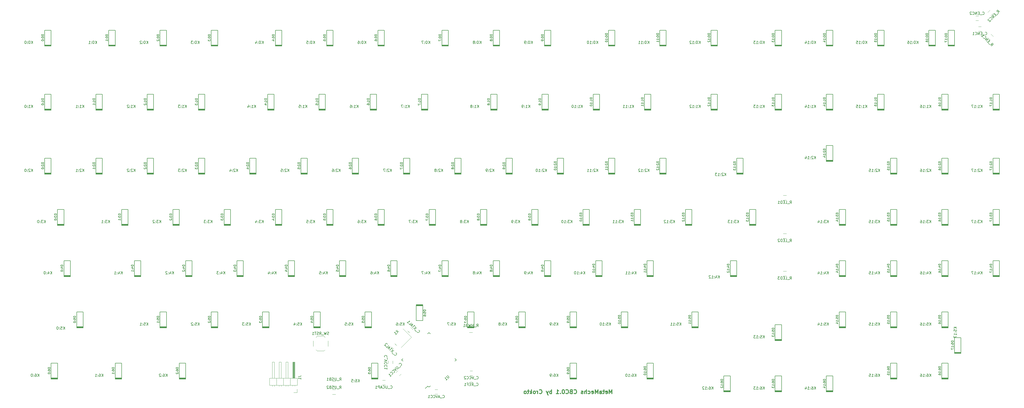
<source format=gbo>
G04 #@! TF.GenerationSoftware,KiCad,Pcbnew,(5.0.1)-4*
G04 #@! TF.CreationDate,2018-12-08T05:26:55-08:00*
G04 #@! TF.ProjectId,cbc1,636263312E6B696361645F7063620000,rev?*
G04 #@! TF.SameCoordinates,Original*
G04 #@! TF.FileFunction,Legend,Bot*
G04 #@! TF.FilePolarity,Positive*
%FSLAX46Y46*%
G04 Gerber Fmt 4.6, Leading zero omitted, Abs format (unit mm)*
G04 Created by KiCad (PCBNEW (5.0.1)-4) date 12/8/2018 5:26:55 AM*
%MOMM*%
%LPD*%
G01*
G04 APERTURE LIST*
%ADD10C,0.300000*%
%ADD11C,0.120000*%
%ADD12C,0.200000*%
%ADD13C,0.150000*%
G04 APERTURE END LIST*
D10*
X246285714Y-166678571D02*
X246285714Y-165178571D01*
X245785714Y-166250000D01*
X245285714Y-165178571D01*
X245285714Y-166678571D01*
X244000000Y-166607142D02*
X244142857Y-166678571D01*
X244428571Y-166678571D01*
X244571428Y-166607142D01*
X244642857Y-166464285D01*
X244642857Y-165892857D01*
X244571428Y-165750000D01*
X244428571Y-165678571D01*
X244142857Y-165678571D01*
X244000000Y-165750000D01*
X243928571Y-165892857D01*
X243928571Y-166035714D01*
X244642857Y-166178571D01*
X243500000Y-165678571D02*
X242928571Y-165678571D01*
X243285714Y-165178571D02*
X243285714Y-166464285D01*
X243214285Y-166607142D01*
X243071428Y-166678571D01*
X242928571Y-166678571D01*
X241785714Y-166678571D02*
X241785714Y-165892857D01*
X241857142Y-165750000D01*
X242000000Y-165678571D01*
X242285714Y-165678571D01*
X242428571Y-165750000D01*
X241785714Y-166607142D02*
X241928571Y-166678571D01*
X242285714Y-166678571D01*
X242428571Y-166607142D01*
X242500000Y-166464285D01*
X242500000Y-166321428D01*
X242428571Y-166178571D01*
X242285714Y-166107142D01*
X241928571Y-166107142D01*
X241785714Y-166035714D01*
X241071428Y-166678571D02*
X241071428Y-165178571D01*
X240571428Y-166250000D01*
X240071428Y-165178571D01*
X240071428Y-166678571D01*
X238785714Y-166607142D02*
X238928571Y-166678571D01*
X239214285Y-166678571D01*
X239357142Y-166607142D01*
X239428571Y-166464285D01*
X239428571Y-165892857D01*
X239357142Y-165750000D01*
X239214285Y-165678571D01*
X238928571Y-165678571D01*
X238785714Y-165750000D01*
X238714285Y-165892857D01*
X238714285Y-166035714D01*
X239428571Y-166178571D01*
X237428571Y-166607142D02*
X237571428Y-166678571D01*
X237857142Y-166678571D01*
X238000000Y-166607142D01*
X238071428Y-166535714D01*
X238142857Y-166392857D01*
X238142857Y-165964285D01*
X238071428Y-165821428D01*
X238000000Y-165750000D01*
X237857142Y-165678571D01*
X237571428Y-165678571D01*
X237428571Y-165750000D01*
X236785714Y-166678571D02*
X236785714Y-165178571D01*
X236142857Y-166678571D02*
X236142857Y-165892857D01*
X236214285Y-165750000D01*
X236357142Y-165678571D01*
X236571428Y-165678571D01*
X236714285Y-165750000D01*
X236785714Y-165821428D01*
X235500000Y-166607142D02*
X235357142Y-166678571D01*
X235071428Y-166678571D01*
X234928571Y-166607142D01*
X234857142Y-166464285D01*
X234857142Y-166392857D01*
X234928571Y-166250000D01*
X235071428Y-166178571D01*
X235285714Y-166178571D01*
X235428571Y-166107142D01*
X235500000Y-165964285D01*
X235500000Y-165892857D01*
X235428571Y-165750000D01*
X235285714Y-165678571D01*
X235071428Y-165678571D01*
X234928571Y-165750000D01*
X232214285Y-166535714D02*
X232285714Y-166607142D01*
X232500000Y-166678571D01*
X232642857Y-166678571D01*
X232857142Y-166607142D01*
X233000000Y-166464285D01*
X233071428Y-166321428D01*
X233142857Y-166035714D01*
X233142857Y-165821428D01*
X233071428Y-165535714D01*
X233000000Y-165392857D01*
X232857142Y-165250000D01*
X232642857Y-165178571D01*
X232500000Y-165178571D01*
X232285714Y-165250000D01*
X232214285Y-165321428D01*
X231071428Y-165892857D02*
X230857142Y-165964285D01*
X230785714Y-166035714D01*
X230714285Y-166178571D01*
X230714285Y-166392857D01*
X230785714Y-166535714D01*
X230857142Y-166607142D01*
X231000000Y-166678571D01*
X231571428Y-166678571D01*
X231571428Y-165178571D01*
X231071428Y-165178571D01*
X230928571Y-165250000D01*
X230857142Y-165321428D01*
X230785714Y-165464285D01*
X230785714Y-165607142D01*
X230857142Y-165750000D01*
X230928571Y-165821428D01*
X231071428Y-165892857D01*
X231571428Y-165892857D01*
X229214285Y-166535714D02*
X229285714Y-166607142D01*
X229500000Y-166678571D01*
X229642857Y-166678571D01*
X229857142Y-166607142D01*
X230000000Y-166464285D01*
X230071428Y-166321428D01*
X230142857Y-166035714D01*
X230142857Y-165821428D01*
X230071428Y-165535714D01*
X230000000Y-165392857D01*
X229857142Y-165250000D01*
X229642857Y-165178571D01*
X229500000Y-165178571D01*
X229285714Y-165250000D01*
X229214285Y-165321428D01*
X228285714Y-165178571D02*
X228142857Y-165178571D01*
X228000000Y-165250000D01*
X227928571Y-165321428D01*
X227857142Y-165464285D01*
X227785714Y-165750000D01*
X227785714Y-166107142D01*
X227857142Y-166392857D01*
X227928571Y-166535714D01*
X228000000Y-166607142D01*
X228142857Y-166678571D01*
X228285714Y-166678571D01*
X228428571Y-166607142D01*
X228500000Y-166535714D01*
X228571428Y-166392857D01*
X228642857Y-166107142D01*
X228642857Y-165750000D01*
X228571428Y-165464285D01*
X228500000Y-165321428D01*
X228428571Y-165250000D01*
X228285714Y-165178571D01*
X227142857Y-166535714D02*
X227071428Y-166607142D01*
X227142857Y-166678571D01*
X227214285Y-166607142D01*
X227142857Y-166535714D01*
X227142857Y-166678571D01*
X225642857Y-166678571D02*
X226500000Y-166678571D01*
X226071428Y-166678571D02*
X226071428Y-165178571D01*
X226214285Y-165392857D01*
X226357142Y-165535714D01*
X226500000Y-165607142D01*
X223857142Y-166678571D02*
X223857142Y-165178571D01*
X223857142Y-165750000D02*
X223714285Y-165678571D01*
X223428571Y-165678571D01*
X223285714Y-165750000D01*
X223214285Y-165821428D01*
X223142857Y-165964285D01*
X223142857Y-166392857D01*
X223214285Y-166535714D01*
X223285714Y-166607142D01*
X223428571Y-166678571D01*
X223714285Y-166678571D01*
X223857142Y-166607142D01*
X222642857Y-165678571D02*
X222285714Y-166678571D01*
X221928571Y-165678571D02*
X222285714Y-166678571D01*
X222428571Y-167035714D01*
X222500000Y-167107142D01*
X222642857Y-167178571D01*
X219357142Y-166535714D02*
X219428571Y-166607142D01*
X219642857Y-166678571D01*
X219785714Y-166678571D01*
X220000000Y-166607142D01*
X220142857Y-166464285D01*
X220214285Y-166321428D01*
X220285714Y-166035714D01*
X220285714Y-165821428D01*
X220214285Y-165535714D01*
X220142857Y-165392857D01*
X220000000Y-165250000D01*
X219785714Y-165178571D01*
X219642857Y-165178571D01*
X219428571Y-165250000D01*
X219357142Y-165321428D01*
X218714285Y-166678571D02*
X218714285Y-165678571D01*
X218714285Y-165964285D02*
X218642857Y-165821428D01*
X218571428Y-165750000D01*
X218428571Y-165678571D01*
X218285714Y-165678571D01*
X217571428Y-166678571D02*
X217714285Y-166607142D01*
X217785714Y-166535714D01*
X217857142Y-166392857D01*
X217857142Y-165964285D01*
X217785714Y-165821428D01*
X217714285Y-165750000D01*
X217571428Y-165678571D01*
X217357142Y-165678571D01*
X217214285Y-165750000D01*
X217142857Y-165821428D01*
X217071428Y-165964285D01*
X217071428Y-166392857D01*
X217142857Y-166535714D01*
X217214285Y-166607142D01*
X217357142Y-166678571D01*
X217571428Y-166678571D01*
X216428571Y-166678571D02*
X216428571Y-165178571D01*
X216285714Y-166107142D02*
X215857142Y-166678571D01*
X215857142Y-165678571D02*
X216428571Y-166250000D01*
X215428571Y-165678571D02*
X214857142Y-165678571D01*
X215214285Y-165178571D02*
X215214285Y-166464285D01*
X215142857Y-166607142D01*
X215000000Y-166678571D01*
X214857142Y-166678571D01*
X214142857Y-166678571D02*
X214285714Y-166607142D01*
X214357142Y-166535714D01*
X214428571Y-166392857D01*
X214428571Y-165964285D01*
X214357142Y-165821428D01*
X214285714Y-165750000D01*
X214142857Y-165678571D01*
X213928571Y-165678571D01*
X213785714Y-165750000D01*
X213714285Y-165821428D01*
X213642857Y-165964285D01*
X213642857Y-166392857D01*
X213714285Y-166535714D01*
X213785714Y-166607142D01*
X213928571Y-166678571D01*
X214142857Y-166678571D01*
D11*
G04 #@! TO.C,C_UVCC1*
X166045406Y-158752513D02*
X166752513Y-158045406D01*
X167954594Y-159247487D02*
X167247487Y-159954594D01*
D12*
G04 #@! TO.C,D0:0*
X35468750Y-37387500D02*
X37868750Y-37387500D01*
X35468750Y-37287500D02*
X37868750Y-37287500D01*
X35468750Y-37187500D02*
X37868750Y-37187500D01*
X35468750Y-36987500D02*
X37868750Y-36987500D01*
X35468750Y-37087500D02*
X37868750Y-37087500D01*
X37868750Y-37387500D02*
X37868750Y-31487500D01*
X37868750Y-31487500D02*
X35468750Y-31487500D01*
X35468750Y-31487500D02*
X35468750Y-37387500D01*
G04 #@! TO.C,D0:1*
X59281250Y-37387500D02*
X61681250Y-37387500D01*
X59281250Y-37287500D02*
X61681250Y-37287500D01*
X59281250Y-37187500D02*
X61681250Y-37187500D01*
X59281250Y-36987500D02*
X61681250Y-36987500D01*
X59281250Y-37087500D02*
X61681250Y-37087500D01*
X61681250Y-37387500D02*
X61681250Y-31487500D01*
X61681250Y-31487500D02*
X59281250Y-31487500D01*
X59281250Y-31487500D02*
X59281250Y-37387500D01*
G04 #@! TO.C,D0:2*
X78331250Y-31487500D02*
X78331250Y-37387500D01*
X80731250Y-31487500D02*
X78331250Y-31487500D01*
X80731250Y-37387500D02*
X80731250Y-31487500D01*
X78331250Y-37087500D02*
X80731250Y-37087500D01*
X78331250Y-36987500D02*
X80731250Y-36987500D01*
X78331250Y-37187500D02*
X80731250Y-37187500D01*
X78331250Y-37287500D02*
X80731250Y-37287500D01*
X78331250Y-37387500D02*
X80731250Y-37387500D01*
G04 #@! TO.C,D0:3*
X97381250Y-37387500D02*
X99781250Y-37387500D01*
X97381250Y-37287500D02*
X99781250Y-37287500D01*
X97381250Y-37187500D02*
X99781250Y-37187500D01*
X97381250Y-36987500D02*
X99781250Y-36987500D01*
X97381250Y-37087500D02*
X99781250Y-37087500D01*
X99781250Y-37387500D02*
X99781250Y-31487500D01*
X99781250Y-31487500D02*
X97381250Y-31487500D01*
X97381250Y-31487500D02*
X97381250Y-37387500D01*
G04 #@! TO.C,D0:4*
X121193750Y-31487500D02*
X121193750Y-37387500D01*
X123593750Y-31487500D02*
X121193750Y-31487500D01*
X123593750Y-37387500D02*
X123593750Y-31487500D01*
X121193750Y-37087500D02*
X123593750Y-37087500D01*
X121193750Y-36987500D02*
X123593750Y-36987500D01*
X121193750Y-37187500D02*
X123593750Y-37187500D01*
X121193750Y-37287500D02*
X123593750Y-37287500D01*
X121193750Y-37387500D02*
X123593750Y-37387500D01*
G04 #@! TO.C,D0:5*
X140243750Y-37387500D02*
X142643750Y-37387500D01*
X140243750Y-37287500D02*
X142643750Y-37287500D01*
X140243750Y-37187500D02*
X142643750Y-37187500D01*
X140243750Y-36987500D02*
X142643750Y-36987500D01*
X140243750Y-37087500D02*
X142643750Y-37087500D01*
X142643750Y-37387500D02*
X142643750Y-31487500D01*
X142643750Y-31487500D02*
X140243750Y-31487500D01*
X140243750Y-31487500D02*
X140243750Y-37387500D01*
G04 #@! TO.C,D0:6*
X159293750Y-31487500D02*
X159293750Y-37387500D01*
X161693750Y-31487500D02*
X159293750Y-31487500D01*
X161693750Y-37387500D02*
X161693750Y-31487500D01*
X159293750Y-37087500D02*
X161693750Y-37087500D01*
X159293750Y-36987500D02*
X161693750Y-36987500D01*
X159293750Y-37187500D02*
X161693750Y-37187500D01*
X159293750Y-37287500D02*
X161693750Y-37287500D01*
X159293750Y-37387500D02*
X161693750Y-37387500D01*
G04 #@! TO.C,D0:7*
X183106250Y-37387500D02*
X185506250Y-37387500D01*
X183106250Y-37287500D02*
X185506250Y-37287500D01*
X183106250Y-37187500D02*
X185506250Y-37187500D01*
X183106250Y-36987500D02*
X185506250Y-36987500D01*
X183106250Y-37087500D02*
X185506250Y-37087500D01*
X185506250Y-37387500D02*
X185506250Y-31487500D01*
X185506250Y-31487500D02*
X183106250Y-31487500D01*
X183106250Y-31487500D02*
X183106250Y-37387500D01*
G04 #@! TO.C,D0:8*
X202156250Y-31487500D02*
X202156250Y-37387500D01*
X204556250Y-31487500D02*
X202156250Y-31487500D01*
X204556250Y-37387500D02*
X204556250Y-31487500D01*
X202156250Y-37087500D02*
X204556250Y-37087500D01*
X202156250Y-36987500D02*
X204556250Y-36987500D01*
X202156250Y-37187500D02*
X204556250Y-37187500D01*
X202156250Y-37287500D02*
X204556250Y-37287500D01*
X202156250Y-37387500D02*
X204556250Y-37387500D01*
G04 #@! TO.C,D0:9*
X221206250Y-37387500D02*
X223606250Y-37387500D01*
X221206250Y-37287500D02*
X223606250Y-37287500D01*
X221206250Y-37187500D02*
X223606250Y-37187500D01*
X221206250Y-36987500D02*
X223606250Y-36987500D01*
X221206250Y-37087500D02*
X223606250Y-37087500D01*
X223606250Y-37387500D02*
X223606250Y-31487500D01*
X223606250Y-31487500D02*
X221206250Y-31487500D01*
X221206250Y-31487500D02*
X221206250Y-37387500D01*
G04 #@! TO.C,D0:10*
X245018750Y-31487500D02*
X245018750Y-37387500D01*
X247418750Y-31487500D02*
X245018750Y-31487500D01*
X247418750Y-37387500D02*
X247418750Y-31487500D01*
X245018750Y-37087500D02*
X247418750Y-37087500D01*
X245018750Y-36987500D02*
X247418750Y-36987500D01*
X245018750Y-37187500D02*
X247418750Y-37187500D01*
X245018750Y-37287500D02*
X247418750Y-37287500D01*
X245018750Y-37387500D02*
X247418750Y-37387500D01*
G04 #@! TO.C,D0:11*
X264068750Y-37387500D02*
X266468750Y-37387500D01*
X264068750Y-37287500D02*
X266468750Y-37287500D01*
X264068750Y-37187500D02*
X266468750Y-37187500D01*
X264068750Y-36987500D02*
X266468750Y-36987500D01*
X264068750Y-37087500D02*
X266468750Y-37087500D01*
X266468750Y-37387500D02*
X266468750Y-31487500D01*
X266468750Y-31487500D02*
X264068750Y-31487500D01*
X264068750Y-31487500D02*
X264068750Y-37387500D01*
G04 #@! TO.C,D0:12*
X283118750Y-31487500D02*
X283118750Y-37387500D01*
X285518750Y-31487500D02*
X283118750Y-31487500D01*
X285518750Y-37387500D02*
X285518750Y-31487500D01*
X283118750Y-37087500D02*
X285518750Y-37087500D01*
X283118750Y-36987500D02*
X285518750Y-36987500D01*
X283118750Y-37187500D02*
X285518750Y-37187500D01*
X283118750Y-37287500D02*
X285518750Y-37287500D01*
X283118750Y-37387500D02*
X285518750Y-37387500D01*
G04 #@! TO.C,D0:13*
X306931250Y-37387500D02*
X309331250Y-37387500D01*
X306931250Y-37287500D02*
X309331250Y-37287500D01*
X306931250Y-37187500D02*
X309331250Y-37187500D01*
X306931250Y-36987500D02*
X309331250Y-36987500D01*
X306931250Y-37087500D02*
X309331250Y-37087500D01*
X309331250Y-37387500D02*
X309331250Y-31487500D01*
X309331250Y-31487500D02*
X306931250Y-31487500D01*
X306931250Y-31487500D02*
X306931250Y-37387500D01*
G04 #@! TO.C,D0:14*
X325981250Y-31487500D02*
X325981250Y-37387500D01*
X328381250Y-31487500D02*
X325981250Y-31487500D01*
X328381250Y-37387500D02*
X328381250Y-31487500D01*
X325981250Y-37087500D02*
X328381250Y-37087500D01*
X325981250Y-36987500D02*
X328381250Y-36987500D01*
X325981250Y-37187500D02*
X328381250Y-37187500D01*
X325981250Y-37287500D02*
X328381250Y-37287500D01*
X325981250Y-37387500D02*
X328381250Y-37387500D01*
G04 #@! TO.C,D0:15*
X345031250Y-31487500D02*
X345031250Y-37387500D01*
X347431250Y-31487500D02*
X345031250Y-31487500D01*
X347431250Y-37387500D02*
X347431250Y-31487500D01*
X345031250Y-37087500D02*
X347431250Y-37087500D01*
X345031250Y-36987500D02*
X347431250Y-36987500D01*
X345031250Y-37187500D02*
X347431250Y-37187500D01*
X345031250Y-37287500D02*
X347431250Y-37287500D01*
X345031250Y-37387500D02*
X347431250Y-37387500D01*
G04 #@! TO.C,D0:16*
X364081250Y-37387500D02*
X366481250Y-37387500D01*
X364081250Y-37287500D02*
X366481250Y-37287500D01*
X364081250Y-37187500D02*
X366481250Y-37187500D01*
X364081250Y-36987500D02*
X366481250Y-36987500D01*
X364081250Y-37087500D02*
X366481250Y-37087500D01*
X366481250Y-37387500D02*
X366481250Y-31487500D01*
X366481250Y-31487500D02*
X364081250Y-31487500D01*
X364081250Y-31487500D02*
X364081250Y-37387500D01*
G04 #@! TO.C,D0:17*
X371225000Y-37387500D02*
X373625000Y-37387500D01*
X371225000Y-37287500D02*
X373625000Y-37287500D01*
X371225000Y-37187500D02*
X373625000Y-37187500D01*
X371225000Y-36987500D02*
X373625000Y-36987500D01*
X371225000Y-37087500D02*
X373625000Y-37087500D01*
X373625000Y-37387500D02*
X373625000Y-31487500D01*
X373625000Y-31487500D02*
X371225000Y-31487500D01*
X371225000Y-31487500D02*
X371225000Y-37387500D01*
G04 #@! TO.C,D1:0*
X35468750Y-61200000D02*
X37868750Y-61200000D01*
X35468750Y-61100000D02*
X37868750Y-61100000D01*
X35468750Y-61000000D02*
X37868750Y-61000000D01*
X35468750Y-60800000D02*
X37868750Y-60800000D01*
X35468750Y-60900000D02*
X37868750Y-60900000D01*
X37868750Y-61200000D02*
X37868750Y-55300000D01*
X37868750Y-55300000D02*
X35468750Y-55300000D01*
X35468750Y-55300000D02*
X35468750Y-61200000D01*
G04 #@! TO.C,D1:1*
X54518750Y-55300000D02*
X54518750Y-61200000D01*
X56918750Y-55300000D02*
X54518750Y-55300000D01*
X56918750Y-61200000D02*
X56918750Y-55300000D01*
X54518750Y-60900000D02*
X56918750Y-60900000D01*
X54518750Y-60800000D02*
X56918750Y-60800000D01*
X54518750Y-61000000D02*
X56918750Y-61000000D01*
X54518750Y-61100000D02*
X56918750Y-61100000D01*
X54518750Y-61200000D02*
X56918750Y-61200000D01*
G04 #@! TO.C,D1:2*
X73568750Y-61200000D02*
X75968750Y-61200000D01*
X73568750Y-61100000D02*
X75968750Y-61100000D01*
X73568750Y-61000000D02*
X75968750Y-61000000D01*
X73568750Y-60800000D02*
X75968750Y-60800000D01*
X73568750Y-60900000D02*
X75968750Y-60900000D01*
X75968750Y-61200000D02*
X75968750Y-55300000D01*
X75968750Y-55300000D02*
X73568750Y-55300000D01*
X73568750Y-55300000D02*
X73568750Y-61200000D01*
G04 #@! TO.C,D1:3*
X92618750Y-55300000D02*
X92618750Y-61200000D01*
X95018750Y-55300000D02*
X92618750Y-55300000D01*
X95018750Y-61200000D02*
X95018750Y-55300000D01*
X92618750Y-60900000D02*
X95018750Y-60900000D01*
X92618750Y-60800000D02*
X95018750Y-60800000D01*
X92618750Y-61000000D02*
X95018750Y-61000000D01*
X92618750Y-61100000D02*
X95018750Y-61100000D01*
X92618750Y-61200000D02*
X95018750Y-61200000D01*
G04 #@! TO.C,D1:4*
X118336250Y-61200000D02*
X120736250Y-61200000D01*
X118336250Y-61100000D02*
X120736250Y-61100000D01*
X118336250Y-61000000D02*
X120736250Y-61000000D01*
X118336250Y-60800000D02*
X120736250Y-60800000D01*
X118336250Y-60900000D02*
X120736250Y-60900000D01*
X120736250Y-61200000D02*
X120736250Y-55300000D01*
X120736250Y-55300000D02*
X118336250Y-55300000D01*
X118336250Y-55300000D02*
X118336250Y-61200000D01*
G04 #@! TO.C,D1:5*
X137386250Y-55300000D02*
X137386250Y-61200000D01*
X139786250Y-55300000D02*
X137386250Y-55300000D01*
X139786250Y-61200000D02*
X139786250Y-55300000D01*
X137386250Y-60900000D02*
X139786250Y-60900000D01*
X137386250Y-60800000D02*
X139786250Y-60800000D01*
X137386250Y-61000000D02*
X139786250Y-61000000D01*
X137386250Y-61100000D02*
X139786250Y-61100000D01*
X137386250Y-61200000D02*
X139786250Y-61200000D01*
G04 #@! TO.C,D1:6*
X156436250Y-61200000D02*
X158836250Y-61200000D01*
X156436250Y-61100000D02*
X158836250Y-61100000D01*
X156436250Y-61000000D02*
X158836250Y-61000000D01*
X156436250Y-60800000D02*
X158836250Y-60800000D01*
X156436250Y-60900000D02*
X158836250Y-60900000D01*
X158836250Y-61200000D02*
X158836250Y-55300000D01*
X158836250Y-55300000D02*
X156436250Y-55300000D01*
X156436250Y-55300000D02*
X156436250Y-61200000D01*
G04 #@! TO.C,D1:7*
X175486250Y-55300000D02*
X175486250Y-61200000D01*
X177886250Y-55300000D02*
X175486250Y-55300000D01*
X177886250Y-61200000D02*
X177886250Y-55300000D01*
X175486250Y-60900000D02*
X177886250Y-60900000D01*
X175486250Y-60800000D02*
X177886250Y-60800000D01*
X175486250Y-61000000D02*
X177886250Y-61000000D01*
X175486250Y-61100000D02*
X177886250Y-61100000D01*
X175486250Y-61200000D02*
X177886250Y-61200000D01*
G04 #@! TO.C,D1:8*
X201203750Y-61200000D02*
X203603750Y-61200000D01*
X201203750Y-61100000D02*
X203603750Y-61100000D01*
X201203750Y-61000000D02*
X203603750Y-61000000D01*
X201203750Y-60800000D02*
X203603750Y-60800000D01*
X201203750Y-60900000D02*
X203603750Y-60900000D01*
X203603750Y-61200000D02*
X203603750Y-55300000D01*
X203603750Y-55300000D02*
X201203750Y-55300000D01*
X201203750Y-55300000D02*
X201203750Y-61200000D01*
G04 #@! TO.C,D1:9*
X220253750Y-55300000D02*
X220253750Y-61200000D01*
X222653750Y-55300000D02*
X220253750Y-55300000D01*
X222653750Y-61200000D02*
X222653750Y-55300000D01*
X220253750Y-60900000D02*
X222653750Y-60900000D01*
X220253750Y-60800000D02*
X222653750Y-60800000D01*
X220253750Y-61000000D02*
X222653750Y-61000000D01*
X220253750Y-61100000D02*
X222653750Y-61100000D01*
X220253750Y-61200000D02*
X222653750Y-61200000D01*
G04 #@! TO.C,D1:10*
X239303750Y-61200000D02*
X241703750Y-61200000D01*
X239303750Y-61100000D02*
X241703750Y-61100000D01*
X239303750Y-61000000D02*
X241703750Y-61000000D01*
X239303750Y-60800000D02*
X241703750Y-60800000D01*
X239303750Y-60900000D02*
X241703750Y-60900000D01*
X241703750Y-61200000D02*
X241703750Y-55300000D01*
X241703750Y-55300000D02*
X239303750Y-55300000D01*
X239303750Y-55300000D02*
X239303750Y-61200000D01*
G04 #@! TO.C,D1:11*
X258353750Y-55300000D02*
X258353750Y-61200000D01*
X260753750Y-55300000D02*
X258353750Y-55300000D01*
X260753750Y-61200000D02*
X260753750Y-55300000D01*
X258353750Y-60900000D02*
X260753750Y-60900000D01*
X258353750Y-60800000D02*
X260753750Y-60800000D01*
X258353750Y-61000000D02*
X260753750Y-61000000D01*
X258353750Y-61100000D02*
X260753750Y-61100000D01*
X258353750Y-61200000D02*
X260753750Y-61200000D01*
G04 #@! TO.C,D1:12*
X283118750Y-61200000D02*
X285518750Y-61200000D01*
X283118750Y-61100000D02*
X285518750Y-61100000D01*
X283118750Y-61000000D02*
X285518750Y-61000000D01*
X283118750Y-60800000D02*
X285518750Y-60800000D01*
X283118750Y-60900000D02*
X285518750Y-60900000D01*
X285518750Y-61200000D02*
X285518750Y-55300000D01*
X285518750Y-55300000D02*
X283118750Y-55300000D01*
X283118750Y-55300000D02*
X283118750Y-61200000D01*
G04 #@! TO.C,D1:13*
X306931250Y-55300000D02*
X306931250Y-61200000D01*
X309331250Y-55300000D02*
X306931250Y-55300000D01*
X309331250Y-61200000D02*
X309331250Y-55300000D01*
X306931250Y-60900000D02*
X309331250Y-60900000D01*
X306931250Y-60800000D02*
X309331250Y-60800000D01*
X306931250Y-61000000D02*
X309331250Y-61000000D01*
X306931250Y-61100000D02*
X309331250Y-61100000D01*
X306931250Y-61200000D02*
X309331250Y-61200000D01*
G04 #@! TO.C,D1:14*
X325981250Y-61200000D02*
X328381250Y-61200000D01*
X325981250Y-61100000D02*
X328381250Y-61100000D01*
X325981250Y-61000000D02*
X328381250Y-61000000D01*
X325981250Y-60800000D02*
X328381250Y-60800000D01*
X325981250Y-60900000D02*
X328381250Y-60900000D01*
X328381250Y-61200000D02*
X328381250Y-55300000D01*
X328381250Y-55300000D02*
X325981250Y-55300000D01*
X325981250Y-55300000D02*
X325981250Y-61200000D01*
G04 #@! TO.C,D1:15*
X345031250Y-55300000D02*
X345031250Y-61200000D01*
X347431250Y-55300000D02*
X345031250Y-55300000D01*
X347431250Y-61200000D02*
X347431250Y-55300000D01*
X345031250Y-60900000D02*
X347431250Y-60900000D01*
X345031250Y-60800000D02*
X347431250Y-60800000D01*
X345031250Y-61000000D02*
X347431250Y-61000000D01*
X345031250Y-61100000D02*
X347431250Y-61100000D01*
X345031250Y-61200000D02*
X347431250Y-61200000D01*
G04 #@! TO.C,D1:16*
X368843750Y-61200000D02*
X371243750Y-61200000D01*
X368843750Y-61100000D02*
X371243750Y-61100000D01*
X368843750Y-61000000D02*
X371243750Y-61000000D01*
X368843750Y-60800000D02*
X371243750Y-60800000D01*
X368843750Y-60900000D02*
X371243750Y-60900000D01*
X371243750Y-61200000D02*
X371243750Y-55300000D01*
X371243750Y-55300000D02*
X368843750Y-55300000D01*
X368843750Y-55300000D02*
X368843750Y-61200000D01*
G04 #@! TO.C,D1:17*
X387893750Y-55300000D02*
X387893750Y-61200000D01*
X390293750Y-55300000D02*
X387893750Y-55300000D01*
X390293750Y-61200000D02*
X390293750Y-55300000D01*
X387893750Y-60900000D02*
X390293750Y-60900000D01*
X387893750Y-60800000D02*
X390293750Y-60800000D01*
X387893750Y-61000000D02*
X390293750Y-61000000D01*
X387893750Y-61100000D02*
X390293750Y-61100000D01*
X387893750Y-61200000D02*
X390293750Y-61200000D01*
G04 #@! TO.C,D2:0*
X35468750Y-79112500D02*
X35468750Y-85012500D01*
X37868750Y-79112500D02*
X35468750Y-79112500D01*
X37868750Y-85012500D02*
X37868750Y-79112500D01*
X35468750Y-84712500D02*
X37868750Y-84712500D01*
X35468750Y-84612500D02*
X37868750Y-84612500D01*
X35468750Y-84812500D02*
X37868750Y-84812500D01*
X35468750Y-84912500D02*
X37868750Y-84912500D01*
X35468750Y-85012500D02*
X37868750Y-85012500D01*
G04 #@! TO.C,D2:1*
X54518750Y-79112500D02*
X54518750Y-85012500D01*
X56918750Y-79112500D02*
X54518750Y-79112500D01*
X56918750Y-85012500D02*
X56918750Y-79112500D01*
X54518750Y-84712500D02*
X56918750Y-84712500D01*
X54518750Y-84612500D02*
X56918750Y-84612500D01*
X54518750Y-84812500D02*
X56918750Y-84812500D01*
X54518750Y-84912500D02*
X56918750Y-84912500D01*
X54518750Y-85012500D02*
X56918750Y-85012500D01*
G04 #@! TO.C,D2:2*
X73568750Y-85012500D02*
X75968750Y-85012500D01*
X73568750Y-84912500D02*
X75968750Y-84912500D01*
X73568750Y-84812500D02*
X75968750Y-84812500D01*
X73568750Y-84612500D02*
X75968750Y-84612500D01*
X73568750Y-84712500D02*
X75968750Y-84712500D01*
X75968750Y-85012500D02*
X75968750Y-79112500D01*
X75968750Y-79112500D02*
X73568750Y-79112500D01*
X73568750Y-79112500D02*
X73568750Y-85012500D01*
G04 #@! TO.C,D2:3*
X92618750Y-79112500D02*
X92618750Y-85012500D01*
X95018750Y-79112500D02*
X92618750Y-79112500D01*
X95018750Y-85012500D02*
X95018750Y-79112500D01*
X92618750Y-84712500D02*
X95018750Y-84712500D01*
X92618750Y-84612500D02*
X95018750Y-84612500D01*
X92618750Y-84812500D02*
X95018750Y-84812500D01*
X92618750Y-84912500D02*
X95018750Y-84912500D01*
X92618750Y-85012500D02*
X95018750Y-85012500D01*
G04 #@! TO.C,D2:4*
X111668750Y-85012500D02*
X114068750Y-85012500D01*
X111668750Y-84912500D02*
X114068750Y-84912500D01*
X111668750Y-84812500D02*
X114068750Y-84812500D01*
X111668750Y-84612500D02*
X114068750Y-84612500D01*
X111668750Y-84712500D02*
X114068750Y-84712500D01*
X114068750Y-85012500D02*
X114068750Y-79112500D01*
X114068750Y-79112500D02*
X111668750Y-79112500D01*
X111668750Y-79112500D02*
X111668750Y-85012500D01*
G04 #@! TO.C,D2:5*
X130718750Y-79112500D02*
X130718750Y-85012500D01*
X133118750Y-79112500D02*
X130718750Y-79112500D01*
X133118750Y-85012500D02*
X133118750Y-79112500D01*
X130718750Y-84712500D02*
X133118750Y-84712500D01*
X130718750Y-84612500D02*
X133118750Y-84612500D01*
X130718750Y-84812500D02*
X133118750Y-84812500D01*
X130718750Y-84912500D02*
X133118750Y-84912500D01*
X130718750Y-85012500D02*
X133118750Y-85012500D01*
G04 #@! TO.C,D2:6*
X149768750Y-85012500D02*
X152168750Y-85012500D01*
X149768750Y-84912500D02*
X152168750Y-84912500D01*
X149768750Y-84812500D02*
X152168750Y-84812500D01*
X149768750Y-84612500D02*
X152168750Y-84612500D01*
X149768750Y-84712500D02*
X152168750Y-84712500D01*
X152168750Y-85012500D02*
X152168750Y-79112500D01*
X152168750Y-79112500D02*
X149768750Y-79112500D01*
X149768750Y-79112500D02*
X149768750Y-85012500D01*
G04 #@! TO.C,D2:7*
X168818750Y-79112500D02*
X168818750Y-85012500D01*
X171218750Y-79112500D02*
X168818750Y-79112500D01*
X171218750Y-85012500D02*
X171218750Y-79112500D01*
X168818750Y-84712500D02*
X171218750Y-84712500D01*
X168818750Y-84612500D02*
X171218750Y-84612500D01*
X168818750Y-84812500D02*
X171218750Y-84812500D01*
X168818750Y-84912500D02*
X171218750Y-84912500D01*
X168818750Y-85012500D02*
X171218750Y-85012500D01*
G04 #@! TO.C,D2:8*
X187868750Y-85012500D02*
X190268750Y-85012500D01*
X187868750Y-84912500D02*
X190268750Y-84912500D01*
X187868750Y-84812500D02*
X190268750Y-84812500D01*
X187868750Y-84612500D02*
X190268750Y-84612500D01*
X187868750Y-84712500D02*
X190268750Y-84712500D01*
X190268750Y-85012500D02*
X190268750Y-79112500D01*
X190268750Y-79112500D02*
X187868750Y-79112500D01*
X187868750Y-79112500D02*
X187868750Y-85012500D01*
G04 #@! TO.C,D2:9*
X206918750Y-79112500D02*
X206918750Y-85012500D01*
X209318750Y-79112500D02*
X206918750Y-79112500D01*
X209318750Y-85012500D02*
X209318750Y-79112500D01*
X206918750Y-84712500D02*
X209318750Y-84712500D01*
X206918750Y-84612500D02*
X209318750Y-84612500D01*
X206918750Y-84812500D02*
X209318750Y-84812500D01*
X206918750Y-84912500D02*
X209318750Y-84912500D01*
X206918750Y-85012500D02*
X209318750Y-85012500D01*
G04 #@! TO.C,D2:10*
X225968750Y-85012500D02*
X228368750Y-85012500D01*
X225968750Y-84912500D02*
X228368750Y-84912500D01*
X225968750Y-84812500D02*
X228368750Y-84812500D01*
X225968750Y-84612500D02*
X228368750Y-84612500D01*
X225968750Y-84712500D02*
X228368750Y-84712500D01*
X228368750Y-85012500D02*
X228368750Y-79112500D01*
X228368750Y-79112500D02*
X225968750Y-79112500D01*
X225968750Y-79112500D02*
X225968750Y-85012500D01*
G04 #@! TO.C,D2:11*
X245018750Y-79112500D02*
X245018750Y-85012500D01*
X247418750Y-79112500D02*
X245018750Y-79112500D01*
X247418750Y-85012500D02*
X247418750Y-79112500D01*
X245018750Y-84712500D02*
X247418750Y-84712500D01*
X245018750Y-84612500D02*
X247418750Y-84612500D01*
X245018750Y-84812500D02*
X247418750Y-84812500D01*
X245018750Y-84912500D02*
X247418750Y-84912500D01*
X245018750Y-85012500D02*
X247418750Y-85012500D01*
G04 #@! TO.C,D2:12*
X264068750Y-85012500D02*
X266468750Y-85012500D01*
X264068750Y-84912500D02*
X266468750Y-84912500D01*
X264068750Y-84812500D02*
X266468750Y-84812500D01*
X264068750Y-84612500D02*
X266468750Y-84612500D01*
X264068750Y-84712500D02*
X266468750Y-84712500D01*
X266468750Y-85012500D02*
X266468750Y-79112500D01*
X266468750Y-79112500D02*
X264068750Y-79112500D01*
X264068750Y-79112500D02*
X264068750Y-85012500D01*
G04 #@! TO.C,D2:13*
X292643750Y-79112500D02*
X292643750Y-85012500D01*
X295043750Y-79112500D02*
X292643750Y-79112500D01*
X295043750Y-85012500D02*
X295043750Y-79112500D01*
X292643750Y-84712500D02*
X295043750Y-84712500D01*
X292643750Y-84612500D02*
X295043750Y-84612500D01*
X292643750Y-84812500D02*
X295043750Y-84812500D01*
X292643750Y-84912500D02*
X295043750Y-84912500D01*
X292643750Y-85012500D02*
X295043750Y-85012500D01*
G04 #@! TO.C,D2:14*
X325981250Y-80250000D02*
X328381250Y-80250000D01*
X325981250Y-80150000D02*
X328381250Y-80150000D01*
X325981250Y-80050000D02*
X328381250Y-80050000D01*
X325981250Y-79850000D02*
X328381250Y-79850000D01*
X325981250Y-79950000D02*
X328381250Y-79950000D01*
X328381250Y-80250000D02*
X328381250Y-74350000D01*
X328381250Y-74350000D02*
X325981250Y-74350000D01*
X325981250Y-74350000D02*
X325981250Y-80250000D01*
G04 #@! TO.C,D2:15*
X349793750Y-79112500D02*
X349793750Y-85012500D01*
X352193750Y-79112500D02*
X349793750Y-79112500D01*
X352193750Y-85012500D02*
X352193750Y-79112500D01*
X349793750Y-84712500D02*
X352193750Y-84712500D01*
X349793750Y-84612500D02*
X352193750Y-84612500D01*
X349793750Y-84812500D02*
X352193750Y-84812500D01*
X349793750Y-84912500D02*
X352193750Y-84912500D01*
X349793750Y-85012500D02*
X352193750Y-85012500D01*
G04 #@! TO.C,D2:16*
X368843750Y-85012500D02*
X371243750Y-85012500D01*
X368843750Y-84912500D02*
X371243750Y-84912500D01*
X368843750Y-84812500D02*
X371243750Y-84812500D01*
X368843750Y-84612500D02*
X371243750Y-84612500D01*
X368843750Y-84712500D02*
X371243750Y-84712500D01*
X371243750Y-85012500D02*
X371243750Y-79112500D01*
X371243750Y-79112500D02*
X368843750Y-79112500D01*
X368843750Y-79112500D02*
X368843750Y-85012500D01*
G04 #@! TO.C,D2:17*
X387893750Y-79112500D02*
X387893750Y-85012500D01*
X390293750Y-79112500D02*
X387893750Y-79112500D01*
X390293750Y-85012500D02*
X390293750Y-79112500D01*
X387893750Y-84712500D02*
X390293750Y-84712500D01*
X387893750Y-84612500D02*
X390293750Y-84612500D01*
X387893750Y-84812500D02*
X390293750Y-84812500D01*
X387893750Y-84912500D02*
X390293750Y-84912500D01*
X387893750Y-85012500D02*
X390293750Y-85012500D01*
G04 #@! TO.C,D3:0*
X40231250Y-104062500D02*
X42631250Y-104062500D01*
X40231250Y-103962500D02*
X42631250Y-103962500D01*
X40231250Y-103862500D02*
X42631250Y-103862500D01*
X40231250Y-103662500D02*
X42631250Y-103662500D01*
X40231250Y-103762500D02*
X42631250Y-103762500D01*
X42631250Y-104062500D02*
X42631250Y-98162500D01*
X42631250Y-98162500D02*
X40231250Y-98162500D01*
X40231250Y-98162500D02*
X40231250Y-104062500D01*
G04 #@! TO.C,D3:1*
X64043750Y-104062500D02*
X66443750Y-104062500D01*
X64043750Y-103962500D02*
X66443750Y-103962500D01*
X64043750Y-103862500D02*
X66443750Y-103862500D01*
X64043750Y-103662500D02*
X66443750Y-103662500D01*
X64043750Y-103762500D02*
X66443750Y-103762500D01*
X66443750Y-104062500D02*
X66443750Y-98162500D01*
X66443750Y-98162500D02*
X64043750Y-98162500D01*
X64043750Y-98162500D02*
X64043750Y-104062500D01*
G04 #@! TO.C,D3:2*
X83093750Y-104062500D02*
X85493750Y-104062500D01*
X83093750Y-103962500D02*
X85493750Y-103962500D01*
X83093750Y-103862500D02*
X85493750Y-103862500D01*
X83093750Y-103662500D02*
X85493750Y-103662500D01*
X83093750Y-103762500D02*
X85493750Y-103762500D01*
X85493750Y-104062500D02*
X85493750Y-98162500D01*
X85493750Y-98162500D02*
X83093750Y-98162500D01*
X83093750Y-98162500D02*
X83093750Y-104062500D01*
G04 #@! TO.C,D3:3*
X102143750Y-98162500D02*
X102143750Y-104062500D01*
X104543750Y-98162500D02*
X102143750Y-98162500D01*
X104543750Y-104062500D02*
X104543750Y-98162500D01*
X102143750Y-103762500D02*
X104543750Y-103762500D01*
X102143750Y-103662500D02*
X104543750Y-103662500D01*
X102143750Y-103862500D02*
X104543750Y-103862500D01*
X102143750Y-103962500D02*
X104543750Y-103962500D01*
X102143750Y-104062500D02*
X104543750Y-104062500D01*
G04 #@! TO.C,D3:4*
X121193750Y-104062500D02*
X123593750Y-104062500D01*
X121193750Y-103962500D02*
X123593750Y-103962500D01*
X121193750Y-103862500D02*
X123593750Y-103862500D01*
X121193750Y-103662500D02*
X123593750Y-103662500D01*
X121193750Y-103762500D02*
X123593750Y-103762500D01*
X123593750Y-104062500D02*
X123593750Y-98162500D01*
X123593750Y-98162500D02*
X121193750Y-98162500D01*
X121193750Y-98162500D02*
X121193750Y-104062500D01*
G04 #@! TO.C,D3:5*
X140243750Y-98162500D02*
X140243750Y-104062500D01*
X142643750Y-98162500D02*
X140243750Y-98162500D01*
X142643750Y-104062500D02*
X142643750Y-98162500D01*
X140243750Y-103762500D02*
X142643750Y-103762500D01*
X140243750Y-103662500D02*
X142643750Y-103662500D01*
X140243750Y-103862500D02*
X142643750Y-103862500D01*
X140243750Y-103962500D02*
X142643750Y-103962500D01*
X140243750Y-104062500D02*
X142643750Y-104062500D01*
G04 #@! TO.C,D3:6*
X159293750Y-104062500D02*
X161693750Y-104062500D01*
X159293750Y-103962500D02*
X161693750Y-103962500D01*
X159293750Y-103862500D02*
X161693750Y-103862500D01*
X159293750Y-103662500D02*
X161693750Y-103662500D01*
X159293750Y-103762500D02*
X161693750Y-103762500D01*
X161693750Y-104062500D02*
X161693750Y-98162500D01*
X161693750Y-98162500D02*
X159293750Y-98162500D01*
X159293750Y-98162500D02*
X159293750Y-104062500D01*
G04 #@! TO.C,D3:7*
X178343750Y-98162500D02*
X178343750Y-104062500D01*
X180743750Y-98162500D02*
X178343750Y-98162500D01*
X180743750Y-104062500D02*
X180743750Y-98162500D01*
X178343750Y-103762500D02*
X180743750Y-103762500D01*
X178343750Y-103662500D02*
X180743750Y-103662500D01*
X178343750Y-103862500D02*
X180743750Y-103862500D01*
X178343750Y-103962500D02*
X180743750Y-103962500D01*
X178343750Y-104062500D02*
X180743750Y-104062500D01*
G04 #@! TO.C,D3:8*
X197393750Y-104062500D02*
X199793750Y-104062500D01*
X197393750Y-103962500D02*
X199793750Y-103962500D01*
X197393750Y-103862500D02*
X199793750Y-103862500D01*
X197393750Y-103662500D02*
X199793750Y-103662500D01*
X197393750Y-103762500D02*
X199793750Y-103762500D01*
X199793750Y-104062500D02*
X199793750Y-98162500D01*
X199793750Y-98162500D02*
X197393750Y-98162500D01*
X197393750Y-98162500D02*
X197393750Y-104062500D01*
G04 #@! TO.C,D3:9*
X216443750Y-98162500D02*
X216443750Y-104062500D01*
X218843750Y-98162500D02*
X216443750Y-98162500D01*
X218843750Y-104062500D02*
X218843750Y-98162500D01*
X216443750Y-103762500D02*
X218843750Y-103762500D01*
X216443750Y-103662500D02*
X218843750Y-103662500D01*
X216443750Y-103862500D02*
X218843750Y-103862500D01*
X216443750Y-103962500D02*
X218843750Y-103962500D01*
X216443750Y-104062500D02*
X218843750Y-104062500D01*
G04 #@! TO.C,D3:10*
X235493750Y-104062500D02*
X237893750Y-104062500D01*
X235493750Y-103962500D02*
X237893750Y-103962500D01*
X235493750Y-103862500D02*
X237893750Y-103862500D01*
X235493750Y-103662500D02*
X237893750Y-103662500D01*
X235493750Y-103762500D02*
X237893750Y-103762500D01*
X237893750Y-104062500D02*
X237893750Y-98162500D01*
X237893750Y-98162500D02*
X235493750Y-98162500D01*
X235493750Y-98162500D02*
X235493750Y-104062500D01*
G04 #@! TO.C,D3:11*
X254543750Y-98162500D02*
X254543750Y-104062500D01*
X256943750Y-98162500D02*
X254543750Y-98162500D01*
X256943750Y-104062500D02*
X256943750Y-98162500D01*
X254543750Y-103762500D02*
X256943750Y-103762500D01*
X254543750Y-103662500D02*
X256943750Y-103662500D01*
X254543750Y-103862500D02*
X256943750Y-103862500D01*
X254543750Y-103962500D02*
X256943750Y-103962500D01*
X254543750Y-104062500D02*
X256943750Y-104062500D01*
G04 #@! TO.C,D3:12*
X273593750Y-104062500D02*
X275993750Y-104062500D01*
X273593750Y-103962500D02*
X275993750Y-103962500D01*
X273593750Y-103862500D02*
X275993750Y-103862500D01*
X273593750Y-103662500D02*
X275993750Y-103662500D01*
X273593750Y-103762500D02*
X275993750Y-103762500D01*
X275993750Y-104062500D02*
X275993750Y-98162500D01*
X275993750Y-98162500D02*
X273593750Y-98162500D01*
X273593750Y-98162500D02*
X273593750Y-104062500D01*
G04 #@! TO.C,D3:13*
X297406484Y-98162568D02*
X297406484Y-104062568D01*
X299806484Y-98162568D02*
X297406484Y-98162568D01*
X299806484Y-104062568D02*
X299806484Y-98162568D01*
X297406484Y-103762568D02*
X299806484Y-103762568D01*
X297406484Y-103662568D02*
X299806484Y-103662568D01*
X297406484Y-103862568D02*
X299806484Y-103862568D01*
X297406484Y-103962568D02*
X299806484Y-103962568D01*
X297406484Y-104062568D02*
X299806484Y-104062568D01*
G04 #@! TO.C,D3:14*
X330743750Y-104062500D02*
X333143750Y-104062500D01*
X330743750Y-103962500D02*
X333143750Y-103962500D01*
X330743750Y-103862500D02*
X333143750Y-103862500D01*
X330743750Y-103662500D02*
X333143750Y-103662500D01*
X330743750Y-103762500D02*
X333143750Y-103762500D01*
X333143750Y-104062500D02*
X333143750Y-98162500D01*
X333143750Y-98162500D02*
X330743750Y-98162500D01*
X330743750Y-98162500D02*
X330743750Y-104062500D01*
G04 #@! TO.C,D3:15*
X349793750Y-98162500D02*
X349793750Y-104062500D01*
X352193750Y-98162500D02*
X349793750Y-98162500D01*
X352193750Y-104062500D02*
X352193750Y-98162500D01*
X349793750Y-103762500D02*
X352193750Y-103762500D01*
X349793750Y-103662500D02*
X352193750Y-103662500D01*
X349793750Y-103862500D02*
X352193750Y-103862500D01*
X349793750Y-103962500D02*
X352193750Y-103962500D01*
X349793750Y-104062500D02*
X352193750Y-104062500D01*
G04 #@! TO.C,D3:16*
X368843750Y-104062500D02*
X371243750Y-104062500D01*
X368843750Y-103962500D02*
X371243750Y-103962500D01*
X368843750Y-103862500D02*
X371243750Y-103862500D01*
X368843750Y-103662500D02*
X371243750Y-103662500D01*
X368843750Y-103762500D02*
X371243750Y-103762500D01*
X371243750Y-104062500D02*
X371243750Y-98162500D01*
X371243750Y-98162500D02*
X368843750Y-98162500D01*
X368843750Y-98162500D02*
X368843750Y-104062500D01*
G04 #@! TO.C,D3:17*
X387893750Y-98162500D02*
X387893750Y-104062500D01*
X390293750Y-98162500D02*
X387893750Y-98162500D01*
X390293750Y-104062500D02*
X390293750Y-98162500D01*
X387893750Y-103762500D02*
X390293750Y-103762500D01*
X387893750Y-103662500D02*
X390293750Y-103662500D01*
X387893750Y-103862500D02*
X390293750Y-103862500D01*
X387893750Y-103962500D02*
X390293750Y-103962500D01*
X387893750Y-104062500D02*
X390293750Y-104062500D01*
G04 #@! TO.C,D4:0*
X42612500Y-123112500D02*
X45012500Y-123112500D01*
X42612500Y-123012500D02*
X45012500Y-123012500D01*
X42612500Y-122912500D02*
X45012500Y-122912500D01*
X42612500Y-122712500D02*
X45012500Y-122712500D01*
X42612500Y-122812500D02*
X45012500Y-122812500D01*
X45012500Y-123112500D02*
X45012500Y-117212500D01*
X45012500Y-117212500D02*
X42612500Y-117212500D01*
X42612500Y-117212500D02*
X42612500Y-123112500D01*
G04 #@! TO.C,D4:1*
X68806250Y-123112500D02*
X71206250Y-123112500D01*
X68806250Y-123012500D02*
X71206250Y-123012500D01*
X68806250Y-122912500D02*
X71206250Y-122912500D01*
X68806250Y-122712500D02*
X71206250Y-122712500D01*
X68806250Y-122812500D02*
X71206250Y-122812500D01*
X71206250Y-123112500D02*
X71206250Y-117212500D01*
X71206250Y-117212500D02*
X68806250Y-117212500D01*
X68806250Y-117212500D02*
X68806250Y-123112500D01*
G04 #@! TO.C,D4:2*
X87856250Y-117212500D02*
X87856250Y-123112500D01*
X90256250Y-117212500D02*
X87856250Y-117212500D01*
X90256250Y-123112500D02*
X90256250Y-117212500D01*
X87856250Y-122812500D02*
X90256250Y-122812500D01*
X87856250Y-122712500D02*
X90256250Y-122712500D01*
X87856250Y-122912500D02*
X90256250Y-122912500D01*
X87856250Y-123012500D02*
X90256250Y-123012500D01*
X87856250Y-123112500D02*
X90256250Y-123112500D01*
G04 #@! TO.C,D4:3*
X106906250Y-123112500D02*
X109306250Y-123112500D01*
X106906250Y-123012500D02*
X109306250Y-123012500D01*
X106906250Y-122912500D02*
X109306250Y-122912500D01*
X106906250Y-122712500D02*
X109306250Y-122712500D01*
X106906250Y-122812500D02*
X109306250Y-122812500D01*
X109306250Y-123112500D02*
X109306250Y-117212500D01*
X109306250Y-117212500D02*
X106906250Y-117212500D01*
X106906250Y-117212500D02*
X106906250Y-123112500D01*
G04 #@! TO.C,D4:4*
X125956250Y-123112500D02*
X128356250Y-123112500D01*
X125956250Y-123012500D02*
X128356250Y-123012500D01*
X125956250Y-122912500D02*
X128356250Y-122912500D01*
X125956250Y-122712500D02*
X128356250Y-122712500D01*
X125956250Y-122812500D02*
X128356250Y-122812500D01*
X128356250Y-123112500D02*
X128356250Y-117212500D01*
X128356250Y-117212500D02*
X125956250Y-117212500D01*
X125956250Y-117212500D02*
X125956250Y-123112500D01*
G04 #@! TO.C,D4:5*
X145006250Y-123112500D02*
X147406250Y-123112500D01*
X145006250Y-123012500D02*
X147406250Y-123012500D01*
X145006250Y-122912500D02*
X147406250Y-122912500D01*
X145006250Y-122712500D02*
X147406250Y-122712500D01*
X145006250Y-122812500D02*
X147406250Y-122812500D01*
X147406250Y-123112500D02*
X147406250Y-117212500D01*
X147406250Y-117212500D02*
X145006250Y-117212500D01*
X145006250Y-117212500D02*
X145006250Y-123112500D01*
G04 #@! TO.C,D4:6*
X164056250Y-117212500D02*
X164056250Y-123112500D01*
X166456250Y-117212500D02*
X164056250Y-117212500D01*
X166456250Y-123112500D02*
X166456250Y-117212500D01*
X164056250Y-122812500D02*
X166456250Y-122812500D01*
X164056250Y-122712500D02*
X166456250Y-122712500D01*
X164056250Y-122912500D02*
X166456250Y-122912500D01*
X164056250Y-123012500D02*
X166456250Y-123012500D01*
X164056250Y-123112500D02*
X166456250Y-123112500D01*
G04 #@! TO.C,D4:7*
X183106250Y-123112500D02*
X185506250Y-123112500D01*
X183106250Y-123012500D02*
X185506250Y-123012500D01*
X183106250Y-122912500D02*
X185506250Y-122912500D01*
X183106250Y-122712500D02*
X185506250Y-122712500D01*
X183106250Y-122812500D02*
X185506250Y-122812500D01*
X185506250Y-123112500D02*
X185506250Y-117212500D01*
X185506250Y-117212500D02*
X183106250Y-117212500D01*
X183106250Y-117212500D02*
X183106250Y-123112500D01*
G04 #@! TO.C,D4:8*
X202156250Y-123112500D02*
X204556250Y-123112500D01*
X202156250Y-123012500D02*
X204556250Y-123012500D01*
X202156250Y-122912500D02*
X204556250Y-122912500D01*
X202156250Y-122712500D02*
X204556250Y-122712500D01*
X202156250Y-122812500D02*
X204556250Y-122812500D01*
X204556250Y-123112500D02*
X204556250Y-117212500D01*
X204556250Y-117212500D02*
X202156250Y-117212500D01*
X202156250Y-117212500D02*
X202156250Y-123112500D01*
G04 #@! TO.C,D4:9*
X221206250Y-117212500D02*
X221206250Y-123112500D01*
X223606250Y-117212500D02*
X221206250Y-117212500D01*
X223606250Y-123112500D02*
X223606250Y-117212500D01*
X221206250Y-122812500D02*
X223606250Y-122812500D01*
X221206250Y-122712500D02*
X223606250Y-122712500D01*
X221206250Y-122912500D02*
X223606250Y-122912500D01*
X221206250Y-123012500D02*
X223606250Y-123012500D01*
X221206250Y-123112500D02*
X223606250Y-123112500D01*
G04 #@! TO.C,D4:10*
X240256250Y-123112500D02*
X242656250Y-123112500D01*
X240256250Y-123012500D02*
X242656250Y-123012500D01*
X240256250Y-122912500D02*
X242656250Y-122912500D01*
X240256250Y-122712500D02*
X242656250Y-122712500D01*
X240256250Y-122812500D02*
X242656250Y-122812500D01*
X242656250Y-123112500D02*
X242656250Y-117212500D01*
X242656250Y-117212500D02*
X240256250Y-117212500D01*
X240256250Y-117212500D02*
X240256250Y-123112500D01*
G04 #@! TO.C,D4:11*
X259306250Y-123112500D02*
X261706250Y-123112500D01*
X259306250Y-123012500D02*
X261706250Y-123012500D01*
X259306250Y-122912500D02*
X261706250Y-122912500D01*
X259306250Y-122712500D02*
X261706250Y-122712500D01*
X259306250Y-122812500D02*
X261706250Y-122812500D01*
X261706250Y-123112500D02*
X261706250Y-117212500D01*
X261706250Y-117212500D02*
X259306250Y-117212500D01*
X259306250Y-117212500D02*
X259306250Y-123112500D01*
G04 #@! TO.C,D4:12*
X290262500Y-123112500D02*
X292662500Y-123112500D01*
X290262500Y-123012500D02*
X292662500Y-123012500D01*
X290262500Y-122912500D02*
X292662500Y-122912500D01*
X290262500Y-122712500D02*
X292662500Y-122712500D01*
X290262500Y-122812500D02*
X292662500Y-122812500D01*
X292662500Y-123112500D02*
X292662500Y-117212500D01*
X292662500Y-117212500D02*
X290262500Y-117212500D01*
X290262500Y-117212500D02*
X290262500Y-123112500D01*
G04 #@! TO.C,D4:14*
X330743750Y-123112500D02*
X333143750Y-123112500D01*
X330743750Y-123012500D02*
X333143750Y-123012500D01*
X330743750Y-122912500D02*
X333143750Y-122912500D01*
X330743750Y-122712500D02*
X333143750Y-122712500D01*
X330743750Y-122812500D02*
X333143750Y-122812500D01*
X333143750Y-123112500D02*
X333143750Y-117212500D01*
X333143750Y-117212500D02*
X330743750Y-117212500D01*
X330743750Y-117212500D02*
X330743750Y-123112500D01*
G04 #@! TO.C,D4:15*
X349793750Y-123112500D02*
X352193750Y-123112500D01*
X349793750Y-123012500D02*
X352193750Y-123012500D01*
X349793750Y-122912500D02*
X352193750Y-122912500D01*
X349793750Y-122712500D02*
X352193750Y-122712500D01*
X349793750Y-122812500D02*
X352193750Y-122812500D01*
X352193750Y-123112500D02*
X352193750Y-117212500D01*
X352193750Y-117212500D02*
X349793750Y-117212500D01*
X349793750Y-117212500D02*
X349793750Y-123112500D01*
G04 #@! TO.C,D4:16*
X368843750Y-123112500D02*
X371243750Y-123112500D01*
X368843750Y-123012500D02*
X371243750Y-123012500D01*
X368843750Y-122912500D02*
X371243750Y-122912500D01*
X368843750Y-122712500D02*
X371243750Y-122712500D01*
X368843750Y-122812500D02*
X371243750Y-122812500D01*
X371243750Y-123112500D02*
X371243750Y-117212500D01*
X371243750Y-117212500D02*
X368843750Y-117212500D01*
X368843750Y-117212500D02*
X368843750Y-123112500D01*
G04 #@! TO.C,D4:17*
X387893750Y-123112500D02*
X390293750Y-123112500D01*
X387893750Y-123012500D02*
X390293750Y-123012500D01*
X387893750Y-122912500D02*
X390293750Y-122912500D01*
X387893750Y-122712500D02*
X390293750Y-122712500D01*
X387893750Y-122812500D02*
X390293750Y-122812500D01*
X390293750Y-123112500D02*
X390293750Y-117212500D01*
X390293750Y-117212500D02*
X387893750Y-117212500D01*
X387893750Y-117212500D02*
X387893750Y-123112500D01*
G04 #@! TO.C,D5:0*
X47375000Y-142162500D02*
X49775000Y-142162500D01*
X47375000Y-142062500D02*
X49775000Y-142062500D01*
X47375000Y-141962500D02*
X49775000Y-141962500D01*
X47375000Y-141762500D02*
X49775000Y-141762500D01*
X47375000Y-141862500D02*
X49775000Y-141862500D01*
X49775000Y-142162500D02*
X49775000Y-136262500D01*
X49775000Y-136262500D02*
X47375000Y-136262500D01*
X47375000Y-136262500D02*
X47375000Y-142162500D01*
G04 #@! TO.C,D5:1*
X78331250Y-136262500D02*
X78331250Y-142162500D01*
X80731250Y-136262500D02*
X78331250Y-136262500D01*
X80731250Y-142162500D02*
X80731250Y-136262500D01*
X78331250Y-141862500D02*
X80731250Y-141862500D01*
X78331250Y-141762500D02*
X80731250Y-141762500D01*
X78331250Y-141962500D02*
X80731250Y-141962500D01*
X78331250Y-142062500D02*
X80731250Y-142062500D01*
X78331250Y-142162500D02*
X80731250Y-142162500D01*
G04 #@! TO.C,D5:2*
X97381250Y-136262500D02*
X97381250Y-142162500D01*
X99781250Y-136262500D02*
X97381250Y-136262500D01*
X99781250Y-142162500D02*
X99781250Y-136262500D01*
X97381250Y-141862500D02*
X99781250Y-141862500D01*
X97381250Y-141762500D02*
X99781250Y-141762500D01*
X97381250Y-141962500D02*
X99781250Y-141962500D01*
X97381250Y-142062500D02*
X99781250Y-142062500D01*
X97381250Y-142162500D02*
X99781250Y-142162500D01*
G04 #@! TO.C,D5:3*
X116431250Y-136262500D02*
X116431250Y-142162500D01*
X118831250Y-136262500D02*
X116431250Y-136262500D01*
X118831250Y-142162500D02*
X118831250Y-136262500D01*
X116431250Y-141862500D02*
X118831250Y-141862500D01*
X116431250Y-141762500D02*
X118831250Y-141762500D01*
X116431250Y-141962500D02*
X118831250Y-141962500D01*
X116431250Y-142062500D02*
X118831250Y-142062500D01*
X116431250Y-142162500D02*
X118831250Y-142162500D01*
G04 #@! TO.C,D5:4*
X135481250Y-136262500D02*
X135481250Y-142162500D01*
X137881250Y-136262500D02*
X135481250Y-136262500D01*
X137881250Y-142162500D02*
X137881250Y-136262500D01*
X135481250Y-141862500D02*
X137881250Y-141862500D01*
X135481250Y-141762500D02*
X137881250Y-141762500D01*
X135481250Y-141962500D02*
X137881250Y-141962500D01*
X135481250Y-142062500D02*
X137881250Y-142062500D01*
X135481250Y-142162500D02*
X137881250Y-142162500D01*
G04 #@! TO.C,D5:5*
X154531250Y-136262500D02*
X154531250Y-142162500D01*
X156931250Y-136262500D02*
X154531250Y-136262500D01*
X156931250Y-142162500D02*
X156931250Y-136262500D01*
X154531250Y-141862500D02*
X156931250Y-141862500D01*
X154531250Y-141762500D02*
X156931250Y-141762500D01*
X154531250Y-141962500D02*
X156931250Y-141962500D01*
X154531250Y-142062500D02*
X156931250Y-142062500D01*
X154531250Y-142162500D02*
X156931250Y-142162500D01*
G04 #@! TO.C,D5:6*
X175981250Y-133581250D02*
X173581250Y-133581250D01*
X175981250Y-133681250D02*
X173581250Y-133681250D01*
X175981250Y-133781250D02*
X173581250Y-133781250D01*
X175981250Y-133981250D02*
X173581250Y-133981250D01*
X175981250Y-133881250D02*
X173581250Y-133881250D01*
X173581250Y-133581250D02*
X173581250Y-139481250D01*
X173581250Y-139481250D02*
X175981250Y-139481250D01*
X175981250Y-139481250D02*
X175981250Y-133581250D01*
G04 #@! TO.C,D5:7*
X192631250Y-136262500D02*
X192631250Y-142162500D01*
X195031250Y-136262500D02*
X192631250Y-136262500D01*
X195031250Y-142162500D02*
X195031250Y-136262500D01*
X192631250Y-141862500D02*
X195031250Y-141862500D01*
X192631250Y-141762500D02*
X195031250Y-141762500D01*
X192631250Y-141962500D02*
X195031250Y-141962500D01*
X192631250Y-142062500D02*
X195031250Y-142062500D01*
X192631250Y-142162500D02*
X195031250Y-142162500D01*
G04 #@! TO.C,D5:8*
X211681250Y-142162500D02*
X214081250Y-142162500D01*
X211681250Y-142062500D02*
X214081250Y-142062500D01*
X211681250Y-141962500D02*
X214081250Y-141962500D01*
X211681250Y-141762500D02*
X214081250Y-141762500D01*
X211681250Y-141862500D02*
X214081250Y-141862500D01*
X214081250Y-142162500D02*
X214081250Y-136262500D01*
X214081250Y-136262500D02*
X211681250Y-136262500D01*
X211681250Y-136262500D02*
X211681250Y-142162500D01*
G04 #@! TO.C,D5:9*
X230731250Y-142162500D02*
X233131250Y-142162500D01*
X230731250Y-142062500D02*
X233131250Y-142062500D01*
X230731250Y-141962500D02*
X233131250Y-141962500D01*
X230731250Y-141762500D02*
X233131250Y-141762500D01*
X230731250Y-141862500D02*
X233131250Y-141862500D01*
X233131250Y-142162500D02*
X233131250Y-136262500D01*
X233131250Y-136262500D02*
X230731250Y-136262500D01*
X230731250Y-136262500D02*
X230731250Y-142162500D01*
G04 #@! TO.C,D5:10*
X249781250Y-142162500D02*
X252181250Y-142162500D01*
X249781250Y-142062500D02*
X252181250Y-142062500D01*
X249781250Y-141962500D02*
X252181250Y-141962500D01*
X249781250Y-141762500D02*
X252181250Y-141762500D01*
X249781250Y-141862500D02*
X252181250Y-141862500D01*
X252181250Y-142162500D02*
X252181250Y-136262500D01*
X252181250Y-136262500D02*
X249781250Y-136262500D01*
X249781250Y-136262500D02*
X249781250Y-142162500D01*
G04 #@! TO.C,D5:11*
X275975000Y-142162500D02*
X278375000Y-142162500D01*
X275975000Y-142062500D02*
X278375000Y-142062500D01*
X275975000Y-141962500D02*
X278375000Y-141962500D01*
X275975000Y-141762500D02*
X278375000Y-141762500D01*
X275975000Y-141862500D02*
X278375000Y-141862500D01*
X278375000Y-142162500D02*
X278375000Y-136262500D01*
X278375000Y-136262500D02*
X275975000Y-136262500D01*
X275975000Y-136262500D02*
X275975000Y-142162500D01*
G04 #@! TO.C,D5:13*
X306931250Y-146925000D02*
X309331250Y-146925000D01*
X306931250Y-146825000D02*
X309331250Y-146825000D01*
X306931250Y-146725000D02*
X309331250Y-146725000D01*
X306931250Y-146525000D02*
X309331250Y-146525000D01*
X306931250Y-146625000D02*
X309331250Y-146625000D01*
X309331250Y-146925000D02*
X309331250Y-141025000D01*
X309331250Y-141025000D02*
X306931250Y-141025000D01*
X306931250Y-141025000D02*
X306931250Y-146925000D01*
G04 #@! TO.C,D5:14*
X330743750Y-136262500D02*
X330743750Y-142162500D01*
X333143750Y-136262500D02*
X330743750Y-136262500D01*
X333143750Y-142162500D02*
X333143750Y-136262500D01*
X330743750Y-141862500D02*
X333143750Y-141862500D01*
X330743750Y-141762500D02*
X333143750Y-141762500D01*
X330743750Y-141962500D02*
X333143750Y-141962500D01*
X330743750Y-142062500D02*
X333143750Y-142062500D01*
X330743750Y-142162500D02*
X333143750Y-142162500D01*
G04 #@! TO.C,D5:15*
X349793750Y-136262500D02*
X349793750Y-142162500D01*
X352193750Y-136262500D02*
X349793750Y-136262500D01*
X352193750Y-142162500D02*
X352193750Y-136262500D01*
X349793750Y-141862500D02*
X352193750Y-141862500D01*
X349793750Y-141762500D02*
X352193750Y-141762500D01*
X349793750Y-141962500D02*
X352193750Y-141962500D01*
X349793750Y-142062500D02*
X352193750Y-142062500D01*
X349793750Y-142162500D02*
X352193750Y-142162500D01*
G04 #@! TO.C,D5:16*
X368843750Y-136262500D02*
X368843750Y-142162500D01*
X371243750Y-136262500D02*
X368843750Y-136262500D01*
X371243750Y-142162500D02*
X371243750Y-136262500D01*
X368843750Y-141862500D02*
X371243750Y-141862500D01*
X368843750Y-141762500D02*
X371243750Y-141762500D01*
X368843750Y-141962500D02*
X371243750Y-141962500D01*
X368843750Y-142062500D02*
X371243750Y-142062500D01*
X368843750Y-142162500D02*
X371243750Y-142162500D01*
G04 #@! TO.C,D5:17*
X373606250Y-145787500D02*
X373606250Y-151687500D01*
X376006250Y-145787500D02*
X373606250Y-145787500D01*
X376006250Y-151687500D02*
X376006250Y-145787500D01*
X373606250Y-151387500D02*
X376006250Y-151387500D01*
X373606250Y-151287500D02*
X376006250Y-151287500D01*
X373606250Y-151487500D02*
X376006250Y-151487500D01*
X373606250Y-151587500D02*
X376006250Y-151587500D01*
X373606250Y-151687500D02*
X376006250Y-151687500D01*
G04 #@! TO.C,D6:0*
X37850000Y-155312500D02*
X37850000Y-161212500D01*
X40250000Y-155312500D02*
X37850000Y-155312500D01*
X40250000Y-161212500D02*
X40250000Y-155312500D01*
X37850000Y-160912500D02*
X40250000Y-160912500D01*
X37850000Y-160812500D02*
X40250000Y-160812500D01*
X37850000Y-161012500D02*
X40250000Y-161012500D01*
X37850000Y-161112500D02*
X40250000Y-161112500D01*
X37850000Y-161212500D02*
X40250000Y-161212500D01*
G04 #@! TO.C,D6:1*
X61662500Y-155312500D02*
X61662500Y-161212500D01*
X64062500Y-155312500D02*
X61662500Y-155312500D01*
X64062500Y-161212500D02*
X64062500Y-155312500D01*
X61662500Y-160912500D02*
X64062500Y-160912500D01*
X61662500Y-160812500D02*
X64062500Y-160812500D01*
X61662500Y-161012500D02*
X64062500Y-161012500D01*
X61662500Y-161112500D02*
X64062500Y-161112500D01*
X61662500Y-161212500D02*
X64062500Y-161212500D01*
G04 #@! TO.C,D6:2*
X85475000Y-155312500D02*
X85475000Y-161212500D01*
X87875000Y-155312500D02*
X85475000Y-155312500D01*
X87875000Y-161212500D02*
X87875000Y-155312500D01*
X85475000Y-160912500D02*
X87875000Y-160912500D01*
X85475000Y-160812500D02*
X87875000Y-160812500D01*
X85475000Y-161012500D02*
X87875000Y-161012500D01*
X85475000Y-161112500D02*
X87875000Y-161112500D01*
X85475000Y-161212500D02*
X87875000Y-161212500D01*
G04 #@! TO.C,D6:5*
X156912500Y-155312500D02*
X156912500Y-161212500D01*
X159312500Y-155312500D02*
X156912500Y-155312500D01*
X159312500Y-161212500D02*
X159312500Y-155312500D01*
X156912500Y-160912500D02*
X159312500Y-160912500D01*
X156912500Y-160812500D02*
X159312500Y-160812500D01*
X156912500Y-161012500D02*
X159312500Y-161012500D01*
X156912500Y-161112500D02*
X159312500Y-161112500D01*
X156912500Y-161212500D02*
X159312500Y-161212500D01*
G04 #@! TO.C,D6:9*
X230731250Y-155312500D02*
X230731250Y-161212500D01*
X233131250Y-155312500D02*
X230731250Y-155312500D01*
X233131250Y-161212500D02*
X233131250Y-155312500D01*
X230731250Y-160912500D02*
X233131250Y-160912500D01*
X230731250Y-160812500D02*
X233131250Y-160812500D01*
X230731250Y-161012500D02*
X233131250Y-161012500D01*
X230731250Y-161112500D02*
X233131250Y-161112500D01*
X230731250Y-161212500D02*
X233131250Y-161212500D01*
G04 #@! TO.C,D6:10*
X259306250Y-155312500D02*
X259306250Y-161212500D01*
X261706250Y-155312500D02*
X259306250Y-155312500D01*
X261706250Y-161212500D02*
X261706250Y-155312500D01*
X259306250Y-160912500D02*
X261706250Y-160912500D01*
X259306250Y-160812500D02*
X261706250Y-160812500D01*
X259306250Y-161012500D02*
X261706250Y-161012500D01*
X259306250Y-161112500D02*
X261706250Y-161112500D01*
X259306250Y-161212500D02*
X261706250Y-161212500D01*
G04 #@! TO.C,D6:12*
X287881250Y-160075000D02*
X287881250Y-165975000D01*
X290281250Y-160075000D02*
X287881250Y-160075000D01*
X290281250Y-165975000D02*
X290281250Y-160075000D01*
X287881250Y-165675000D02*
X290281250Y-165675000D01*
X287881250Y-165575000D02*
X290281250Y-165575000D01*
X287881250Y-165775000D02*
X290281250Y-165775000D01*
X287881250Y-165875000D02*
X290281250Y-165875000D01*
X287881250Y-165975000D02*
X290281250Y-165975000D01*
G04 #@! TO.C,D6:13*
X306931250Y-160075000D02*
X306931250Y-165975000D01*
X309331250Y-160075000D02*
X306931250Y-160075000D01*
X309331250Y-165975000D02*
X309331250Y-160075000D01*
X306931250Y-165675000D02*
X309331250Y-165675000D01*
X306931250Y-165575000D02*
X309331250Y-165575000D01*
X306931250Y-165775000D02*
X309331250Y-165775000D01*
X306931250Y-165875000D02*
X309331250Y-165875000D01*
X306931250Y-165975000D02*
X309331250Y-165975000D01*
G04 #@! TO.C,D6:14*
X325981250Y-165975000D02*
X328381250Y-165975000D01*
X325981250Y-165875000D02*
X328381250Y-165875000D01*
X325981250Y-165775000D02*
X328381250Y-165775000D01*
X325981250Y-165575000D02*
X328381250Y-165575000D01*
X325981250Y-165675000D02*
X328381250Y-165675000D01*
X328381250Y-165975000D02*
X328381250Y-160075000D01*
X328381250Y-160075000D02*
X325981250Y-160075000D01*
X325981250Y-160075000D02*
X325981250Y-165975000D01*
G04 #@! TO.C,D6:15*
X349793750Y-155312500D02*
X349793750Y-161212500D01*
X352193750Y-155312500D02*
X349793750Y-155312500D01*
X352193750Y-161212500D02*
X352193750Y-155312500D01*
X349793750Y-160912500D02*
X352193750Y-160912500D01*
X349793750Y-160812500D02*
X352193750Y-160812500D01*
X349793750Y-161012500D02*
X352193750Y-161012500D01*
X349793750Y-161112500D02*
X352193750Y-161112500D01*
X349793750Y-161212500D02*
X352193750Y-161212500D01*
G04 #@! TO.C,D6:16*
X368843750Y-161212500D02*
X371243750Y-161212500D01*
X368843750Y-161112500D02*
X371243750Y-161112500D01*
X368843750Y-161012500D02*
X371243750Y-161012500D01*
X368843750Y-160812500D02*
X371243750Y-160812500D01*
X368843750Y-160912500D02*
X371243750Y-160912500D01*
X371243750Y-161212500D02*
X371243750Y-155312500D01*
X371243750Y-155312500D02*
X368843750Y-155312500D01*
X368843750Y-155312500D02*
X368843750Y-161212500D01*
D11*
G04 #@! TO.C,C_AVCC1*
X180500000Y-165150000D02*
X181500000Y-165150000D01*
X181500000Y-166850000D02*
X180500000Y-166850000D01*
G04 #@! TO.C,C_ENC1*
X383500000Y-31850000D02*
X382500000Y-31850000D01*
X382500000Y-30150000D02*
X383500000Y-30150000D01*
G04 #@! TO.C,C_ENC2*
X382500000Y-27850000D02*
X381500000Y-27850000D01*
X381500000Y-26150000D02*
X382500000Y-26150000D01*
G04 #@! TO.C,C_REF1*
X194500000Y-162350000D02*
X193500000Y-162350000D01*
X193500000Y-160650000D02*
X194500000Y-160650000D01*
G04 #@! TO.C,C_UCAP1*
X162000000Y-163350000D02*
X161000000Y-163350000D01*
X161000000Y-161650000D02*
X162000000Y-161650000D01*
G04 #@! TO.C,C_VCC1*
X163150000Y-155500000D02*
X163150000Y-154500000D01*
X164850000Y-154500000D02*
X164850000Y-155500000D01*
G04 #@! TO.C,C_VCC2*
X193500000Y-158150000D02*
X194500000Y-158150000D01*
X194500000Y-159850000D02*
X193500000Y-159850000D01*
G04 #@! TO.C,C_XTAL1*
X171546750Y-142041042D02*
X172253857Y-142748149D01*
X171051776Y-143950230D02*
X170344669Y-143243123D01*
G04 #@! TO.C,C_XTAL2*
X165546750Y-148041042D02*
X166253857Y-148748149D01*
X165051776Y-149950230D02*
X164344669Y-149243123D01*
G04 #@! TO.C,J1*
X129270000Y-166270000D02*
X129270000Y-165000000D01*
X128000000Y-166270000D02*
X129270000Y-166270000D01*
X120000000Y-163957071D02*
X120000000Y-163560000D01*
X120760000Y-163957071D02*
X120760000Y-163560000D01*
X120000000Y-154900000D02*
X120000000Y-160900000D01*
X120760000Y-154900000D02*
X120000000Y-154900000D01*
X120760000Y-160900000D02*
X120760000Y-154900000D01*
X121650000Y-163560000D02*
X121650000Y-160900000D01*
X122540000Y-163957071D02*
X122540000Y-163560000D01*
X123300000Y-163957071D02*
X123300000Y-163560000D01*
X122540000Y-154900000D02*
X122540000Y-160900000D01*
X123300000Y-154900000D02*
X122540000Y-154900000D01*
X123300000Y-160900000D02*
X123300000Y-154900000D01*
X124190000Y-163560000D02*
X124190000Y-160900000D01*
X125080000Y-163957071D02*
X125080000Y-163560000D01*
X125840000Y-163957071D02*
X125840000Y-163560000D01*
X125080000Y-154900000D02*
X125080000Y-160900000D01*
X125840000Y-154900000D02*
X125080000Y-154900000D01*
X125840000Y-160900000D02*
X125840000Y-154900000D01*
X126730000Y-163560000D02*
X126730000Y-160900000D01*
X127620000Y-163890000D02*
X127620000Y-163560000D01*
X128380000Y-163890000D02*
X128380000Y-163560000D01*
X127720000Y-160900000D02*
X127720000Y-154900000D01*
X127840000Y-160900000D02*
X127840000Y-154900000D01*
X127960000Y-160900000D02*
X127960000Y-154900000D01*
X128080000Y-160900000D02*
X128080000Y-154900000D01*
X128200000Y-160900000D02*
X128200000Y-154900000D01*
X128320000Y-160900000D02*
X128320000Y-154900000D01*
X127620000Y-154900000D02*
X127620000Y-160900000D01*
X128380000Y-154900000D02*
X127620000Y-154900000D01*
X128380000Y-160900000D02*
X128380000Y-154900000D01*
X129330000Y-160900000D02*
X129330000Y-163560000D01*
X119050000Y-160900000D02*
X129330000Y-160900000D01*
X119050000Y-163560000D02*
X119050000Y-160900000D01*
X129330000Y-163560000D02*
X119050000Y-163560000D01*
G04 #@! TO.C,R_ENC1*
X385953482Y-34197990D02*
X386802010Y-35046518D01*
X388046518Y-33802010D02*
X387197990Y-32953482D01*
G04 #@! TO.C,R_ENC2*
X386802010Y-23953482D02*
X385953482Y-24802010D01*
X387197990Y-26046518D02*
X388046518Y-25197990D01*
G04 #@! TO.C,R_HWB1*
X193250000Y-143880000D02*
X194450000Y-143880000D01*
X194450000Y-142120000D02*
X193250000Y-142120000D01*
G04 #@! TO.C,R_LED1*
X309912500Y-94698750D02*
X311112500Y-94698750D01*
X311112500Y-92938750D02*
X309912500Y-92938750D01*
G04 #@! TO.C,R_LED2*
X311112500Y-107120000D02*
X309912500Y-107120000D01*
X309912500Y-108880000D02*
X311112500Y-108880000D01*
G04 #@! TO.C,R_LED3*
X309912500Y-122880000D02*
X311112500Y-122880000D01*
X311112500Y-121120000D02*
X309912500Y-121120000D01*
G04 #@! TO.C,R_USB1*
X142400000Y-163880000D02*
X143600000Y-163880000D01*
X143600000Y-162120000D02*
X142400000Y-162120000D01*
G04 #@! TO.C,R_USB2*
X143600000Y-165120000D02*
X142400000Y-165120000D01*
X142400000Y-166880000D02*
X143600000Y-166880000D01*
G04 #@! TO.C,SW_RST1*
X139250000Y-145250000D02*
X136750000Y-145250000D01*
X140750000Y-147000000D02*
X140750000Y-149000000D01*
X139250000Y-150750000D02*
X136750000Y-150750000D01*
X135250000Y-147000000D02*
X135250000Y-149000000D01*
X139700000Y-145700000D02*
X139250000Y-145250000D01*
X136300000Y-145700000D02*
X136750000Y-145250000D01*
X136300000Y-150300000D02*
X136750000Y-150750000D01*
X139700000Y-150300000D02*
X139250000Y-150750000D01*
D13*
G04 #@! TO.C,U1*
X177871719Y-163828766D02*
X176970157Y-164730327D01*
X188425287Y-154088370D02*
X187947990Y-154565667D01*
X178278305Y-143941388D02*
X177801008Y-144418685D01*
X168131323Y-154088370D02*
X168608620Y-153611073D01*
X178278305Y-164235352D02*
X178755602Y-163758055D01*
X168131323Y-154088370D02*
X168608620Y-154565667D01*
X178278305Y-143941388D02*
X178755602Y-144418685D01*
X188425287Y-154088370D02*
X187947990Y-153611073D01*
X178278305Y-164235352D02*
X177871719Y-163828766D01*
D11*
G04 #@! TO.C,X1*
X171764086Y-145642083D02*
X167945710Y-149460459D01*
X168652816Y-142530813D02*
X171764086Y-145642083D01*
G04 #@! TO.C,C_UVCC1*
D13*
X167782868Y-156247334D02*
X167850211Y-156247334D01*
X167984898Y-156179990D01*
X168052242Y-156112647D01*
X168119585Y-155977960D01*
X168119585Y-155843273D01*
X168085913Y-155742257D01*
X167984898Y-155573899D01*
X167883883Y-155472883D01*
X167715524Y-155371868D01*
X167614509Y-155338196D01*
X167479822Y-155338196D01*
X167345135Y-155405540D01*
X167277791Y-155472883D01*
X167210448Y-155607570D01*
X167210448Y-155674914D01*
X167782868Y-156516708D02*
X167244120Y-157055456D01*
X166301311Y-156449364D02*
X166873730Y-157021784D01*
X166907402Y-157122799D01*
X166907402Y-157190143D01*
X166873730Y-157291158D01*
X166739043Y-157425845D01*
X166638028Y-157459517D01*
X166570685Y-157459517D01*
X166469669Y-157425845D01*
X165897250Y-156853425D01*
X165661547Y-157089127D02*
X166132952Y-158031937D01*
X165190143Y-157560532D01*
X165190143Y-158840059D02*
X165257486Y-158840059D01*
X165392173Y-158772715D01*
X165459517Y-158705372D01*
X165526860Y-158570685D01*
X165526860Y-158435998D01*
X165493188Y-158334982D01*
X165392173Y-158166624D01*
X165291158Y-158065608D01*
X165122799Y-157964593D01*
X165021784Y-157930921D01*
X164887097Y-157930921D01*
X164752410Y-157998265D01*
X164685066Y-158065608D01*
X164617723Y-158200295D01*
X164617723Y-158267639D01*
X164483036Y-159547165D02*
X164550379Y-159547165D01*
X164685066Y-159479822D01*
X164752410Y-159412478D01*
X164819753Y-159277791D01*
X164819753Y-159143104D01*
X164786082Y-159042089D01*
X164685066Y-158873730D01*
X164584051Y-158772715D01*
X164415692Y-158671700D01*
X164314677Y-158638028D01*
X164179990Y-158638028D01*
X164045303Y-158705372D01*
X163977960Y-158772715D01*
X163910616Y-158907402D01*
X163910616Y-158974746D01*
X163876944Y-160287944D02*
X164281005Y-159883883D01*
X164078975Y-160085913D02*
X163371868Y-159378807D01*
X163540227Y-159412478D01*
X163674914Y-159412478D01*
X163775929Y-159378807D01*
G04 #@! TO.C,K6:5*
D12*
X152421130Y-162302380D02*
X152421130Y-161302380D01*
X151849702Y-162302380D02*
X152278273Y-161730952D01*
X151849702Y-161302380D02*
X152421130Y-161873809D01*
X150992559Y-161302380D02*
X151183035Y-161302380D01*
X151278273Y-161350000D01*
X151325892Y-161397619D01*
X151421130Y-161540476D01*
X151468750Y-161730952D01*
X151468750Y-162111904D01*
X151421130Y-162207142D01*
X151373511Y-162254761D01*
X151278273Y-162302380D01*
X151087797Y-162302380D01*
X150992559Y-162254761D01*
X150944940Y-162207142D01*
X150897321Y-162111904D01*
X150897321Y-161873809D01*
X150944940Y-161778571D01*
X150992559Y-161730952D01*
X151087797Y-161683333D01*
X151278273Y-161683333D01*
X151373511Y-161730952D01*
X151421130Y-161778571D01*
X151468750Y-161873809D01*
X150468750Y-162207142D02*
X150421130Y-162254761D01*
X150468750Y-162302380D01*
X150516369Y-162254761D01*
X150468750Y-162207142D01*
X150468750Y-162302380D01*
X150468750Y-161683333D02*
X150421130Y-161730952D01*
X150468750Y-161778571D01*
X150516369Y-161730952D01*
X150468750Y-161683333D01*
X150468750Y-161778571D01*
X149516369Y-161302380D02*
X149992559Y-161302380D01*
X150040178Y-161778571D01*
X149992559Y-161730952D01*
X149897321Y-161683333D01*
X149659226Y-161683333D01*
X149563988Y-161730952D01*
X149516369Y-161778571D01*
X149468750Y-161873809D01*
X149468750Y-162111904D01*
X149516369Y-162207142D01*
X149563988Y-162254761D01*
X149659226Y-162302380D01*
X149897321Y-162302380D01*
X149992559Y-162254761D01*
X150040178Y-162207142D01*
G04 #@! TO.C,K2:13*
X288628571Y-85602380D02*
X288628571Y-84602380D01*
X288057142Y-85602380D02*
X288485714Y-85030952D01*
X288057142Y-84602380D02*
X288628571Y-85173809D01*
X287676190Y-84697619D02*
X287628571Y-84650000D01*
X287533333Y-84602380D01*
X287295238Y-84602380D01*
X287200000Y-84650000D01*
X287152380Y-84697619D01*
X287104761Y-84792857D01*
X287104761Y-84888095D01*
X287152380Y-85030952D01*
X287723809Y-85602380D01*
X287104761Y-85602380D01*
X286676190Y-85507142D02*
X286628571Y-85554761D01*
X286676190Y-85602380D01*
X286723809Y-85554761D01*
X286676190Y-85507142D01*
X286676190Y-85602380D01*
X286676190Y-84983333D02*
X286628571Y-85030952D01*
X286676190Y-85078571D01*
X286723809Y-85030952D01*
X286676190Y-84983333D01*
X286676190Y-85078571D01*
X285676190Y-85602380D02*
X286247619Y-85602380D01*
X285961904Y-85602380D02*
X285961904Y-84602380D01*
X286057142Y-84745238D01*
X286152380Y-84840476D01*
X286247619Y-84888095D01*
X285342857Y-84602380D02*
X284723809Y-84602380D01*
X285057142Y-84983333D01*
X284914285Y-84983333D01*
X284819047Y-85030952D01*
X284771428Y-85078571D01*
X284723809Y-85173809D01*
X284723809Y-85411904D01*
X284771428Y-85507142D01*
X284819047Y-85554761D01*
X284914285Y-85602380D01*
X285200000Y-85602380D01*
X285295238Y-85554761D01*
X285342857Y-85507142D01*
G04 #@! TO.C,D0:0*
D13*
X35105654Y-33125595D02*
X34305654Y-33125595D01*
X34305654Y-33316071D01*
X34343750Y-33430357D01*
X34419940Y-33506547D01*
X34496130Y-33544642D01*
X34648511Y-33582738D01*
X34762797Y-33582738D01*
X34915178Y-33544642D01*
X34991369Y-33506547D01*
X35067559Y-33430357D01*
X35105654Y-33316071D01*
X35105654Y-33125595D01*
X34305654Y-34077976D02*
X34305654Y-34154166D01*
X34343750Y-34230357D01*
X34381845Y-34268452D01*
X34458035Y-34306547D01*
X34610416Y-34344642D01*
X34800892Y-34344642D01*
X34953273Y-34306547D01*
X35029464Y-34268452D01*
X35067559Y-34230357D01*
X35105654Y-34154166D01*
X35105654Y-34077976D01*
X35067559Y-34001785D01*
X35029464Y-33963690D01*
X34953273Y-33925595D01*
X34800892Y-33887500D01*
X34610416Y-33887500D01*
X34458035Y-33925595D01*
X34381845Y-33963690D01*
X34343750Y-34001785D01*
X34305654Y-34077976D01*
X35029464Y-34687500D02*
X35067559Y-34725595D01*
X35105654Y-34687500D01*
X35067559Y-34649404D01*
X35029464Y-34687500D01*
X35105654Y-34687500D01*
X34610416Y-34687500D02*
X34648511Y-34725595D01*
X34686607Y-34687500D01*
X34648511Y-34649404D01*
X34610416Y-34687500D01*
X34686607Y-34687500D01*
X34305654Y-35220833D02*
X34305654Y-35297023D01*
X34343750Y-35373214D01*
X34381845Y-35411309D01*
X34458035Y-35449404D01*
X34610416Y-35487500D01*
X34800892Y-35487500D01*
X34953273Y-35449404D01*
X35029464Y-35411309D01*
X35067559Y-35373214D01*
X35105654Y-35297023D01*
X35105654Y-35220833D01*
X35067559Y-35144642D01*
X35029464Y-35106547D01*
X34953273Y-35068452D01*
X34800892Y-35030357D01*
X34610416Y-35030357D01*
X34458035Y-35068452D01*
X34381845Y-35106547D01*
X34343750Y-35144642D01*
X34305654Y-35220833D01*
G04 #@! TO.C,D0:1*
X58918154Y-33125595D02*
X58118154Y-33125595D01*
X58118154Y-33316071D01*
X58156250Y-33430357D01*
X58232440Y-33506547D01*
X58308630Y-33544642D01*
X58461011Y-33582738D01*
X58575297Y-33582738D01*
X58727678Y-33544642D01*
X58803869Y-33506547D01*
X58880059Y-33430357D01*
X58918154Y-33316071D01*
X58918154Y-33125595D01*
X58118154Y-34077976D02*
X58118154Y-34154166D01*
X58156250Y-34230357D01*
X58194345Y-34268452D01*
X58270535Y-34306547D01*
X58422916Y-34344642D01*
X58613392Y-34344642D01*
X58765773Y-34306547D01*
X58841964Y-34268452D01*
X58880059Y-34230357D01*
X58918154Y-34154166D01*
X58918154Y-34077976D01*
X58880059Y-34001785D01*
X58841964Y-33963690D01*
X58765773Y-33925595D01*
X58613392Y-33887500D01*
X58422916Y-33887500D01*
X58270535Y-33925595D01*
X58194345Y-33963690D01*
X58156250Y-34001785D01*
X58118154Y-34077976D01*
X58841964Y-34687500D02*
X58880059Y-34725595D01*
X58918154Y-34687500D01*
X58880059Y-34649404D01*
X58841964Y-34687500D01*
X58918154Y-34687500D01*
X58422916Y-34687500D02*
X58461011Y-34725595D01*
X58499107Y-34687500D01*
X58461011Y-34649404D01*
X58422916Y-34687500D01*
X58499107Y-34687500D01*
X58918154Y-35487500D02*
X58918154Y-35030357D01*
X58918154Y-35258928D02*
X58118154Y-35258928D01*
X58232440Y-35182738D01*
X58308630Y-35106547D01*
X58346726Y-35030357D01*
G04 #@! TO.C,D0:2*
X77968154Y-33125595D02*
X77168154Y-33125595D01*
X77168154Y-33316071D01*
X77206250Y-33430357D01*
X77282440Y-33506547D01*
X77358630Y-33544642D01*
X77511011Y-33582738D01*
X77625297Y-33582738D01*
X77777678Y-33544642D01*
X77853869Y-33506547D01*
X77930059Y-33430357D01*
X77968154Y-33316071D01*
X77968154Y-33125595D01*
X77168154Y-34077976D02*
X77168154Y-34154166D01*
X77206250Y-34230357D01*
X77244345Y-34268452D01*
X77320535Y-34306547D01*
X77472916Y-34344642D01*
X77663392Y-34344642D01*
X77815773Y-34306547D01*
X77891964Y-34268452D01*
X77930059Y-34230357D01*
X77968154Y-34154166D01*
X77968154Y-34077976D01*
X77930059Y-34001785D01*
X77891964Y-33963690D01*
X77815773Y-33925595D01*
X77663392Y-33887500D01*
X77472916Y-33887500D01*
X77320535Y-33925595D01*
X77244345Y-33963690D01*
X77206250Y-34001785D01*
X77168154Y-34077976D01*
X77891964Y-34687500D02*
X77930059Y-34725595D01*
X77968154Y-34687500D01*
X77930059Y-34649404D01*
X77891964Y-34687500D01*
X77968154Y-34687500D01*
X77472916Y-34687500D02*
X77511011Y-34725595D01*
X77549107Y-34687500D01*
X77511011Y-34649404D01*
X77472916Y-34687500D01*
X77549107Y-34687500D01*
X77244345Y-35030357D02*
X77206250Y-35068452D01*
X77168154Y-35144642D01*
X77168154Y-35335119D01*
X77206250Y-35411309D01*
X77244345Y-35449404D01*
X77320535Y-35487500D01*
X77396726Y-35487500D01*
X77511011Y-35449404D01*
X77968154Y-34992261D01*
X77968154Y-35487500D01*
G04 #@! TO.C,D0:3*
X97018154Y-33125595D02*
X96218154Y-33125595D01*
X96218154Y-33316071D01*
X96256250Y-33430357D01*
X96332440Y-33506547D01*
X96408630Y-33544642D01*
X96561011Y-33582738D01*
X96675297Y-33582738D01*
X96827678Y-33544642D01*
X96903869Y-33506547D01*
X96980059Y-33430357D01*
X97018154Y-33316071D01*
X97018154Y-33125595D01*
X96218154Y-34077976D02*
X96218154Y-34154166D01*
X96256250Y-34230357D01*
X96294345Y-34268452D01*
X96370535Y-34306547D01*
X96522916Y-34344642D01*
X96713392Y-34344642D01*
X96865773Y-34306547D01*
X96941964Y-34268452D01*
X96980059Y-34230357D01*
X97018154Y-34154166D01*
X97018154Y-34077976D01*
X96980059Y-34001785D01*
X96941964Y-33963690D01*
X96865773Y-33925595D01*
X96713392Y-33887500D01*
X96522916Y-33887500D01*
X96370535Y-33925595D01*
X96294345Y-33963690D01*
X96256250Y-34001785D01*
X96218154Y-34077976D01*
X96941964Y-34687500D02*
X96980059Y-34725595D01*
X97018154Y-34687500D01*
X96980059Y-34649404D01*
X96941964Y-34687500D01*
X97018154Y-34687500D01*
X96522916Y-34687500D02*
X96561011Y-34725595D01*
X96599107Y-34687500D01*
X96561011Y-34649404D01*
X96522916Y-34687500D01*
X96599107Y-34687500D01*
X96218154Y-34992261D02*
X96218154Y-35487500D01*
X96522916Y-35220833D01*
X96522916Y-35335119D01*
X96561011Y-35411309D01*
X96599107Y-35449404D01*
X96675297Y-35487500D01*
X96865773Y-35487500D01*
X96941964Y-35449404D01*
X96980059Y-35411309D01*
X97018154Y-35335119D01*
X97018154Y-35106547D01*
X96980059Y-35030357D01*
X96941964Y-34992261D01*
G04 #@! TO.C,D0:4*
X120830654Y-33125595D02*
X120030654Y-33125595D01*
X120030654Y-33316071D01*
X120068750Y-33430357D01*
X120144940Y-33506547D01*
X120221130Y-33544642D01*
X120373511Y-33582738D01*
X120487797Y-33582738D01*
X120640178Y-33544642D01*
X120716369Y-33506547D01*
X120792559Y-33430357D01*
X120830654Y-33316071D01*
X120830654Y-33125595D01*
X120030654Y-34077976D02*
X120030654Y-34154166D01*
X120068750Y-34230357D01*
X120106845Y-34268452D01*
X120183035Y-34306547D01*
X120335416Y-34344642D01*
X120525892Y-34344642D01*
X120678273Y-34306547D01*
X120754464Y-34268452D01*
X120792559Y-34230357D01*
X120830654Y-34154166D01*
X120830654Y-34077976D01*
X120792559Y-34001785D01*
X120754464Y-33963690D01*
X120678273Y-33925595D01*
X120525892Y-33887500D01*
X120335416Y-33887500D01*
X120183035Y-33925595D01*
X120106845Y-33963690D01*
X120068750Y-34001785D01*
X120030654Y-34077976D01*
X120754464Y-34687500D02*
X120792559Y-34725595D01*
X120830654Y-34687500D01*
X120792559Y-34649404D01*
X120754464Y-34687500D01*
X120830654Y-34687500D01*
X120335416Y-34687500D02*
X120373511Y-34725595D01*
X120411607Y-34687500D01*
X120373511Y-34649404D01*
X120335416Y-34687500D01*
X120411607Y-34687500D01*
X120297321Y-35411309D02*
X120830654Y-35411309D01*
X119992559Y-35220833D02*
X120563988Y-35030357D01*
X120563988Y-35525595D01*
G04 #@! TO.C,D0:5*
X139880654Y-33125595D02*
X139080654Y-33125595D01*
X139080654Y-33316071D01*
X139118750Y-33430357D01*
X139194940Y-33506547D01*
X139271130Y-33544642D01*
X139423511Y-33582738D01*
X139537797Y-33582738D01*
X139690178Y-33544642D01*
X139766369Y-33506547D01*
X139842559Y-33430357D01*
X139880654Y-33316071D01*
X139880654Y-33125595D01*
X139080654Y-34077976D02*
X139080654Y-34154166D01*
X139118750Y-34230357D01*
X139156845Y-34268452D01*
X139233035Y-34306547D01*
X139385416Y-34344642D01*
X139575892Y-34344642D01*
X139728273Y-34306547D01*
X139804464Y-34268452D01*
X139842559Y-34230357D01*
X139880654Y-34154166D01*
X139880654Y-34077976D01*
X139842559Y-34001785D01*
X139804464Y-33963690D01*
X139728273Y-33925595D01*
X139575892Y-33887500D01*
X139385416Y-33887500D01*
X139233035Y-33925595D01*
X139156845Y-33963690D01*
X139118750Y-34001785D01*
X139080654Y-34077976D01*
X139804464Y-34687500D02*
X139842559Y-34725595D01*
X139880654Y-34687500D01*
X139842559Y-34649404D01*
X139804464Y-34687500D01*
X139880654Y-34687500D01*
X139385416Y-34687500D02*
X139423511Y-34725595D01*
X139461607Y-34687500D01*
X139423511Y-34649404D01*
X139385416Y-34687500D01*
X139461607Y-34687500D01*
X139080654Y-35449404D02*
X139080654Y-35068452D01*
X139461607Y-35030357D01*
X139423511Y-35068452D01*
X139385416Y-35144642D01*
X139385416Y-35335119D01*
X139423511Y-35411309D01*
X139461607Y-35449404D01*
X139537797Y-35487500D01*
X139728273Y-35487500D01*
X139804464Y-35449404D01*
X139842559Y-35411309D01*
X139880654Y-35335119D01*
X139880654Y-35144642D01*
X139842559Y-35068452D01*
X139804464Y-35030357D01*
G04 #@! TO.C,D0:6*
X158930654Y-33125595D02*
X158130654Y-33125595D01*
X158130654Y-33316071D01*
X158168750Y-33430357D01*
X158244940Y-33506547D01*
X158321130Y-33544642D01*
X158473511Y-33582738D01*
X158587797Y-33582738D01*
X158740178Y-33544642D01*
X158816369Y-33506547D01*
X158892559Y-33430357D01*
X158930654Y-33316071D01*
X158930654Y-33125595D01*
X158130654Y-34077976D02*
X158130654Y-34154166D01*
X158168750Y-34230357D01*
X158206845Y-34268452D01*
X158283035Y-34306547D01*
X158435416Y-34344642D01*
X158625892Y-34344642D01*
X158778273Y-34306547D01*
X158854464Y-34268452D01*
X158892559Y-34230357D01*
X158930654Y-34154166D01*
X158930654Y-34077976D01*
X158892559Y-34001785D01*
X158854464Y-33963690D01*
X158778273Y-33925595D01*
X158625892Y-33887500D01*
X158435416Y-33887500D01*
X158283035Y-33925595D01*
X158206845Y-33963690D01*
X158168750Y-34001785D01*
X158130654Y-34077976D01*
X158854464Y-34687500D02*
X158892559Y-34725595D01*
X158930654Y-34687500D01*
X158892559Y-34649404D01*
X158854464Y-34687500D01*
X158930654Y-34687500D01*
X158435416Y-34687500D02*
X158473511Y-34725595D01*
X158511607Y-34687500D01*
X158473511Y-34649404D01*
X158435416Y-34687500D01*
X158511607Y-34687500D01*
X158130654Y-35411309D02*
X158130654Y-35258928D01*
X158168750Y-35182738D01*
X158206845Y-35144642D01*
X158321130Y-35068452D01*
X158473511Y-35030357D01*
X158778273Y-35030357D01*
X158854464Y-35068452D01*
X158892559Y-35106547D01*
X158930654Y-35182738D01*
X158930654Y-35335119D01*
X158892559Y-35411309D01*
X158854464Y-35449404D01*
X158778273Y-35487500D01*
X158587797Y-35487500D01*
X158511607Y-35449404D01*
X158473511Y-35411309D01*
X158435416Y-35335119D01*
X158435416Y-35182738D01*
X158473511Y-35106547D01*
X158511607Y-35068452D01*
X158587797Y-35030357D01*
G04 #@! TO.C,D0:7*
X182743154Y-33125595D02*
X181943154Y-33125595D01*
X181943154Y-33316071D01*
X181981250Y-33430357D01*
X182057440Y-33506547D01*
X182133630Y-33544642D01*
X182286011Y-33582738D01*
X182400297Y-33582738D01*
X182552678Y-33544642D01*
X182628869Y-33506547D01*
X182705059Y-33430357D01*
X182743154Y-33316071D01*
X182743154Y-33125595D01*
X181943154Y-34077976D02*
X181943154Y-34154166D01*
X181981250Y-34230357D01*
X182019345Y-34268452D01*
X182095535Y-34306547D01*
X182247916Y-34344642D01*
X182438392Y-34344642D01*
X182590773Y-34306547D01*
X182666964Y-34268452D01*
X182705059Y-34230357D01*
X182743154Y-34154166D01*
X182743154Y-34077976D01*
X182705059Y-34001785D01*
X182666964Y-33963690D01*
X182590773Y-33925595D01*
X182438392Y-33887500D01*
X182247916Y-33887500D01*
X182095535Y-33925595D01*
X182019345Y-33963690D01*
X181981250Y-34001785D01*
X181943154Y-34077976D01*
X182666964Y-34687500D02*
X182705059Y-34725595D01*
X182743154Y-34687500D01*
X182705059Y-34649404D01*
X182666964Y-34687500D01*
X182743154Y-34687500D01*
X182247916Y-34687500D02*
X182286011Y-34725595D01*
X182324107Y-34687500D01*
X182286011Y-34649404D01*
X182247916Y-34687500D01*
X182324107Y-34687500D01*
X181943154Y-34992261D02*
X181943154Y-35525595D01*
X182743154Y-35182738D01*
G04 #@! TO.C,D0:8*
X201793154Y-33125595D02*
X200993154Y-33125595D01*
X200993154Y-33316071D01*
X201031250Y-33430357D01*
X201107440Y-33506547D01*
X201183630Y-33544642D01*
X201336011Y-33582738D01*
X201450297Y-33582738D01*
X201602678Y-33544642D01*
X201678869Y-33506547D01*
X201755059Y-33430357D01*
X201793154Y-33316071D01*
X201793154Y-33125595D01*
X200993154Y-34077976D02*
X200993154Y-34154166D01*
X201031250Y-34230357D01*
X201069345Y-34268452D01*
X201145535Y-34306547D01*
X201297916Y-34344642D01*
X201488392Y-34344642D01*
X201640773Y-34306547D01*
X201716964Y-34268452D01*
X201755059Y-34230357D01*
X201793154Y-34154166D01*
X201793154Y-34077976D01*
X201755059Y-34001785D01*
X201716964Y-33963690D01*
X201640773Y-33925595D01*
X201488392Y-33887500D01*
X201297916Y-33887500D01*
X201145535Y-33925595D01*
X201069345Y-33963690D01*
X201031250Y-34001785D01*
X200993154Y-34077976D01*
X201716964Y-34687500D02*
X201755059Y-34725595D01*
X201793154Y-34687500D01*
X201755059Y-34649404D01*
X201716964Y-34687500D01*
X201793154Y-34687500D01*
X201297916Y-34687500D02*
X201336011Y-34725595D01*
X201374107Y-34687500D01*
X201336011Y-34649404D01*
X201297916Y-34687500D01*
X201374107Y-34687500D01*
X201336011Y-35182738D02*
X201297916Y-35106547D01*
X201259821Y-35068452D01*
X201183630Y-35030357D01*
X201145535Y-35030357D01*
X201069345Y-35068452D01*
X201031250Y-35106547D01*
X200993154Y-35182738D01*
X200993154Y-35335119D01*
X201031250Y-35411309D01*
X201069345Y-35449404D01*
X201145535Y-35487500D01*
X201183630Y-35487500D01*
X201259821Y-35449404D01*
X201297916Y-35411309D01*
X201336011Y-35335119D01*
X201336011Y-35182738D01*
X201374107Y-35106547D01*
X201412202Y-35068452D01*
X201488392Y-35030357D01*
X201640773Y-35030357D01*
X201716964Y-35068452D01*
X201755059Y-35106547D01*
X201793154Y-35182738D01*
X201793154Y-35335119D01*
X201755059Y-35411309D01*
X201716964Y-35449404D01*
X201640773Y-35487500D01*
X201488392Y-35487500D01*
X201412202Y-35449404D01*
X201374107Y-35411309D01*
X201336011Y-35335119D01*
G04 #@! TO.C,D0:9*
X220843154Y-33125595D02*
X220043154Y-33125595D01*
X220043154Y-33316071D01*
X220081250Y-33430357D01*
X220157440Y-33506547D01*
X220233630Y-33544642D01*
X220386011Y-33582738D01*
X220500297Y-33582738D01*
X220652678Y-33544642D01*
X220728869Y-33506547D01*
X220805059Y-33430357D01*
X220843154Y-33316071D01*
X220843154Y-33125595D01*
X220043154Y-34077976D02*
X220043154Y-34154166D01*
X220081250Y-34230357D01*
X220119345Y-34268452D01*
X220195535Y-34306547D01*
X220347916Y-34344642D01*
X220538392Y-34344642D01*
X220690773Y-34306547D01*
X220766964Y-34268452D01*
X220805059Y-34230357D01*
X220843154Y-34154166D01*
X220843154Y-34077976D01*
X220805059Y-34001785D01*
X220766964Y-33963690D01*
X220690773Y-33925595D01*
X220538392Y-33887500D01*
X220347916Y-33887500D01*
X220195535Y-33925595D01*
X220119345Y-33963690D01*
X220081250Y-34001785D01*
X220043154Y-34077976D01*
X220766964Y-34687500D02*
X220805059Y-34725595D01*
X220843154Y-34687500D01*
X220805059Y-34649404D01*
X220766964Y-34687500D01*
X220843154Y-34687500D01*
X220347916Y-34687500D02*
X220386011Y-34725595D01*
X220424107Y-34687500D01*
X220386011Y-34649404D01*
X220347916Y-34687500D01*
X220424107Y-34687500D01*
X220843154Y-35106547D02*
X220843154Y-35258928D01*
X220805059Y-35335119D01*
X220766964Y-35373214D01*
X220652678Y-35449404D01*
X220500297Y-35487500D01*
X220195535Y-35487500D01*
X220119345Y-35449404D01*
X220081250Y-35411309D01*
X220043154Y-35335119D01*
X220043154Y-35182738D01*
X220081250Y-35106547D01*
X220119345Y-35068452D01*
X220195535Y-35030357D01*
X220386011Y-35030357D01*
X220462202Y-35068452D01*
X220500297Y-35106547D01*
X220538392Y-35182738D01*
X220538392Y-35335119D01*
X220500297Y-35411309D01*
X220462202Y-35449404D01*
X220386011Y-35487500D01*
G04 #@! TO.C,D0:10*
X244655654Y-32744642D02*
X243855654Y-32744642D01*
X243855654Y-32935119D01*
X243893750Y-33049404D01*
X243969940Y-33125595D01*
X244046130Y-33163690D01*
X244198511Y-33201785D01*
X244312797Y-33201785D01*
X244465178Y-33163690D01*
X244541369Y-33125595D01*
X244617559Y-33049404D01*
X244655654Y-32935119D01*
X244655654Y-32744642D01*
X243855654Y-33697023D02*
X243855654Y-33773214D01*
X243893750Y-33849404D01*
X243931845Y-33887500D01*
X244008035Y-33925595D01*
X244160416Y-33963690D01*
X244350892Y-33963690D01*
X244503273Y-33925595D01*
X244579464Y-33887500D01*
X244617559Y-33849404D01*
X244655654Y-33773214D01*
X244655654Y-33697023D01*
X244617559Y-33620833D01*
X244579464Y-33582738D01*
X244503273Y-33544642D01*
X244350892Y-33506547D01*
X244160416Y-33506547D01*
X244008035Y-33544642D01*
X243931845Y-33582738D01*
X243893750Y-33620833D01*
X243855654Y-33697023D01*
X244579464Y-34306547D02*
X244617559Y-34344642D01*
X244655654Y-34306547D01*
X244617559Y-34268452D01*
X244579464Y-34306547D01*
X244655654Y-34306547D01*
X244160416Y-34306547D02*
X244198511Y-34344642D01*
X244236607Y-34306547D01*
X244198511Y-34268452D01*
X244160416Y-34306547D01*
X244236607Y-34306547D01*
X244655654Y-35106547D02*
X244655654Y-34649404D01*
X244655654Y-34877976D02*
X243855654Y-34877976D01*
X243969940Y-34801785D01*
X244046130Y-34725595D01*
X244084226Y-34649404D01*
X243855654Y-35601785D02*
X243855654Y-35677976D01*
X243893750Y-35754166D01*
X243931845Y-35792261D01*
X244008035Y-35830357D01*
X244160416Y-35868452D01*
X244350892Y-35868452D01*
X244503273Y-35830357D01*
X244579464Y-35792261D01*
X244617559Y-35754166D01*
X244655654Y-35677976D01*
X244655654Y-35601785D01*
X244617559Y-35525595D01*
X244579464Y-35487500D01*
X244503273Y-35449404D01*
X244350892Y-35411309D01*
X244160416Y-35411309D01*
X244008035Y-35449404D01*
X243931845Y-35487500D01*
X243893750Y-35525595D01*
X243855654Y-35601785D01*
G04 #@! TO.C,D0:11*
X263705654Y-32744642D02*
X262905654Y-32744642D01*
X262905654Y-32935119D01*
X262943750Y-33049404D01*
X263019940Y-33125595D01*
X263096130Y-33163690D01*
X263248511Y-33201785D01*
X263362797Y-33201785D01*
X263515178Y-33163690D01*
X263591369Y-33125595D01*
X263667559Y-33049404D01*
X263705654Y-32935119D01*
X263705654Y-32744642D01*
X262905654Y-33697023D02*
X262905654Y-33773214D01*
X262943750Y-33849404D01*
X262981845Y-33887500D01*
X263058035Y-33925595D01*
X263210416Y-33963690D01*
X263400892Y-33963690D01*
X263553273Y-33925595D01*
X263629464Y-33887500D01*
X263667559Y-33849404D01*
X263705654Y-33773214D01*
X263705654Y-33697023D01*
X263667559Y-33620833D01*
X263629464Y-33582738D01*
X263553273Y-33544642D01*
X263400892Y-33506547D01*
X263210416Y-33506547D01*
X263058035Y-33544642D01*
X262981845Y-33582738D01*
X262943750Y-33620833D01*
X262905654Y-33697023D01*
X263629464Y-34306547D02*
X263667559Y-34344642D01*
X263705654Y-34306547D01*
X263667559Y-34268452D01*
X263629464Y-34306547D01*
X263705654Y-34306547D01*
X263210416Y-34306547D02*
X263248511Y-34344642D01*
X263286607Y-34306547D01*
X263248511Y-34268452D01*
X263210416Y-34306547D01*
X263286607Y-34306547D01*
X263705654Y-35106547D02*
X263705654Y-34649404D01*
X263705654Y-34877976D02*
X262905654Y-34877976D01*
X263019940Y-34801785D01*
X263096130Y-34725595D01*
X263134226Y-34649404D01*
X263705654Y-35868452D02*
X263705654Y-35411309D01*
X263705654Y-35639880D02*
X262905654Y-35639880D01*
X263019940Y-35563690D01*
X263096130Y-35487500D01*
X263134226Y-35411309D01*
G04 #@! TO.C,D0:12*
X282755654Y-32744642D02*
X281955654Y-32744642D01*
X281955654Y-32935119D01*
X281993750Y-33049404D01*
X282069940Y-33125595D01*
X282146130Y-33163690D01*
X282298511Y-33201785D01*
X282412797Y-33201785D01*
X282565178Y-33163690D01*
X282641369Y-33125595D01*
X282717559Y-33049404D01*
X282755654Y-32935119D01*
X282755654Y-32744642D01*
X281955654Y-33697023D02*
X281955654Y-33773214D01*
X281993750Y-33849404D01*
X282031845Y-33887500D01*
X282108035Y-33925595D01*
X282260416Y-33963690D01*
X282450892Y-33963690D01*
X282603273Y-33925595D01*
X282679464Y-33887500D01*
X282717559Y-33849404D01*
X282755654Y-33773214D01*
X282755654Y-33697023D01*
X282717559Y-33620833D01*
X282679464Y-33582738D01*
X282603273Y-33544642D01*
X282450892Y-33506547D01*
X282260416Y-33506547D01*
X282108035Y-33544642D01*
X282031845Y-33582738D01*
X281993750Y-33620833D01*
X281955654Y-33697023D01*
X282679464Y-34306547D02*
X282717559Y-34344642D01*
X282755654Y-34306547D01*
X282717559Y-34268452D01*
X282679464Y-34306547D01*
X282755654Y-34306547D01*
X282260416Y-34306547D02*
X282298511Y-34344642D01*
X282336607Y-34306547D01*
X282298511Y-34268452D01*
X282260416Y-34306547D01*
X282336607Y-34306547D01*
X282755654Y-35106547D02*
X282755654Y-34649404D01*
X282755654Y-34877976D02*
X281955654Y-34877976D01*
X282069940Y-34801785D01*
X282146130Y-34725595D01*
X282184226Y-34649404D01*
X282031845Y-35411309D02*
X281993750Y-35449404D01*
X281955654Y-35525595D01*
X281955654Y-35716071D01*
X281993750Y-35792261D01*
X282031845Y-35830357D01*
X282108035Y-35868452D01*
X282184226Y-35868452D01*
X282298511Y-35830357D01*
X282755654Y-35373214D01*
X282755654Y-35868452D01*
G04 #@! TO.C,D0:13*
X306568154Y-32744642D02*
X305768154Y-32744642D01*
X305768154Y-32935119D01*
X305806250Y-33049404D01*
X305882440Y-33125595D01*
X305958630Y-33163690D01*
X306111011Y-33201785D01*
X306225297Y-33201785D01*
X306377678Y-33163690D01*
X306453869Y-33125595D01*
X306530059Y-33049404D01*
X306568154Y-32935119D01*
X306568154Y-32744642D01*
X305768154Y-33697023D02*
X305768154Y-33773214D01*
X305806250Y-33849404D01*
X305844345Y-33887500D01*
X305920535Y-33925595D01*
X306072916Y-33963690D01*
X306263392Y-33963690D01*
X306415773Y-33925595D01*
X306491964Y-33887500D01*
X306530059Y-33849404D01*
X306568154Y-33773214D01*
X306568154Y-33697023D01*
X306530059Y-33620833D01*
X306491964Y-33582738D01*
X306415773Y-33544642D01*
X306263392Y-33506547D01*
X306072916Y-33506547D01*
X305920535Y-33544642D01*
X305844345Y-33582738D01*
X305806250Y-33620833D01*
X305768154Y-33697023D01*
X306491964Y-34306547D02*
X306530059Y-34344642D01*
X306568154Y-34306547D01*
X306530059Y-34268452D01*
X306491964Y-34306547D01*
X306568154Y-34306547D01*
X306072916Y-34306547D02*
X306111011Y-34344642D01*
X306149107Y-34306547D01*
X306111011Y-34268452D01*
X306072916Y-34306547D01*
X306149107Y-34306547D01*
X306568154Y-35106547D02*
X306568154Y-34649404D01*
X306568154Y-34877976D02*
X305768154Y-34877976D01*
X305882440Y-34801785D01*
X305958630Y-34725595D01*
X305996726Y-34649404D01*
X305768154Y-35373214D02*
X305768154Y-35868452D01*
X306072916Y-35601785D01*
X306072916Y-35716071D01*
X306111011Y-35792261D01*
X306149107Y-35830357D01*
X306225297Y-35868452D01*
X306415773Y-35868452D01*
X306491964Y-35830357D01*
X306530059Y-35792261D01*
X306568154Y-35716071D01*
X306568154Y-35487500D01*
X306530059Y-35411309D01*
X306491964Y-35373214D01*
G04 #@! TO.C,D0:14*
X325618154Y-32744642D02*
X324818154Y-32744642D01*
X324818154Y-32935119D01*
X324856250Y-33049404D01*
X324932440Y-33125595D01*
X325008630Y-33163690D01*
X325161011Y-33201785D01*
X325275297Y-33201785D01*
X325427678Y-33163690D01*
X325503869Y-33125595D01*
X325580059Y-33049404D01*
X325618154Y-32935119D01*
X325618154Y-32744642D01*
X324818154Y-33697023D02*
X324818154Y-33773214D01*
X324856250Y-33849404D01*
X324894345Y-33887500D01*
X324970535Y-33925595D01*
X325122916Y-33963690D01*
X325313392Y-33963690D01*
X325465773Y-33925595D01*
X325541964Y-33887500D01*
X325580059Y-33849404D01*
X325618154Y-33773214D01*
X325618154Y-33697023D01*
X325580059Y-33620833D01*
X325541964Y-33582738D01*
X325465773Y-33544642D01*
X325313392Y-33506547D01*
X325122916Y-33506547D01*
X324970535Y-33544642D01*
X324894345Y-33582738D01*
X324856250Y-33620833D01*
X324818154Y-33697023D01*
X325541964Y-34306547D02*
X325580059Y-34344642D01*
X325618154Y-34306547D01*
X325580059Y-34268452D01*
X325541964Y-34306547D01*
X325618154Y-34306547D01*
X325122916Y-34306547D02*
X325161011Y-34344642D01*
X325199107Y-34306547D01*
X325161011Y-34268452D01*
X325122916Y-34306547D01*
X325199107Y-34306547D01*
X325618154Y-35106547D02*
X325618154Y-34649404D01*
X325618154Y-34877976D02*
X324818154Y-34877976D01*
X324932440Y-34801785D01*
X325008630Y-34725595D01*
X325046726Y-34649404D01*
X325084821Y-35792261D02*
X325618154Y-35792261D01*
X324780059Y-35601785D02*
X325351488Y-35411309D01*
X325351488Y-35906547D01*
G04 #@! TO.C,D0:15*
X344668154Y-32744642D02*
X343868154Y-32744642D01*
X343868154Y-32935119D01*
X343906250Y-33049404D01*
X343982440Y-33125595D01*
X344058630Y-33163690D01*
X344211011Y-33201785D01*
X344325297Y-33201785D01*
X344477678Y-33163690D01*
X344553869Y-33125595D01*
X344630059Y-33049404D01*
X344668154Y-32935119D01*
X344668154Y-32744642D01*
X343868154Y-33697023D02*
X343868154Y-33773214D01*
X343906250Y-33849404D01*
X343944345Y-33887500D01*
X344020535Y-33925595D01*
X344172916Y-33963690D01*
X344363392Y-33963690D01*
X344515773Y-33925595D01*
X344591964Y-33887500D01*
X344630059Y-33849404D01*
X344668154Y-33773214D01*
X344668154Y-33697023D01*
X344630059Y-33620833D01*
X344591964Y-33582738D01*
X344515773Y-33544642D01*
X344363392Y-33506547D01*
X344172916Y-33506547D01*
X344020535Y-33544642D01*
X343944345Y-33582738D01*
X343906250Y-33620833D01*
X343868154Y-33697023D01*
X344591964Y-34306547D02*
X344630059Y-34344642D01*
X344668154Y-34306547D01*
X344630059Y-34268452D01*
X344591964Y-34306547D01*
X344668154Y-34306547D01*
X344172916Y-34306547D02*
X344211011Y-34344642D01*
X344249107Y-34306547D01*
X344211011Y-34268452D01*
X344172916Y-34306547D01*
X344249107Y-34306547D01*
X344668154Y-35106547D02*
X344668154Y-34649404D01*
X344668154Y-34877976D02*
X343868154Y-34877976D01*
X343982440Y-34801785D01*
X344058630Y-34725595D01*
X344096726Y-34649404D01*
X343868154Y-35830357D02*
X343868154Y-35449404D01*
X344249107Y-35411309D01*
X344211011Y-35449404D01*
X344172916Y-35525595D01*
X344172916Y-35716071D01*
X344211011Y-35792261D01*
X344249107Y-35830357D01*
X344325297Y-35868452D01*
X344515773Y-35868452D01*
X344591964Y-35830357D01*
X344630059Y-35792261D01*
X344668154Y-35716071D01*
X344668154Y-35525595D01*
X344630059Y-35449404D01*
X344591964Y-35411309D01*
G04 #@! TO.C,D0:16*
X363718154Y-32744642D02*
X362918154Y-32744642D01*
X362918154Y-32935119D01*
X362956250Y-33049404D01*
X363032440Y-33125595D01*
X363108630Y-33163690D01*
X363261011Y-33201785D01*
X363375297Y-33201785D01*
X363527678Y-33163690D01*
X363603869Y-33125595D01*
X363680059Y-33049404D01*
X363718154Y-32935119D01*
X363718154Y-32744642D01*
X362918154Y-33697023D02*
X362918154Y-33773214D01*
X362956250Y-33849404D01*
X362994345Y-33887500D01*
X363070535Y-33925595D01*
X363222916Y-33963690D01*
X363413392Y-33963690D01*
X363565773Y-33925595D01*
X363641964Y-33887500D01*
X363680059Y-33849404D01*
X363718154Y-33773214D01*
X363718154Y-33697023D01*
X363680059Y-33620833D01*
X363641964Y-33582738D01*
X363565773Y-33544642D01*
X363413392Y-33506547D01*
X363222916Y-33506547D01*
X363070535Y-33544642D01*
X362994345Y-33582738D01*
X362956250Y-33620833D01*
X362918154Y-33697023D01*
X363641964Y-34306547D02*
X363680059Y-34344642D01*
X363718154Y-34306547D01*
X363680059Y-34268452D01*
X363641964Y-34306547D01*
X363718154Y-34306547D01*
X363222916Y-34306547D02*
X363261011Y-34344642D01*
X363299107Y-34306547D01*
X363261011Y-34268452D01*
X363222916Y-34306547D01*
X363299107Y-34306547D01*
X363718154Y-35106547D02*
X363718154Y-34649404D01*
X363718154Y-34877976D02*
X362918154Y-34877976D01*
X363032440Y-34801785D01*
X363108630Y-34725595D01*
X363146726Y-34649404D01*
X362918154Y-35792261D02*
X362918154Y-35639880D01*
X362956250Y-35563690D01*
X362994345Y-35525595D01*
X363108630Y-35449404D01*
X363261011Y-35411309D01*
X363565773Y-35411309D01*
X363641964Y-35449404D01*
X363680059Y-35487500D01*
X363718154Y-35563690D01*
X363718154Y-35716071D01*
X363680059Y-35792261D01*
X363641964Y-35830357D01*
X363565773Y-35868452D01*
X363375297Y-35868452D01*
X363299107Y-35830357D01*
X363261011Y-35792261D01*
X363222916Y-35716071D01*
X363222916Y-35563690D01*
X363261011Y-35487500D01*
X363299107Y-35449404D01*
X363375297Y-35411309D01*
G04 #@! TO.C,D0:17*
X370861904Y-32744642D02*
X370061904Y-32744642D01*
X370061904Y-32935119D01*
X370100000Y-33049404D01*
X370176190Y-33125595D01*
X370252380Y-33163690D01*
X370404761Y-33201785D01*
X370519047Y-33201785D01*
X370671428Y-33163690D01*
X370747619Y-33125595D01*
X370823809Y-33049404D01*
X370861904Y-32935119D01*
X370861904Y-32744642D01*
X370061904Y-33697023D02*
X370061904Y-33773214D01*
X370100000Y-33849404D01*
X370138095Y-33887500D01*
X370214285Y-33925595D01*
X370366666Y-33963690D01*
X370557142Y-33963690D01*
X370709523Y-33925595D01*
X370785714Y-33887500D01*
X370823809Y-33849404D01*
X370861904Y-33773214D01*
X370861904Y-33697023D01*
X370823809Y-33620833D01*
X370785714Y-33582738D01*
X370709523Y-33544642D01*
X370557142Y-33506547D01*
X370366666Y-33506547D01*
X370214285Y-33544642D01*
X370138095Y-33582738D01*
X370100000Y-33620833D01*
X370061904Y-33697023D01*
X370785714Y-34306547D02*
X370823809Y-34344642D01*
X370861904Y-34306547D01*
X370823809Y-34268452D01*
X370785714Y-34306547D01*
X370861904Y-34306547D01*
X370366666Y-34306547D02*
X370404761Y-34344642D01*
X370442857Y-34306547D01*
X370404761Y-34268452D01*
X370366666Y-34306547D01*
X370442857Y-34306547D01*
X370861904Y-35106547D02*
X370861904Y-34649404D01*
X370861904Y-34877976D02*
X370061904Y-34877976D01*
X370176190Y-34801785D01*
X370252380Y-34725595D01*
X370290476Y-34649404D01*
X370061904Y-35373214D02*
X370061904Y-35906547D01*
X370861904Y-35563690D01*
G04 #@! TO.C,D1:0*
X35105654Y-56938095D02*
X34305654Y-56938095D01*
X34305654Y-57128571D01*
X34343750Y-57242857D01*
X34419940Y-57319047D01*
X34496130Y-57357142D01*
X34648511Y-57395238D01*
X34762797Y-57395238D01*
X34915178Y-57357142D01*
X34991369Y-57319047D01*
X35067559Y-57242857D01*
X35105654Y-57128571D01*
X35105654Y-56938095D01*
X35105654Y-58157142D02*
X35105654Y-57700000D01*
X35105654Y-57928571D02*
X34305654Y-57928571D01*
X34419940Y-57852380D01*
X34496130Y-57776190D01*
X34534226Y-57700000D01*
X35029464Y-58500000D02*
X35067559Y-58538095D01*
X35105654Y-58500000D01*
X35067559Y-58461904D01*
X35029464Y-58500000D01*
X35105654Y-58500000D01*
X34610416Y-58500000D02*
X34648511Y-58538095D01*
X34686607Y-58500000D01*
X34648511Y-58461904D01*
X34610416Y-58500000D01*
X34686607Y-58500000D01*
X34305654Y-59033333D02*
X34305654Y-59109523D01*
X34343750Y-59185714D01*
X34381845Y-59223809D01*
X34458035Y-59261904D01*
X34610416Y-59300000D01*
X34800892Y-59300000D01*
X34953273Y-59261904D01*
X35029464Y-59223809D01*
X35067559Y-59185714D01*
X35105654Y-59109523D01*
X35105654Y-59033333D01*
X35067559Y-58957142D01*
X35029464Y-58919047D01*
X34953273Y-58880952D01*
X34800892Y-58842857D01*
X34610416Y-58842857D01*
X34458035Y-58880952D01*
X34381845Y-58919047D01*
X34343750Y-58957142D01*
X34305654Y-59033333D01*
G04 #@! TO.C,D1:1*
X54155654Y-56938095D02*
X53355654Y-56938095D01*
X53355654Y-57128571D01*
X53393750Y-57242857D01*
X53469940Y-57319047D01*
X53546130Y-57357142D01*
X53698511Y-57395238D01*
X53812797Y-57395238D01*
X53965178Y-57357142D01*
X54041369Y-57319047D01*
X54117559Y-57242857D01*
X54155654Y-57128571D01*
X54155654Y-56938095D01*
X54155654Y-58157142D02*
X54155654Y-57700000D01*
X54155654Y-57928571D02*
X53355654Y-57928571D01*
X53469940Y-57852380D01*
X53546130Y-57776190D01*
X53584226Y-57700000D01*
X54079464Y-58500000D02*
X54117559Y-58538095D01*
X54155654Y-58500000D01*
X54117559Y-58461904D01*
X54079464Y-58500000D01*
X54155654Y-58500000D01*
X53660416Y-58500000D02*
X53698511Y-58538095D01*
X53736607Y-58500000D01*
X53698511Y-58461904D01*
X53660416Y-58500000D01*
X53736607Y-58500000D01*
X54155654Y-59300000D02*
X54155654Y-58842857D01*
X54155654Y-59071428D02*
X53355654Y-59071428D01*
X53469940Y-58995238D01*
X53546130Y-58919047D01*
X53584226Y-58842857D01*
G04 #@! TO.C,D1:2*
X73205654Y-56938095D02*
X72405654Y-56938095D01*
X72405654Y-57128571D01*
X72443750Y-57242857D01*
X72519940Y-57319047D01*
X72596130Y-57357142D01*
X72748511Y-57395238D01*
X72862797Y-57395238D01*
X73015178Y-57357142D01*
X73091369Y-57319047D01*
X73167559Y-57242857D01*
X73205654Y-57128571D01*
X73205654Y-56938095D01*
X73205654Y-58157142D02*
X73205654Y-57700000D01*
X73205654Y-57928571D02*
X72405654Y-57928571D01*
X72519940Y-57852380D01*
X72596130Y-57776190D01*
X72634226Y-57700000D01*
X73129464Y-58500000D02*
X73167559Y-58538095D01*
X73205654Y-58500000D01*
X73167559Y-58461904D01*
X73129464Y-58500000D01*
X73205654Y-58500000D01*
X72710416Y-58500000D02*
X72748511Y-58538095D01*
X72786607Y-58500000D01*
X72748511Y-58461904D01*
X72710416Y-58500000D01*
X72786607Y-58500000D01*
X72481845Y-58842857D02*
X72443750Y-58880952D01*
X72405654Y-58957142D01*
X72405654Y-59147619D01*
X72443750Y-59223809D01*
X72481845Y-59261904D01*
X72558035Y-59300000D01*
X72634226Y-59300000D01*
X72748511Y-59261904D01*
X73205654Y-58804761D01*
X73205654Y-59300000D01*
G04 #@! TO.C,D1:3*
X92255654Y-56938095D02*
X91455654Y-56938095D01*
X91455654Y-57128571D01*
X91493750Y-57242857D01*
X91569940Y-57319047D01*
X91646130Y-57357142D01*
X91798511Y-57395238D01*
X91912797Y-57395238D01*
X92065178Y-57357142D01*
X92141369Y-57319047D01*
X92217559Y-57242857D01*
X92255654Y-57128571D01*
X92255654Y-56938095D01*
X92255654Y-58157142D02*
X92255654Y-57700000D01*
X92255654Y-57928571D02*
X91455654Y-57928571D01*
X91569940Y-57852380D01*
X91646130Y-57776190D01*
X91684226Y-57700000D01*
X92179464Y-58500000D02*
X92217559Y-58538095D01*
X92255654Y-58500000D01*
X92217559Y-58461904D01*
X92179464Y-58500000D01*
X92255654Y-58500000D01*
X91760416Y-58500000D02*
X91798511Y-58538095D01*
X91836607Y-58500000D01*
X91798511Y-58461904D01*
X91760416Y-58500000D01*
X91836607Y-58500000D01*
X91455654Y-58804761D02*
X91455654Y-59300000D01*
X91760416Y-59033333D01*
X91760416Y-59147619D01*
X91798511Y-59223809D01*
X91836607Y-59261904D01*
X91912797Y-59300000D01*
X92103273Y-59300000D01*
X92179464Y-59261904D01*
X92217559Y-59223809D01*
X92255654Y-59147619D01*
X92255654Y-58919047D01*
X92217559Y-58842857D01*
X92179464Y-58804761D01*
G04 #@! TO.C,D1:4*
X117973154Y-56938095D02*
X117173154Y-56938095D01*
X117173154Y-57128571D01*
X117211250Y-57242857D01*
X117287440Y-57319047D01*
X117363630Y-57357142D01*
X117516011Y-57395238D01*
X117630297Y-57395238D01*
X117782678Y-57357142D01*
X117858869Y-57319047D01*
X117935059Y-57242857D01*
X117973154Y-57128571D01*
X117973154Y-56938095D01*
X117973154Y-58157142D02*
X117973154Y-57700000D01*
X117973154Y-57928571D02*
X117173154Y-57928571D01*
X117287440Y-57852380D01*
X117363630Y-57776190D01*
X117401726Y-57700000D01*
X117896964Y-58500000D02*
X117935059Y-58538095D01*
X117973154Y-58500000D01*
X117935059Y-58461904D01*
X117896964Y-58500000D01*
X117973154Y-58500000D01*
X117477916Y-58500000D02*
X117516011Y-58538095D01*
X117554107Y-58500000D01*
X117516011Y-58461904D01*
X117477916Y-58500000D01*
X117554107Y-58500000D01*
X117439821Y-59223809D02*
X117973154Y-59223809D01*
X117135059Y-59033333D02*
X117706488Y-58842857D01*
X117706488Y-59338095D01*
G04 #@! TO.C,D1:5*
X137023154Y-56938095D02*
X136223154Y-56938095D01*
X136223154Y-57128571D01*
X136261250Y-57242857D01*
X136337440Y-57319047D01*
X136413630Y-57357142D01*
X136566011Y-57395238D01*
X136680297Y-57395238D01*
X136832678Y-57357142D01*
X136908869Y-57319047D01*
X136985059Y-57242857D01*
X137023154Y-57128571D01*
X137023154Y-56938095D01*
X137023154Y-58157142D02*
X137023154Y-57700000D01*
X137023154Y-57928571D02*
X136223154Y-57928571D01*
X136337440Y-57852380D01*
X136413630Y-57776190D01*
X136451726Y-57700000D01*
X136946964Y-58500000D02*
X136985059Y-58538095D01*
X137023154Y-58500000D01*
X136985059Y-58461904D01*
X136946964Y-58500000D01*
X137023154Y-58500000D01*
X136527916Y-58500000D02*
X136566011Y-58538095D01*
X136604107Y-58500000D01*
X136566011Y-58461904D01*
X136527916Y-58500000D01*
X136604107Y-58500000D01*
X136223154Y-59261904D02*
X136223154Y-58880952D01*
X136604107Y-58842857D01*
X136566011Y-58880952D01*
X136527916Y-58957142D01*
X136527916Y-59147619D01*
X136566011Y-59223809D01*
X136604107Y-59261904D01*
X136680297Y-59300000D01*
X136870773Y-59300000D01*
X136946964Y-59261904D01*
X136985059Y-59223809D01*
X137023154Y-59147619D01*
X137023154Y-58957142D01*
X136985059Y-58880952D01*
X136946964Y-58842857D01*
G04 #@! TO.C,D1:6*
X156073154Y-56938095D02*
X155273154Y-56938095D01*
X155273154Y-57128571D01*
X155311250Y-57242857D01*
X155387440Y-57319047D01*
X155463630Y-57357142D01*
X155616011Y-57395238D01*
X155730297Y-57395238D01*
X155882678Y-57357142D01*
X155958869Y-57319047D01*
X156035059Y-57242857D01*
X156073154Y-57128571D01*
X156073154Y-56938095D01*
X156073154Y-58157142D02*
X156073154Y-57700000D01*
X156073154Y-57928571D02*
X155273154Y-57928571D01*
X155387440Y-57852380D01*
X155463630Y-57776190D01*
X155501726Y-57700000D01*
X155996964Y-58500000D02*
X156035059Y-58538095D01*
X156073154Y-58500000D01*
X156035059Y-58461904D01*
X155996964Y-58500000D01*
X156073154Y-58500000D01*
X155577916Y-58500000D02*
X155616011Y-58538095D01*
X155654107Y-58500000D01*
X155616011Y-58461904D01*
X155577916Y-58500000D01*
X155654107Y-58500000D01*
X155273154Y-59223809D02*
X155273154Y-59071428D01*
X155311250Y-58995238D01*
X155349345Y-58957142D01*
X155463630Y-58880952D01*
X155616011Y-58842857D01*
X155920773Y-58842857D01*
X155996964Y-58880952D01*
X156035059Y-58919047D01*
X156073154Y-58995238D01*
X156073154Y-59147619D01*
X156035059Y-59223809D01*
X155996964Y-59261904D01*
X155920773Y-59300000D01*
X155730297Y-59300000D01*
X155654107Y-59261904D01*
X155616011Y-59223809D01*
X155577916Y-59147619D01*
X155577916Y-58995238D01*
X155616011Y-58919047D01*
X155654107Y-58880952D01*
X155730297Y-58842857D01*
G04 #@! TO.C,D1:7*
X175123154Y-56938095D02*
X174323154Y-56938095D01*
X174323154Y-57128571D01*
X174361250Y-57242857D01*
X174437440Y-57319047D01*
X174513630Y-57357142D01*
X174666011Y-57395238D01*
X174780297Y-57395238D01*
X174932678Y-57357142D01*
X175008869Y-57319047D01*
X175085059Y-57242857D01*
X175123154Y-57128571D01*
X175123154Y-56938095D01*
X175123154Y-58157142D02*
X175123154Y-57700000D01*
X175123154Y-57928571D02*
X174323154Y-57928571D01*
X174437440Y-57852380D01*
X174513630Y-57776190D01*
X174551726Y-57700000D01*
X175046964Y-58500000D02*
X175085059Y-58538095D01*
X175123154Y-58500000D01*
X175085059Y-58461904D01*
X175046964Y-58500000D01*
X175123154Y-58500000D01*
X174627916Y-58500000D02*
X174666011Y-58538095D01*
X174704107Y-58500000D01*
X174666011Y-58461904D01*
X174627916Y-58500000D01*
X174704107Y-58500000D01*
X174323154Y-58804761D02*
X174323154Y-59338095D01*
X175123154Y-58995238D01*
G04 #@! TO.C,D1:8*
X200840654Y-56938095D02*
X200040654Y-56938095D01*
X200040654Y-57128571D01*
X200078750Y-57242857D01*
X200154940Y-57319047D01*
X200231130Y-57357142D01*
X200383511Y-57395238D01*
X200497797Y-57395238D01*
X200650178Y-57357142D01*
X200726369Y-57319047D01*
X200802559Y-57242857D01*
X200840654Y-57128571D01*
X200840654Y-56938095D01*
X200840654Y-58157142D02*
X200840654Y-57700000D01*
X200840654Y-57928571D02*
X200040654Y-57928571D01*
X200154940Y-57852380D01*
X200231130Y-57776190D01*
X200269226Y-57700000D01*
X200764464Y-58500000D02*
X200802559Y-58538095D01*
X200840654Y-58500000D01*
X200802559Y-58461904D01*
X200764464Y-58500000D01*
X200840654Y-58500000D01*
X200345416Y-58500000D02*
X200383511Y-58538095D01*
X200421607Y-58500000D01*
X200383511Y-58461904D01*
X200345416Y-58500000D01*
X200421607Y-58500000D01*
X200383511Y-58995238D02*
X200345416Y-58919047D01*
X200307321Y-58880952D01*
X200231130Y-58842857D01*
X200193035Y-58842857D01*
X200116845Y-58880952D01*
X200078750Y-58919047D01*
X200040654Y-58995238D01*
X200040654Y-59147619D01*
X200078750Y-59223809D01*
X200116845Y-59261904D01*
X200193035Y-59300000D01*
X200231130Y-59300000D01*
X200307321Y-59261904D01*
X200345416Y-59223809D01*
X200383511Y-59147619D01*
X200383511Y-58995238D01*
X200421607Y-58919047D01*
X200459702Y-58880952D01*
X200535892Y-58842857D01*
X200688273Y-58842857D01*
X200764464Y-58880952D01*
X200802559Y-58919047D01*
X200840654Y-58995238D01*
X200840654Y-59147619D01*
X200802559Y-59223809D01*
X200764464Y-59261904D01*
X200688273Y-59300000D01*
X200535892Y-59300000D01*
X200459702Y-59261904D01*
X200421607Y-59223809D01*
X200383511Y-59147619D01*
G04 #@! TO.C,D1:9*
X219890654Y-56938095D02*
X219090654Y-56938095D01*
X219090654Y-57128571D01*
X219128750Y-57242857D01*
X219204940Y-57319047D01*
X219281130Y-57357142D01*
X219433511Y-57395238D01*
X219547797Y-57395238D01*
X219700178Y-57357142D01*
X219776369Y-57319047D01*
X219852559Y-57242857D01*
X219890654Y-57128571D01*
X219890654Y-56938095D01*
X219890654Y-58157142D02*
X219890654Y-57700000D01*
X219890654Y-57928571D02*
X219090654Y-57928571D01*
X219204940Y-57852380D01*
X219281130Y-57776190D01*
X219319226Y-57700000D01*
X219814464Y-58500000D02*
X219852559Y-58538095D01*
X219890654Y-58500000D01*
X219852559Y-58461904D01*
X219814464Y-58500000D01*
X219890654Y-58500000D01*
X219395416Y-58500000D02*
X219433511Y-58538095D01*
X219471607Y-58500000D01*
X219433511Y-58461904D01*
X219395416Y-58500000D01*
X219471607Y-58500000D01*
X219890654Y-58919047D02*
X219890654Y-59071428D01*
X219852559Y-59147619D01*
X219814464Y-59185714D01*
X219700178Y-59261904D01*
X219547797Y-59300000D01*
X219243035Y-59300000D01*
X219166845Y-59261904D01*
X219128750Y-59223809D01*
X219090654Y-59147619D01*
X219090654Y-58995238D01*
X219128750Y-58919047D01*
X219166845Y-58880952D01*
X219243035Y-58842857D01*
X219433511Y-58842857D01*
X219509702Y-58880952D01*
X219547797Y-58919047D01*
X219585892Y-58995238D01*
X219585892Y-59147619D01*
X219547797Y-59223809D01*
X219509702Y-59261904D01*
X219433511Y-59300000D01*
G04 #@! TO.C,D1:10*
X238940654Y-56557142D02*
X238140654Y-56557142D01*
X238140654Y-56747619D01*
X238178750Y-56861904D01*
X238254940Y-56938095D01*
X238331130Y-56976190D01*
X238483511Y-57014285D01*
X238597797Y-57014285D01*
X238750178Y-56976190D01*
X238826369Y-56938095D01*
X238902559Y-56861904D01*
X238940654Y-56747619D01*
X238940654Y-56557142D01*
X238940654Y-57776190D02*
X238940654Y-57319047D01*
X238940654Y-57547619D02*
X238140654Y-57547619D01*
X238254940Y-57471428D01*
X238331130Y-57395238D01*
X238369226Y-57319047D01*
X238864464Y-58119047D02*
X238902559Y-58157142D01*
X238940654Y-58119047D01*
X238902559Y-58080952D01*
X238864464Y-58119047D01*
X238940654Y-58119047D01*
X238445416Y-58119047D02*
X238483511Y-58157142D01*
X238521607Y-58119047D01*
X238483511Y-58080952D01*
X238445416Y-58119047D01*
X238521607Y-58119047D01*
X238940654Y-58919047D02*
X238940654Y-58461904D01*
X238940654Y-58690476D02*
X238140654Y-58690476D01*
X238254940Y-58614285D01*
X238331130Y-58538095D01*
X238369226Y-58461904D01*
X238140654Y-59414285D02*
X238140654Y-59490476D01*
X238178750Y-59566666D01*
X238216845Y-59604761D01*
X238293035Y-59642857D01*
X238445416Y-59680952D01*
X238635892Y-59680952D01*
X238788273Y-59642857D01*
X238864464Y-59604761D01*
X238902559Y-59566666D01*
X238940654Y-59490476D01*
X238940654Y-59414285D01*
X238902559Y-59338095D01*
X238864464Y-59300000D01*
X238788273Y-59261904D01*
X238635892Y-59223809D01*
X238445416Y-59223809D01*
X238293035Y-59261904D01*
X238216845Y-59300000D01*
X238178750Y-59338095D01*
X238140654Y-59414285D01*
G04 #@! TO.C,D1:11*
X257990654Y-56557142D02*
X257190654Y-56557142D01*
X257190654Y-56747619D01*
X257228750Y-56861904D01*
X257304940Y-56938095D01*
X257381130Y-56976190D01*
X257533511Y-57014285D01*
X257647797Y-57014285D01*
X257800178Y-56976190D01*
X257876369Y-56938095D01*
X257952559Y-56861904D01*
X257990654Y-56747619D01*
X257990654Y-56557142D01*
X257990654Y-57776190D02*
X257990654Y-57319047D01*
X257990654Y-57547619D02*
X257190654Y-57547619D01*
X257304940Y-57471428D01*
X257381130Y-57395238D01*
X257419226Y-57319047D01*
X257914464Y-58119047D02*
X257952559Y-58157142D01*
X257990654Y-58119047D01*
X257952559Y-58080952D01*
X257914464Y-58119047D01*
X257990654Y-58119047D01*
X257495416Y-58119047D02*
X257533511Y-58157142D01*
X257571607Y-58119047D01*
X257533511Y-58080952D01*
X257495416Y-58119047D01*
X257571607Y-58119047D01*
X257990654Y-58919047D02*
X257990654Y-58461904D01*
X257990654Y-58690476D02*
X257190654Y-58690476D01*
X257304940Y-58614285D01*
X257381130Y-58538095D01*
X257419226Y-58461904D01*
X257990654Y-59680952D02*
X257990654Y-59223809D01*
X257990654Y-59452380D02*
X257190654Y-59452380D01*
X257304940Y-59376190D01*
X257381130Y-59300000D01*
X257419226Y-59223809D01*
G04 #@! TO.C,D1:12*
X282755654Y-56557142D02*
X281955654Y-56557142D01*
X281955654Y-56747619D01*
X281993750Y-56861904D01*
X282069940Y-56938095D01*
X282146130Y-56976190D01*
X282298511Y-57014285D01*
X282412797Y-57014285D01*
X282565178Y-56976190D01*
X282641369Y-56938095D01*
X282717559Y-56861904D01*
X282755654Y-56747619D01*
X282755654Y-56557142D01*
X282755654Y-57776190D02*
X282755654Y-57319047D01*
X282755654Y-57547619D02*
X281955654Y-57547619D01*
X282069940Y-57471428D01*
X282146130Y-57395238D01*
X282184226Y-57319047D01*
X282679464Y-58119047D02*
X282717559Y-58157142D01*
X282755654Y-58119047D01*
X282717559Y-58080952D01*
X282679464Y-58119047D01*
X282755654Y-58119047D01*
X282260416Y-58119047D02*
X282298511Y-58157142D01*
X282336607Y-58119047D01*
X282298511Y-58080952D01*
X282260416Y-58119047D01*
X282336607Y-58119047D01*
X282755654Y-58919047D02*
X282755654Y-58461904D01*
X282755654Y-58690476D02*
X281955654Y-58690476D01*
X282069940Y-58614285D01*
X282146130Y-58538095D01*
X282184226Y-58461904D01*
X282031845Y-59223809D02*
X281993750Y-59261904D01*
X281955654Y-59338095D01*
X281955654Y-59528571D01*
X281993750Y-59604761D01*
X282031845Y-59642857D01*
X282108035Y-59680952D01*
X282184226Y-59680952D01*
X282298511Y-59642857D01*
X282755654Y-59185714D01*
X282755654Y-59680952D01*
G04 #@! TO.C,D1:13*
X306568154Y-56557142D02*
X305768154Y-56557142D01*
X305768154Y-56747619D01*
X305806250Y-56861904D01*
X305882440Y-56938095D01*
X305958630Y-56976190D01*
X306111011Y-57014285D01*
X306225297Y-57014285D01*
X306377678Y-56976190D01*
X306453869Y-56938095D01*
X306530059Y-56861904D01*
X306568154Y-56747619D01*
X306568154Y-56557142D01*
X306568154Y-57776190D02*
X306568154Y-57319047D01*
X306568154Y-57547619D02*
X305768154Y-57547619D01*
X305882440Y-57471428D01*
X305958630Y-57395238D01*
X305996726Y-57319047D01*
X306491964Y-58119047D02*
X306530059Y-58157142D01*
X306568154Y-58119047D01*
X306530059Y-58080952D01*
X306491964Y-58119047D01*
X306568154Y-58119047D01*
X306072916Y-58119047D02*
X306111011Y-58157142D01*
X306149107Y-58119047D01*
X306111011Y-58080952D01*
X306072916Y-58119047D01*
X306149107Y-58119047D01*
X306568154Y-58919047D02*
X306568154Y-58461904D01*
X306568154Y-58690476D02*
X305768154Y-58690476D01*
X305882440Y-58614285D01*
X305958630Y-58538095D01*
X305996726Y-58461904D01*
X305768154Y-59185714D02*
X305768154Y-59680952D01*
X306072916Y-59414285D01*
X306072916Y-59528571D01*
X306111011Y-59604761D01*
X306149107Y-59642857D01*
X306225297Y-59680952D01*
X306415773Y-59680952D01*
X306491964Y-59642857D01*
X306530059Y-59604761D01*
X306568154Y-59528571D01*
X306568154Y-59300000D01*
X306530059Y-59223809D01*
X306491964Y-59185714D01*
G04 #@! TO.C,D1:14*
X325618154Y-56557142D02*
X324818154Y-56557142D01*
X324818154Y-56747619D01*
X324856250Y-56861904D01*
X324932440Y-56938095D01*
X325008630Y-56976190D01*
X325161011Y-57014285D01*
X325275297Y-57014285D01*
X325427678Y-56976190D01*
X325503869Y-56938095D01*
X325580059Y-56861904D01*
X325618154Y-56747619D01*
X325618154Y-56557142D01*
X325618154Y-57776190D02*
X325618154Y-57319047D01*
X325618154Y-57547619D02*
X324818154Y-57547619D01*
X324932440Y-57471428D01*
X325008630Y-57395238D01*
X325046726Y-57319047D01*
X325541964Y-58119047D02*
X325580059Y-58157142D01*
X325618154Y-58119047D01*
X325580059Y-58080952D01*
X325541964Y-58119047D01*
X325618154Y-58119047D01*
X325122916Y-58119047D02*
X325161011Y-58157142D01*
X325199107Y-58119047D01*
X325161011Y-58080952D01*
X325122916Y-58119047D01*
X325199107Y-58119047D01*
X325618154Y-58919047D02*
X325618154Y-58461904D01*
X325618154Y-58690476D02*
X324818154Y-58690476D01*
X324932440Y-58614285D01*
X325008630Y-58538095D01*
X325046726Y-58461904D01*
X325084821Y-59604761D02*
X325618154Y-59604761D01*
X324780059Y-59414285D02*
X325351488Y-59223809D01*
X325351488Y-59719047D01*
G04 #@! TO.C,D1:15*
X344668154Y-56557142D02*
X343868154Y-56557142D01*
X343868154Y-56747619D01*
X343906250Y-56861904D01*
X343982440Y-56938095D01*
X344058630Y-56976190D01*
X344211011Y-57014285D01*
X344325297Y-57014285D01*
X344477678Y-56976190D01*
X344553869Y-56938095D01*
X344630059Y-56861904D01*
X344668154Y-56747619D01*
X344668154Y-56557142D01*
X344668154Y-57776190D02*
X344668154Y-57319047D01*
X344668154Y-57547619D02*
X343868154Y-57547619D01*
X343982440Y-57471428D01*
X344058630Y-57395238D01*
X344096726Y-57319047D01*
X344591964Y-58119047D02*
X344630059Y-58157142D01*
X344668154Y-58119047D01*
X344630059Y-58080952D01*
X344591964Y-58119047D01*
X344668154Y-58119047D01*
X344172916Y-58119047D02*
X344211011Y-58157142D01*
X344249107Y-58119047D01*
X344211011Y-58080952D01*
X344172916Y-58119047D01*
X344249107Y-58119047D01*
X344668154Y-58919047D02*
X344668154Y-58461904D01*
X344668154Y-58690476D02*
X343868154Y-58690476D01*
X343982440Y-58614285D01*
X344058630Y-58538095D01*
X344096726Y-58461904D01*
X343868154Y-59642857D02*
X343868154Y-59261904D01*
X344249107Y-59223809D01*
X344211011Y-59261904D01*
X344172916Y-59338095D01*
X344172916Y-59528571D01*
X344211011Y-59604761D01*
X344249107Y-59642857D01*
X344325297Y-59680952D01*
X344515773Y-59680952D01*
X344591964Y-59642857D01*
X344630059Y-59604761D01*
X344668154Y-59528571D01*
X344668154Y-59338095D01*
X344630059Y-59261904D01*
X344591964Y-59223809D01*
G04 #@! TO.C,D1:16*
X368480654Y-56557142D02*
X367680654Y-56557142D01*
X367680654Y-56747619D01*
X367718750Y-56861904D01*
X367794940Y-56938095D01*
X367871130Y-56976190D01*
X368023511Y-57014285D01*
X368137797Y-57014285D01*
X368290178Y-56976190D01*
X368366369Y-56938095D01*
X368442559Y-56861904D01*
X368480654Y-56747619D01*
X368480654Y-56557142D01*
X368480654Y-57776190D02*
X368480654Y-57319047D01*
X368480654Y-57547619D02*
X367680654Y-57547619D01*
X367794940Y-57471428D01*
X367871130Y-57395238D01*
X367909226Y-57319047D01*
X368404464Y-58119047D02*
X368442559Y-58157142D01*
X368480654Y-58119047D01*
X368442559Y-58080952D01*
X368404464Y-58119047D01*
X368480654Y-58119047D01*
X367985416Y-58119047D02*
X368023511Y-58157142D01*
X368061607Y-58119047D01*
X368023511Y-58080952D01*
X367985416Y-58119047D01*
X368061607Y-58119047D01*
X368480654Y-58919047D02*
X368480654Y-58461904D01*
X368480654Y-58690476D02*
X367680654Y-58690476D01*
X367794940Y-58614285D01*
X367871130Y-58538095D01*
X367909226Y-58461904D01*
X367680654Y-59604761D02*
X367680654Y-59452380D01*
X367718750Y-59376190D01*
X367756845Y-59338095D01*
X367871130Y-59261904D01*
X368023511Y-59223809D01*
X368328273Y-59223809D01*
X368404464Y-59261904D01*
X368442559Y-59300000D01*
X368480654Y-59376190D01*
X368480654Y-59528571D01*
X368442559Y-59604761D01*
X368404464Y-59642857D01*
X368328273Y-59680952D01*
X368137797Y-59680952D01*
X368061607Y-59642857D01*
X368023511Y-59604761D01*
X367985416Y-59528571D01*
X367985416Y-59376190D01*
X368023511Y-59300000D01*
X368061607Y-59261904D01*
X368137797Y-59223809D01*
G04 #@! TO.C,D1:17*
X387530654Y-56557142D02*
X386730654Y-56557142D01*
X386730654Y-56747619D01*
X386768750Y-56861904D01*
X386844940Y-56938095D01*
X386921130Y-56976190D01*
X387073511Y-57014285D01*
X387187797Y-57014285D01*
X387340178Y-56976190D01*
X387416369Y-56938095D01*
X387492559Y-56861904D01*
X387530654Y-56747619D01*
X387530654Y-56557142D01*
X387530654Y-57776190D02*
X387530654Y-57319047D01*
X387530654Y-57547619D02*
X386730654Y-57547619D01*
X386844940Y-57471428D01*
X386921130Y-57395238D01*
X386959226Y-57319047D01*
X387454464Y-58119047D02*
X387492559Y-58157142D01*
X387530654Y-58119047D01*
X387492559Y-58080952D01*
X387454464Y-58119047D01*
X387530654Y-58119047D01*
X387035416Y-58119047D02*
X387073511Y-58157142D01*
X387111607Y-58119047D01*
X387073511Y-58080952D01*
X387035416Y-58119047D01*
X387111607Y-58119047D01*
X387530654Y-58919047D02*
X387530654Y-58461904D01*
X387530654Y-58690476D02*
X386730654Y-58690476D01*
X386844940Y-58614285D01*
X386921130Y-58538095D01*
X386959226Y-58461904D01*
X386730654Y-59185714D02*
X386730654Y-59719047D01*
X387530654Y-59376190D01*
G04 #@! TO.C,D2:0*
X35105654Y-80750595D02*
X34305654Y-80750595D01*
X34305654Y-80941071D01*
X34343750Y-81055357D01*
X34419940Y-81131547D01*
X34496130Y-81169642D01*
X34648511Y-81207738D01*
X34762797Y-81207738D01*
X34915178Y-81169642D01*
X34991369Y-81131547D01*
X35067559Y-81055357D01*
X35105654Y-80941071D01*
X35105654Y-80750595D01*
X34381845Y-81512500D02*
X34343750Y-81550595D01*
X34305654Y-81626785D01*
X34305654Y-81817261D01*
X34343750Y-81893452D01*
X34381845Y-81931547D01*
X34458035Y-81969642D01*
X34534226Y-81969642D01*
X34648511Y-81931547D01*
X35105654Y-81474404D01*
X35105654Y-81969642D01*
X35029464Y-82312500D02*
X35067559Y-82350595D01*
X35105654Y-82312500D01*
X35067559Y-82274404D01*
X35029464Y-82312500D01*
X35105654Y-82312500D01*
X34610416Y-82312500D02*
X34648511Y-82350595D01*
X34686607Y-82312500D01*
X34648511Y-82274404D01*
X34610416Y-82312500D01*
X34686607Y-82312500D01*
X34305654Y-82845833D02*
X34305654Y-82922023D01*
X34343750Y-82998214D01*
X34381845Y-83036309D01*
X34458035Y-83074404D01*
X34610416Y-83112500D01*
X34800892Y-83112500D01*
X34953273Y-83074404D01*
X35029464Y-83036309D01*
X35067559Y-82998214D01*
X35105654Y-82922023D01*
X35105654Y-82845833D01*
X35067559Y-82769642D01*
X35029464Y-82731547D01*
X34953273Y-82693452D01*
X34800892Y-82655357D01*
X34610416Y-82655357D01*
X34458035Y-82693452D01*
X34381845Y-82731547D01*
X34343750Y-82769642D01*
X34305654Y-82845833D01*
G04 #@! TO.C,D2:1*
X54155654Y-80750595D02*
X53355654Y-80750595D01*
X53355654Y-80941071D01*
X53393750Y-81055357D01*
X53469940Y-81131547D01*
X53546130Y-81169642D01*
X53698511Y-81207738D01*
X53812797Y-81207738D01*
X53965178Y-81169642D01*
X54041369Y-81131547D01*
X54117559Y-81055357D01*
X54155654Y-80941071D01*
X54155654Y-80750595D01*
X53431845Y-81512500D02*
X53393750Y-81550595D01*
X53355654Y-81626785D01*
X53355654Y-81817261D01*
X53393750Y-81893452D01*
X53431845Y-81931547D01*
X53508035Y-81969642D01*
X53584226Y-81969642D01*
X53698511Y-81931547D01*
X54155654Y-81474404D01*
X54155654Y-81969642D01*
X54079464Y-82312500D02*
X54117559Y-82350595D01*
X54155654Y-82312500D01*
X54117559Y-82274404D01*
X54079464Y-82312500D01*
X54155654Y-82312500D01*
X53660416Y-82312500D02*
X53698511Y-82350595D01*
X53736607Y-82312500D01*
X53698511Y-82274404D01*
X53660416Y-82312500D01*
X53736607Y-82312500D01*
X54155654Y-83112500D02*
X54155654Y-82655357D01*
X54155654Y-82883928D02*
X53355654Y-82883928D01*
X53469940Y-82807738D01*
X53546130Y-82731547D01*
X53584226Y-82655357D01*
G04 #@! TO.C,D2:2*
X73205654Y-80750595D02*
X72405654Y-80750595D01*
X72405654Y-80941071D01*
X72443750Y-81055357D01*
X72519940Y-81131547D01*
X72596130Y-81169642D01*
X72748511Y-81207738D01*
X72862797Y-81207738D01*
X73015178Y-81169642D01*
X73091369Y-81131547D01*
X73167559Y-81055357D01*
X73205654Y-80941071D01*
X73205654Y-80750595D01*
X72481845Y-81512500D02*
X72443750Y-81550595D01*
X72405654Y-81626785D01*
X72405654Y-81817261D01*
X72443750Y-81893452D01*
X72481845Y-81931547D01*
X72558035Y-81969642D01*
X72634226Y-81969642D01*
X72748511Y-81931547D01*
X73205654Y-81474404D01*
X73205654Y-81969642D01*
X73129464Y-82312500D02*
X73167559Y-82350595D01*
X73205654Y-82312500D01*
X73167559Y-82274404D01*
X73129464Y-82312500D01*
X73205654Y-82312500D01*
X72710416Y-82312500D02*
X72748511Y-82350595D01*
X72786607Y-82312500D01*
X72748511Y-82274404D01*
X72710416Y-82312500D01*
X72786607Y-82312500D01*
X72481845Y-82655357D02*
X72443750Y-82693452D01*
X72405654Y-82769642D01*
X72405654Y-82960119D01*
X72443750Y-83036309D01*
X72481845Y-83074404D01*
X72558035Y-83112500D01*
X72634226Y-83112500D01*
X72748511Y-83074404D01*
X73205654Y-82617261D01*
X73205654Y-83112500D01*
G04 #@! TO.C,D2:3*
X92255654Y-80750595D02*
X91455654Y-80750595D01*
X91455654Y-80941071D01*
X91493750Y-81055357D01*
X91569940Y-81131547D01*
X91646130Y-81169642D01*
X91798511Y-81207738D01*
X91912797Y-81207738D01*
X92065178Y-81169642D01*
X92141369Y-81131547D01*
X92217559Y-81055357D01*
X92255654Y-80941071D01*
X92255654Y-80750595D01*
X91531845Y-81512500D02*
X91493750Y-81550595D01*
X91455654Y-81626785D01*
X91455654Y-81817261D01*
X91493750Y-81893452D01*
X91531845Y-81931547D01*
X91608035Y-81969642D01*
X91684226Y-81969642D01*
X91798511Y-81931547D01*
X92255654Y-81474404D01*
X92255654Y-81969642D01*
X92179464Y-82312500D02*
X92217559Y-82350595D01*
X92255654Y-82312500D01*
X92217559Y-82274404D01*
X92179464Y-82312500D01*
X92255654Y-82312500D01*
X91760416Y-82312500D02*
X91798511Y-82350595D01*
X91836607Y-82312500D01*
X91798511Y-82274404D01*
X91760416Y-82312500D01*
X91836607Y-82312500D01*
X91455654Y-82617261D02*
X91455654Y-83112500D01*
X91760416Y-82845833D01*
X91760416Y-82960119D01*
X91798511Y-83036309D01*
X91836607Y-83074404D01*
X91912797Y-83112500D01*
X92103273Y-83112500D01*
X92179464Y-83074404D01*
X92217559Y-83036309D01*
X92255654Y-82960119D01*
X92255654Y-82731547D01*
X92217559Y-82655357D01*
X92179464Y-82617261D01*
G04 #@! TO.C,D2:4*
X111305654Y-80750595D02*
X110505654Y-80750595D01*
X110505654Y-80941071D01*
X110543750Y-81055357D01*
X110619940Y-81131547D01*
X110696130Y-81169642D01*
X110848511Y-81207738D01*
X110962797Y-81207738D01*
X111115178Y-81169642D01*
X111191369Y-81131547D01*
X111267559Y-81055357D01*
X111305654Y-80941071D01*
X111305654Y-80750595D01*
X110581845Y-81512500D02*
X110543750Y-81550595D01*
X110505654Y-81626785D01*
X110505654Y-81817261D01*
X110543750Y-81893452D01*
X110581845Y-81931547D01*
X110658035Y-81969642D01*
X110734226Y-81969642D01*
X110848511Y-81931547D01*
X111305654Y-81474404D01*
X111305654Y-81969642D01*
X111229464Y-82312500D02*
X111267559Y-82350595D01*
X111305654Y-82312500D01*
X111267559Y-82274404D01*
X111229464Y-82312500D01*
X111305654Y-82312500D01*
X110810416Y-82312500D02*
X110848511Y-82350595D01*
X110886607Y-82312500D01*
X110848511Y-82274404D01*
X110810416Y-82312500D01*
X110886607Y-82312500D01*
X110772321Y-83036309D02*
X111305654Y-83036309D01*
X110467559Y-82845833D02*
X111038988Y-82655357D01*
X111038988Y-83150595D01*
G04 #@! TO.C,D2:5*
X130355654Y-80750595D02*
X129555654Y-80750595D01*
X129555654Y-80941071D01*
X129593750Y-81055357D01*
X129669940Y-81131547D01*
X129746130Y-81169642D01*
X129898511Y-81207738D01*
X130012797Y-81207738D01*
X130165178Y-81169642D01*
X130241369Y-81131547D01*
X130317559Y-81055357D01*
X130355654Y-80941071D01*
X130355654Y-80750595D01*
X129631845Y-81512500D02*
X129593750Y-81550595D01*
X129555654Y-81626785D01*
X129555654Y-81817261D01*
X129593750Y-81893452D01*
X129631845Y-81931547D01*
X129708035Y-81969642D01*
X129784226Y-81969642D01*
X129898511Y-81931547D01*
X130355654Y-81474404D01*
X130355654Y-81969642D01*
X130279464Y-82312500D02*
X130317559Y-82350595D01*
X130355654Y-82312500D01*
X130317559Y-82274404D01*
X130279464Y-82312500D01*
X130355654Y-82312500D01*
X129860416Y-82312500D02*
X129898511Y-82350595D01*
X129936607Y-82312500D01*
X129898511Y-82274404D01*
X129860416Y-82312500D01*
X129936607Y-82312500D01*
X129555654Y-83074404D02*
X129555654Y-82693452D01*
X129936607Y-82655357D01*
X129898511Y-82693452D01*
X129860416Y-82769642D01*
X129860416Y-82960119D01*
X129898511Y-83036309D01*
X129936607Y-83074404D01*
X130012797Y-83112500D01*
X130203273Y-83112500D01*
X130279464Y-83074404D01*
X130317559Y-83036309D01*
X130355654Y-82960119D01*
X130355654Y-82769642D01*
X130317559Y-82693452D01*
X130279464Y-82655357D01*
G04 #@! TO.C,D2:6*
X149405654Y-80750595D02*
X148605654Y-80750595D01*
X148605654Y-80941071D01*
X148643750Y-81055357D01*
X148719940Y-81131547D01*
X148796130Y-81169642D01*
X148948511Y-81207738D01*
X149062797Y-81207738D01*
X149215178Y-81169642D01*
X149291369Y-81131547D01*
X149367559Y-81055357D01*
X149405654Y-80941071D01*
X149405654Y-80750595D01*
X148681845Y-81512500D02*
X148643750Y-81550595D01*
X148605654Y-81626785D01*
X148605654Y-81817261D01*
X148643750Y-81893452D01*
X148681845Y-81931547D01*
X148758035Y-81969642D01*
X148834226Y-81969642D01*
X148948511Y-81931547D01*
X149405654Y-81474404D01*
X149405654Y-81969642D01*
X149329464Y-82312500D02*
X149367559Y-82350595D01*
X149405654Y-82312500D01*
X149367559Y-82274404D01*
X149329464Y-82312500D01*
X149405654Y-82312500D01*
X148910416Y-82312500D02*
X148948511Y-82350595D01*
X148986607Y-82312500D01*
X148948511Y-82274404D01*
X148910416Y-82312500D01*
X148986607Y-82312500D01*
X148605654Y-83036309D02*
X148605654Y-82883928D01*
X148643750Y-82807738D01*
X148681845Y-82769642D01*
X148796130Y-82693452D01*
X148948511Y-82655357D01*
X149253273Y-82655357D01*
X149329464Y-82693452D01*
X149367559Y-82731547D01*
X149405654Y-82807738D01*
X149405654Y-82960119D01*
X149367559Y-83036309D01*
X149329464Y-83074404D01*
X149253273Y-83112500D01*
X149062797Y-83112500D01*
X148986607Y-83074404D01*
X148948511Y-83036309D01*
X148910416Y-82960119D01*
X148910416Y-82807738D01*
X148948511Y-82731547D01*
X148986607Y-82693452D01*
X149062797Y-82655357D01*
G04 #@! TO.C,D2:7*
X168455654Y-80750595D02*
X167655654Y-80750595D01*
X167655654Y-80941071D01*
X167693750Y-81055357D01*
X167769940Y-81131547D01*
X167846130Y-81169642D01*
X167998511Y-81207738D01*
X168112797Y-81207738D01*
X168265178Y-81169642D01*
X168341369Y-81131547D01*
X168417559Y-81055357D01*
X168455654Y-80941071D01*
X168455654Y-80750595D01*
X167731845Y-81512500D02*
X167693750Y-81550595D01*
X167655654Y-81626785D01*
X167655654Y-81817261D01*
X167693750Y-81893452D01*
X167731845Y-81931547D01*
X167808035Y-81969642D01*
X167884226Y-81969642D01*
X167998511Y-81931547D01*
X168455654Y-81474404D01*
X168455654Y-81969642D01*
X168379464Y-82312500D02*
X168417559Y-82350595D01*
X168455654Y-82312500D01*
X168417559Y-82274404D01*
X168379464Y-82312500D01*
X168455654Y-82312500D01*
X167960416Y-82312500D02*
X167998511Y-82350595D01*
X168036607Y-82312500D01*
X167998511Y-82274404D01*
X167960416Y-82312500D01*
X168036607Y-82312500D01*
X167655654Y-82617261D02*
X167655654Y-83150595D01*
X168455654Y-82807738D01*
G04 #@! TO.C,D2:8*
X187505654Y-80750595D02*
X186705654Y-80750595D01*
X186705654Y-80941071D01*
X186743750Y-81055357D01*
X186819940Y-81131547D01*
X186896130Y-81169642D01*
X187048511Y-81207738D01*
X187162797Y-81207738D01*
X187315178Y-81169642D01*
X187391369Y-81131547D01*
X187467559Y-81055357D01*
X187505654Y-80941071D01*
X187505654Y-80750595D01*
X186781845Y-81512500D02*
X186743750Y-81550595D01*
X186705654Y-81626785D01*
X186705654Y-81817261D01*
X186743750Y-81893452D01*
X186781845Y-81931547D01*
X186858035Y-81969642D01*
X186934226Y-81969642D01*
X187048511Y-81931547D01*
X187505654Y-81474404D01*
X187505654Y-81969642D01*
X187429464Y-82312500D02*
X187467559Y-82350595D01*
X187505654Y-82312500D01*
X187467559Y-82274404D01*
X187429464Y-82312500D01*
X187505654Y-82312500D01*
X187010416Y-82312500D02*
X187048511Y-82350595D01*
X187086607Y-82312500D01*
X187048511Y-82274404D01*
X187010416Y-82312500D01*
X187086607Y-82312500D01*
X187048511Y-82807738D02*
X187010416Y-82731547D01*
X186972321Y-82693452D01*
X186896130Y-82655357D01*
X186858035Y-82655357D01*
X186781845Y-82693452D01*
X186743750Y-82731547D01*
X186705654Y-82807738D01*
X186705654Y-82960119D01*
X186743750Y-83036309D01*
X186781845Y-83074404D01*
X186858035Y-83112500D01*
X186896130Y-83112500D01*
X186972321Y-83074404D01*
X187010416Y-83036309D01*
X187048511Y-82960119D01*
X187048511Y-82807738D01*
X187086607Y-82731547D01*
X187124702Y-82693452D01*
X187200892Y-82655357D01*
X187353273Y-82655357D01*
X187429464Y-82693452D01*
X187467559Y-82731547D01*
X187505654Y-82807738D01*
X187505654Y-82960119D01*
X187467559Y-83036309D01*
X187429464Y-83074404D01*
X187353273Y-83112500D01*
X187200892Y-83112500D01*
X187124702Y-83074404D01*
X187086607Y-83036309D01*
X187048511Y-82960119D01*
G04 #@! TO.C,D2:9*
X206555654Y-80750595D02*
X205755654Y-80750595D01*
X205755654Y-80941071D01*
X205793750Y-81055357D01*
X205869940Y-81131547D01*
X205946130Y-81169642D01*
X206098511Y-81207738D01*
X206212797Y-81207738D01*
X206365178Y-81169642D01*
X206441369Y-81131547D01*
X206517559Y-81055357D01*
X206555654Y-80941071D01*
X206555654Y-80750595D01*
X205831845Y-81512500D02*
X205793750Y-81550595D01*
X205755654Y-81626785D01*
X205755654Y-81817261D01*
X205793750Y-81893452D01*
X205831845Y-81931547D01*
X205908035Y-81969642D01*
X205984226Y-81969642D01*
X206098511Y-81931547D01*
X206555654Y-81474404D01*
X206555654Y-81969642D01*
X206479464Y-82312500D02*
X206517559Y-82350595D01*
X206555654Y-82312500D01*
X206517559Y-82274404D01*
X206479464Y-82312500D01*
X206555654Y-82312500D01*
X206060416Y-82312500D02*
X206098511Y-82350595D01*
X206136607Y-82312500D01*
X206098511Y-82274404D01*
X206060416Y-82312500D01*
X206136607Y-82312500D01*
X206555654Y-82731547D02*
X206555654Y-82883928D01*
X206517559Y-82960119D01*
X206479464Y-82998214D01*
X206365178Y-83074404D01*
X206212797Y-83112500D01*
X205908035Y-83112500D01*
X205831845Y-83074404D01*
X205793750Y-83036309D01*
X205755654Y-82960119D01*
X205755654Y-82807738D01*
X205793750Y-82731547D01*
X205831845Y-82693452D01*
X205908035Y-82655357D01*
X206098511Y-82655357D01*
X206174702Y-82693452D01*
X206212797Y-82731547D01*
X206250892Y-82807738D01*
X206250892Y-82960119D01*
X206212797Y-83036309D01*
X206174702Y-83074404D01*
X206098511Y-83112500D01*
G04 #@! TO.C,D2:10*
X225605654Y-80369642D02*
X224805654Y-80369642D01*
X224805654Y-80560119D01*
X224843750Y-80674404D01*
X224919940Y-80750595D01*
X224996130Y-80788690D01*
X225148511Y-80826785D01*
X225262797Y-80826785D01*
X225415178Y-80788690D01*
X225491369Y-80750595D01*
X225567559Y-80674404D01*
X225605654Y-80560119D01*
X225605654Y-80369642D01*
X224881845Y-81131547D02*
X224843750Y-81169642D01*
X224805654Y-81245833D01*
X224805654Y-81436309D01*
X224843750Y-81512500D01*
X224881845Y-81550595D01*
X224958035Y-81588690D01*
X225034226Y-81588690D01*
X225148511Y-81550595D01*
X225605654Y-81093452D01*
X225605654Y-81588690D01*
X225529464Y-81931547D02*
X225567559Y-81969642D01*
X225605654Y-81931547D01*
X225567559Y-81893452D01*
X225529464Y-81931547D01*
X225605654Y-81931547D01*
X225110416Y-81931547D02*
X225148511Y-81969642D01*
X225186607Y-81931547D01*
X225148511Y-81893452D01*
X225110416Y-81931547D01*
X225186607Y-81931547D01*
X225605654Y-82731547D02*
X225605654Y-82274404D01*
X225605654Y-82502976D02*
X224805654Y-82502976D01*
X224919940Y-82426785D01*
X224996130Y-82350595D01*
X225034226Y-82274404D01*
X224805654Y-83226785D02*
X224805654Y-83302976D01*
X224843750Y-83379166D01*
X224881845Y-83417261D01*
X224958035Y-83455357D01*
X225110416Y-83493452D01*
X225300892Y-83493452D01*
X225453273Y-83455357D01*
X225529464Y-83417261D01*
X225567559Y-83379166D01*
X225605654Y-83302976D01*
X225605654Y-83226785D01*
X225567559Y-83150595D01*
X225529464Y-83112500D01*
X225453273Y-83074404D01*
X225300892Y-83036309D01*
X225110416Y-83036309D01*
X224958035Y-83074404D01*
X224881845Y-83112500D01*
X224843750Y-83150595D01*
X224805654Y-83226785D01*
G04 #@! TO.C,D2:11*
X244655654Y-80369642D02*
X243855654Y-80369642D01*
X243855654Y-80560119D01*
X243893750Y-80674404D01*
X243969940Y-80750595D01*
X244046130Y-80788690D01*
X244198511Y-80826785D01*
X244312797Y-80826785D01*
X244465178Y-80788690D01*
X244541369Y-80750595D01*
X244617559Y-80674404D01*
X244655654Y-80560119D01*
X244655654Y-80369642D01*
X243931845Y-81131547D02*
X243893750Y-81169642D01*
X243855654Y-81245833D01*
X243855654Y-81436309D01*
X243893750Y-81512500D01*
X243931845Y-81550595D01*
X244008035Y-81588690D01*
X244084226Y-81588690D01*
X244198511Y-81550595D01*
X244655654Y-81093452D01*
X244655654Y-81588690D01*
X244579464Y-81931547D02*
X244617559Y-81969642D01*
X244655654Y-81931547D01*
X244617559Y-81893452D01*
X244579464Y-81931547D01*
X244655654Y-81931547D01*
X244160416Y-81931547D02*
X244198511Y-81969642D01*
X244236607Y-81931547D01*
X244198511Y-81893452D01*
X244160416Y-81931547D01*
X244236607Y-81931547D01*
X244655654Y-82731547D02*
X244655654Y-82274404D01*
X244655654Y-82502976D02*
X243855654Y-82502976D01*
X243969940Y-82426785D01*
X244046130Y-82350595D01*
X244084226Y-82274404D01*
X244655654Y-83493452D02*
X244655654Y-83036309D01*
X244655654Y-83264880D02*
X243855654Y-83264880D01*
X243969940Y-83188690D01*
X244046130Y-83112500D01*
X244084226Y-83036309D01*
G04 #@! TO.C,D2:12*
X263705654Y-80369642D02*
X262905654Y-80369642D01*
X262905654Y-80560119D01*
X262943750Y-80674404D01*
X263019940Y-80750595D01*
X263096130Y-80788690D01*
X263248511Y-80826785D01*
X263362797Y-80826785D01*
X263515178Y-80788690D01*
X263591369Y-80750595D01*
X263667559Y-80674404D01*
X263705654Y-80560119D01*
X263705654Y-80369642D01*
X262981845Y-81131547D02*
X262943750Y-81169642D01*
X262905654Y-81245833D01*
X262905654Y-81436309D01*
X262943750Y-81512500D01*
X262981845Y-81550595D01*
X263058035Y-81588690D01*
X263134226Y-81588690D01*
X263248511Y-81550595D01*
X263705654Y-81093452D01*
X263705654Y-81588690D01*
X263629464Y-81931547D02*
X263667559Y-81969642D01*
X263705654Y-81931547D01*
X263667559Y-81893452D01*
X263629464Y-81931547D01*
X263705654Y-81931547D01*
X263210416Y-81931547D02*
X263248511Y-81969642D01*
X263286607Y-81931547D01*
X263248511Y-81893452D01*
X263210416Y-81931547D01*
X263286607Y-81931547D01*
X263705654Y-82731547D02*
X263705654Y-82274404D01*
X263705654Y-82502976D02*
X262905654Y-82502976D01*
X263019940Y-82426785D01*
X263096130Y-82350595D01*
X263134226Y-82274404D01*
X262981845Y-83036309D02*
X262943750Y-83074404D01*
X262905654Y-83150595D01*
X262905654Y-83341071D01*
X262943750Y-83417261D01*
X262981845Y-83455357D01*
X263058035Y-83493452D01*
X263134226Y-83493452D01*
X263248511Y-83455357D01*
X263705654Y-82998214D01*
X263705654Y-83493452D01*
G04 #@! TO.C,D2:13*
X292280654Y-80369642D02*
X291480654Y-80369642D01*
X291480654Y-80560119D01*
X291518750Y-80674404D01*
X291594940Y-80750595D01*
X291671130Y-80788690D01*
X291823511Y-80826785D01*
X291937797Y-80826785D01*
X292090178Y-80788690D01*
X292166369Y-80750595D01*
X292242559Y-80674404D01*
X292280654Y-80560119D01*
X292280654Y-80369642D01*
X291556845Y-81131547D02*
X291518750Y-81169642D01*
X291480654Y-81245833D01*
X291480654Y-81436309D01*
X291518750Y-81512500D01*
X291556845Y-81550595D01*
X291633035Y-81588690D01*
X291709226Y-81588690D01*
X291823511Y-81550595D01*
X292280654Y-81093452D01*
X292280654Y-81588690D01*
X292204464Y-81931547D02*
X292242559Y-81969642D01*
X292280654Y-81931547D01*
X292242559Y-81893452D01*
X292204464Y-81931547D01*
X292280654Y-81931547D01*
X291785416Y-81931547D02*
X291823511Y-81969642D01*
X291861607Y-81931547D01*
X291823511Y-81893452D01*
X291785416Y-81931547D01*
X291861607Y-81931547D01*
X292280654Y-82731547D02*
X292280654Y-82274404D01*
X292280654Y-82502976D02*
X291480654Y-82502976D01*
X291594940Y-82426785D01*
X291671130Y-82350595D01*
X291709226Y-82274404D01*
X291480654Y-82998214D02*
X291480654Y-83493452D01*
X291785416Y-83226785D01*
X291785416Y-83341071D01*
X291823511Y-83417261D01*
X291861607Y-83455357D01*
X291937797Y-83493452D01*
X292128273Y-83493452D01*
X292204464Y-83455357D01*
X292242559Y-83417261D01*
X292280654Y-83341071D01*
X292280654Y-83112500D01*
X292242559Y-83036309D01*
X292204464Y-82998214D01*
G04 #@! TO.C,D2:14*
X325618154Y-75607142D02*
X324818154Y-75607142D01*
X324818154Y-75797619D01*
X324856250Y-75911904D01*
X324932440Y-75988095D01*
X325008630Y-76026190D01*
X325161011Y-76064285D01*
X325275297Y-76064285D01*
X325427678Y-76026190D01*
X325503869Y-75988095D01*
X325580059Y-75911904D01*
X325618154Y-75797619D01*
X325618154Y-75607142D01*
X324894345Y-76369047D02*
X324856250Y-76407142D01*
X324818154Y-76483333D01*
X324818154Y-76673809D01*
X324856250Y-76750000D01*
X324894345Y-76788095D01*
X324970535Y-76826190D01*
X325046726Y-76826190D01*
X325161011Y-76788095D01*
X325618154Y-76330952D01*
X325618154Y-76826190D01*
X325541964Y-77169047D02*
X325580059Y-77207142D01*
X325618154Y-77169047D01*
X325580059Y-77130952D01*
X325541964Y-77169047D01*
X325618154Y-77169047D01*
X325122916Y-77169047D02*
X325161011Y-77207142D01*
X325199107Y-77169047D01*
X325161011Y-77130952D01*
X325122916Y-77169047D01*
X325199107Y-77169047D01*
X325618154Y-77969047D02*
X325618154Y-77511904D01*
X325618154Y-77740476D02*
X324818154Y-77740476D01*
X324932440Y-77664285D01*
X325008630Y-77588095D01*
X325046726Y-77511904D01*
X325084821Y-78654761D02*
X325618154Y-78654761D01*
X324780059Y-78464285D02*
X325351488Y-78273809D01*
X325351488Y-78769047D01*
G04 #@! TO.C,D2:15*
X349430654Y-80369642D02*
X348630654Y-80369642D01*
X348630654Y-80560119D01*
X348668750Y-80674404D01*
X348744940Y-80750595D01*
X348821130Y-80788690D01*
X348973511Y-80826785D01*
X349087797Y-80826785D01*
X349240178Y-80788690D01*
X349316369Y-80750595D01*
X349392559Y-80674404D01*
X349430654Y-80560119D01*
X349430654Y-80369642D01*
X348706845Y-81131547D02*
X348668750Y-81169642D01*
X348630654Y-81245833D01*
X348630654Y-81436309D01*
X348668750Y-81512500D01*
X348706845Y-81550595D01*
X348783035Y-81588690D01*
X348859226Y-81588690D01*
X348973511Y-81550595D01*
X349430654Y-81093452D01*
X349430654Y-81588690D01*
X349354464Y-81931547D02*
X349392559Y-81969642D01*
X349430654Y-81931547D01*
X349392559Y-81893452D01*
X349354464Y-81931547D01*
X349430654Y-81931547D01*
X348935416Y-81931547D02*
X348973511Y-81969642D01*
X349011607Y-81931547D01*
X348973511Y-81893452D01*
X348935416Y-81931547D01*
X349011607Y-81931547D01*
X349430654Y-82731547D02*
X349430654Y-82274404D01*
X349430654Y-82502976D02*
X348630654Y-82502976D01*
X348744940Y-82426785D01*
X348821130Y-82350595D01*
X348859226Y-82274404D01*
X348630654Y-83455357D02*
X348630654Y-83074404D01*
X349011607Y-83036309D01*
X348973511Y-83074404D01*
X348935416Y-83150595D01*
X348935416Y-83341071D01*
X348973511Y-83417261D01*
X349011607Y-83455357D01*
X349087797Y-83493452D01*
X349278273Y-83493452D01*
X349354464Y-83455357D01*
X349392559Y-83417261D01*
X349430654Y-83341071D01*
X349430654Y-83150595D01*
X349392559Y-83074404D01*
X349354464Y-83036309D01*
G04 #@! TO.C,D2:16*
X368480654Y-80369642D02*
X367680654Y-80369642D01*
X367680654Y-80560119D01*
X367718750Y-80674404D01*
X367794940Y-80750595D01*
X367871130Y-80788690D01*
X368023511Y-80826785D01*
X368137797Y-80826785D01*
X368290178Y-80788690D01*
X368366369Y-80750595D01*
X368442559Y-80674404D01*
X368480654Y-80560119D01*
X368480654Y-80369642D01*
X367756845Y-81131547D02*
X367718750Y-81169642D01*
X367680654Y-81245833D01*
X367680654Y-81436309D01*
X367718750Y-81512500D01*
X367756845Y-81550595D01*
X367833035Y-81588690D01*
X367909226Y-81588690D01*
X368023511Y-81550595D01*
X368480654Y-81093452D01*
X368480654Y-81588690D01*
X368404464Y-81931547D02*
X368442559Y-81969642D01*
X368480654Y-81931547D01*
X368442559Y-81893452D01*
X368404464Y-81931547D01*
X368480654Y-81931547D01*
X367985416Y-81931547D02*
X368023511Y-81969642D01*
X368061607Y-81931547D01*
X368023511Y-81893452D01*
X367985416Y-81931547D01*
X368061607Y-81931547D01*
X368480654Y-82731547D02*
X368480654Y-82274404D01*
X368480654Y-82502976D02*
X367680654Y-82502976D01*
X367794940Y-82426785D01*
X367871130Y-82350595D01*
X367909226Y-82274404D01*
X367680654Y-83417261D02*
X367680654Y-83264880D01*
X367718750Y-83188690D01*
X367756845Y-83150595D01*
X367871130Y-83074404D01*
X368023511Y-83036309D01*
X368328273Y-83036309D01*
X368404464Y-83074404D01*
X368442559Y-83112500D01*
X368480654Y-83188690D01*
X368480654Y-83341071D01*
X368442559Y-83417261D01*
X368404464Y-83455357D01*
X368328273Y-83493452D01*
X368137797Y-83493452D01*
X368061607Y-83455357D01*
X368023511Y-83417261D01*
X367985416Y-83341071D01*
X367985416Y-83188690D01*
X368023511Y-83112500D01*
X368061607Y-83074404D01*
X368137797Y-83036309D01*
G04 #@! TO.C,D2:17*
X387530654Y-80369642D02*
X386730654Y-80369642D01*
X386730654Y-80560119D01*
X386768750Y-80674404D01*
X386844940Y-80750595D01*
X386921130Y-80788690D01*
X387073511Y-80826785D01*
X387187797Y-80826785D01*
X387340178Y-80788690D01*
X387416369Y-80750595D01*
X387492559Y-80674404D01*
X387530654Y-80560119D01*
X387530654Y-80369642D01*
X386806845Y-81131547D02*
X386768750Y-81169642D01*
X386730654Y-81245833D01*
X386730654Y-81436309D01*
X386768750Y-81512500D01*
X386806845Y-81550595D01*
X386883035Y-81588690D01*
X386959226Y-81588690D01*
X387073511Y-81550595D01*
X387530654Y-81093452D01*
X387530654Y-81588690D01*
X387454464Y-81931547D02*
X387492559Y-81969642D01*
X387530654Y-81931547D01*
X387492559Y-81893452D01*
X387454464Y-81931547D01*
X387530654Y-81931547D01*
X387035416Y-81931547D02*
X387073511Y-81969642D01*
X387111607Y-81931547D01*
X387073511Y-81893452D01*
X387035416Y-81931547D01*
X387111607Y-81931547D01*
X387530654Y-82731547D02*
X387530654Y-82274404D01*
X387530654Y-82502976D02*
X386730654Y-82502976D01*
X386844940Y-82426785D01*
X386921130Y-82350595D01*
X386959226Y-82274404D01*
X386730654Y-82998214D02*
X386730654Y-83531547D01*
X387530654Y-83188690D01*
G04 #@! TO.C,D3:0*
X39868154Y-99800595D02*
X39068154Y-99800595D01*
X39068154Y-99991071D01*
X39106250Y-100105357D01*
X39182440Y-100181547D01*
X39258630Y-100219642D01*
X39411011Y-100257738D01*
X39525297Y-100257738D01*
X39677678Y-100219642D01*
X39753869Y-100181547D01*
X39830059Y-100105357D01*
X39868154Y-99991071D01*
X39868154Y-99800595D01*
X39068154Y-100524404D02*
X39068154Y-101019642D01*
X39372916Y-100752976D01*
X39372916Y-100867261D01*
X39411011Y-100943452D01*
X39449107Y-100981547D01*
X39525297Y-101019642D01*
X39715773Y-101019642D01*
X39791964Y-100981547D01*
X39830059Y-100943452D01*
X39868154Y-100867261D01*
X39868154Y-100638690D01*
X39830059Y-100562500D01*
X39791964Y-100524404D01*
X39791964Y-101362500D02*
X39830059Y-101400595D01*
X39868154Y-101362500D01*
X39830059Y-101324404D01*
X39791964Y-101362500D01*
X39868154Y-101362500D01*
X39372916Y-101362500D02*
X39411011Y-101400595D01*
X39449107Y-101362500D01*
X39411011Y-101324404D01*
X39372916Y-101362500D01*
X39449107Y-101362500D01*
X39068154Y-101895833D02*
X39068154Y-101972023D01*
X39106250Y-102048214D01*
X39144345Y-102086309D01*
X39220535Y-102124404D01*
X39372916Y-102162500D01*
X39563392Y-102162500D01*
X39715773Y-102124404D01*
X39791964Y-102086309D01*
X39830059Y-102048214D01*
X39868154Y-101972023D01*
X39868154Y-101895833D01*
X39830059Y-101819642D01*
X39791964Y-101781547D01*
X39715773Y-101743452D01*
X39563392Y-101705357D01*
X39372916Y-101705357D01*
X39220535Y-101743452D01*
X39144345Y-101781547D01*
X39106250Y-101819642D01*
X39068154Y-101895833D01*
G04 #@! TO.C,D3:1*
X63680654Y-99800595D02*
X62880654Y-99800595D01*
X62880654Y-99991071D01*
X62918750Y-100105357D01*
X62994940Y-100181547D01*
X63071130Y-100219642D01*
X63223511Y-100257738D01*
X63337797Y-100257738D01*
X63490178Y-100219642D01*
X63566369Y-100181547D01*
X63642559Y-100105357D01*
X63680654Y-99991071D01*
X63680654Y-99800595D01*
X62880654Y-100524404D02*
X62880654Y-101019642D01*
X63185416Y-100752976D01*
X63185416Y-100867261D01*
X63223511Y-100943452D01*
X63261607Y-100981547D01*
X63337797Y-101019642D01*
X63528273Y-101019642D01*
X63604464Y-100981547D01*
X63642559Y-100943452D01*
X63680654Y-100867261D01*
X63680654Y-100638690D01*
X63642559Y-100562500D01*
X63604464Y-100524404D01*
X63604464Y-101362500D02*
X63642559Y-101400595D01*
X63680654Y-101362500D01*
X63642559Y-101324404D01*
X63604464Y-101362500D01*
X63680654Y-101362500D01*
X63185416Y-101362500D02*
X63223511Y-101400595D01*
X63261607Y-101362500D01*
X63223511Y-101324404D01*
X63185416Y-101362500D01*
X63261607Y-101362500D01*
X63680654Y-102162500D02*
X63680654Y-101705357D01*
X63680654Y-101933928D02*
X62880654Y-101933928D01*
X62994940Y-101857738D01*
X63071130Y-101781547D01*
X63109226Y-101705357D01*
G04 #@! TO.C,D3:2*
X82730654Y-99800595D02*
X81930654Y-99800595D01*
X81930654Y-99991071D01*
X81968750Y-100105357D01*
X82044940Y-100181547D01*
X82121130Y-100219642D01*
X82273511Y-100257738D01*
X82387797Y-100257738D01*
X82540178Y-100219642D01*
X82616369Y-100181547D01*
X82692559Y-100105357D01*
X82730654Y-99991071D01*
X82730654Y-99800595D01*
X81930654Y-100524404D02*
X81930654Y-101019642D01*
X82235416Y-100752976D01*
X82235416Y-100867261D01*
X82273511Y-100943452D01*
X82311607Y-100981547D01*
X82387797Y-101019642D01*
X82578273Y-101019642D01*
X82654464Y-100981547D01*
X82692559Y-100943452D01*
X82730654Y-100867261D01*
X82730654Y-100638690D01*
X82692559Y-100562500D01*
X82654464Y-100524404D01*
X82654464Y-101362500D02*
X82692559Y-101400595D01*
X82730654Y-101362500D01*
X82692559Y-101324404D01*
X82654464Y-101362500D01*
X82730654Y-101362500D01*
X82235416Y-101362500D02*
X82273511Y-101400595D01*
X82311607Y-101362500D01*
X82273511Y-101324404D01*
X82235416Y-101362500D01*
X82311607Y-101362500D01*
X82006845Y-101705357D02*
X81968750Y-101743452D01*
X81930654Y-101819642D01*
X81930654Y-102010119D01*
X81968750Y-102086309D01*
X82006845Y-102124404D01*
X82083035Y-102162500D01*
X82159226Y-102162500D01*
X82273511Y-102124404D01*
X82730654Y-101667261D01*
X82730654Y-102162500D01*
G04 #@! TO.C,D3:3*
X101780654Y-99800595D02*
X100980654Y-99800595D01*
X100980654Y-99991071D01*
X101018750Y-100105357D01*
X101094940Y-100181547D01*
X101171130Y-100219642D01*
X101323511Y-100257738D01*
X101437797Y-100257738D01*
X101590178Y-100219642D01*
X101666369Y-100181547D01*
X101742559Y-100105357D01*
X101780654Y-99991071D01*
X101780654Y-99800595D01*
X100980654Y-100524404D02*
X100980654Y-101019642D01*
X101285416Y-100752976D01*
X101285416Y-100867261D01*
X101323511Y-100943452D01*
X101361607Y-100981547D01*
X101437797Y-101019642D01*
X101628273Y-101019642D01*
X101704464Y-100981547D01*
X101742559Y-100943452D01*
X101780654Y-100867261D01*
X101780654Y-100638690D01*
X101742559Y-100562500D01*
X101704464Y-100524404D01*
X101704464Y-101362500D02*
X101742559Y-101400595D01*
X101780654Y-101362500D01*
X101742559Y-101324404D01*
X101704464Y-101362500D01*
X101780654Y-101362500D01*
X101285416Y-101362500D02*
X101323511Y-101400595D01*
X101361607Y-101362500D01*
X101323511Y-101324404D01*
X101285416Y-101362500D01*
X101361607Y-101362500D01*
X100980654Y-101667261D02*
X100980654Y-102162500D01*
X101285416Y-101895833D01*
X101285416Y-102010119D01*
X101323511Y-102086309D01*
X101361607Y-102124404D01*
X101437797Y-102162500D01*
X101628273Y-102162500D01*
X101704464Y-102124404D01*
X101742559Y-102086309D01*
X101780654Y-102010119D01*
X101780654Y-101781547D01*
X101742559Y-101705357D01*
X101704464Y-101667261D01*
G04 #@! TO.C,D3:4*
X120830654Y-99800595D02*
X120030654Y-99800595D01*
X120030654Y-99991071D01*
X120068750Y-100105357D01*
X120144940Y-100181547D01*
X120221130Y-100219642D01*
X120373511Y-100257738D01*
X120487797Y-100257738D01*
X120640178Y-100219642D01*
X120716369Y-100181547D01*
X120792559Y-100105357D01*
X120830654Y-99991071D01*
X120830654Y-99800595D01*
X120030654Y-100524404D02*
X120030654Y-101019642D01*
X120335416Y-100752976D01*
X120335416Y-100867261D01*
X120373511Y-100943452D01*
X120411607Y-100981547D01*
X120487797Y-101019642D01*
X120678273Y-101019642D01*
X120754464Y-100981547D01*
X120792559Y-100943452D01*
X120830654Y-100867261D01*
X120830654Y-100638690D01*
X120792559Y-100562500D01*
X120754464Y-100524404D01*
X120754464Y-101362500D02*
X120792559Y-101400595D01*
X120830654Y-101362500D01*
X120792559Y-101324404D01*
X120754464Y-101362500D01*
X120830654Y-101362500D01*
X120335416Y-101362500D02*
X120373511Y-101400595D01*
X120411607Y-101362500D01*
X120373511Y-101324404D01*
X120335416Y-101362500D01*
X120411607Y-101362500D01*
X120297321Y-102086309D02*
X120830654Y-102086309D01*
X119992559Y-101895833D02*
X120563988Y-101705357D01*
X120563988Y-102200595D01*
G04 #@! TO.C,D3:5*
X139880654Y-99800595D02*
X139080654Y-99800595D01*
X139080654Y-99991071D01*
X139118750Y-100105357D01*
X139194940Y-100181547D01*
X139271130Y-100219642D01*
X139423511Y-100257738D01*
X139537797Y-100257738D01*
X139690178Y-100219642D01*
X139766369Y-100181547D01*
X139842559Y-100105357D01*
X139880654Y-99991071D01*
X139880654Y-99800595D01*
X139080654Y-100524404D02*
X139080654Y-101019642D01*
X139385416Y-100752976D01*
X139385416Y-100867261D01*
X139423511Y-100943452D01*
X139461607Y-100981547D01*
X139537797Y-101019642D01*
X139728273Y-101019642D01*
X139804464Y-100981547D01*
X139842559Y-100943452D01*
X139880654Y-100867261D01*
X139880654Y-100638690D01*
X139842559Y-100562500D01*
X139804464Y-100524404D01*
X139804464Y-101362500D02*
X139842559Y-101400595D01*
X139880654Y-101362500D01*
X139842559Y-101324404D01*
X139804464Y-101362500D01*
X139880654Y-101362500D01*
X139385416Y-101362500D02*
X139423511Y-101400595D01*
X139461607Y-101362500D01*
X139423511Y-101324404D01*
X139385416Y-101362500D01*
X139461607Y-101362500D01*
X139080654Y-102124404D02*
X139080654Y-101743452D01*
X139461607Y-101705357D01*
X139423511Y-101743452D01*
X139385416Y-101819642D01*
X139385416Y-102010119D01*
X139423511Y-102086309D01*
X139461607Y-102124404D01*
X139537797Y-102162500D01*
X139728273Y-102162500D01*
X139804464Y-102124404D01*
X139842559Y-102086309D01*
X139880654Y-102010119D01*
X139880654Y-101819642D01*
X139842559Y-101743452D01*
X139804464Y-101705357D01*
G04 #@! TO.C,D3:6*
X158930654Y-99800595D02*
X158130654Y-99800595D01*
X158130654Y-99991071D01*
X158168750Y-100105357D01*
X158244940Y-100181547D01*
X158321130Y-100219642D01*
X158473511Y-100257738D01*
X158587797Y-100257738D01*
X158740178Y-100219642D01*
X158816369Y-100181547D01*
X158892559Y-100105357D01*
X158930654Y-99991071D01*
X158930654Y-99800595D01*
X158130654Y-100524404D02*
X158130654Y-101019642D01*
X158435416Y-100752976D01*
X158435416Y-100867261D01*
X158473511Y-100943452D01*
X158511607Y-100981547D01*
X158587797Y-101019642D01*
X158778273Y-101019642D01*
X158854464Y-100981547D01*
X158892559Y-100943452D01*
X158930654Y-100867261D01*
X158930654Y-100638690D01*
X158892559Y-100562500D01*
X158854464Y-100524404D01*
X158854464Y-101362500D02*
X158892559Y-101400595D01*
X158930654Y-101362500D01*
X158892559Y-101324404D01*
X158854464Y-101362500D01*
X158930654Y-101362500D01*
X158435416Y-101362500D02*
X158473511Y-101400595D01*
X158511607Y-101362500D01*
X158473511Y-101324404D01*
X158435416Y-101362500D01*
X158511607Y-101362500D01*
X158130654Y-102086309D02*
X158130654Y-101933928D01*
X158168750Y-101857738D01*
X158206845Y-101819642D01*
X158321130Y-101743452D01*
X158473511Y-101705357D01*
X158778273Y-101705357D01*
X158854464Y-101743452D01*
X158892559Y-101781547D01*
X158930654Y-101857738D01*
X158930654Y-102010119D01*
X158892559Y-102086309D01*
X158854464Y-102124404D01*
X158778273Y-102162500D01*
X158587797Y-102162500D01*
X158511607Y-102124404D01*
X158473511Y-102086309D01*
X158435416Y-102010119D01*
X158435416Y-101857738D01*
X158473511Y-101781547D01*
X158511607Y-101743452D01*
X158587797Y-101705357D01*
G04 #@! TO.C,D3:7*
X177980654Y-99800595D02*
X177180654Y-99800595D01*
X177180654Y-99991071D01*
X177218750Y-100105357D01*
X177294940Y-100181547D01*
X177371130Y-100219642D01*
X177523511Y-100257738D01*
X177637797Y-100257738D01*
X177790178Y-100219642D01*
X177866369Y-100181547D01*
X177942559Y-100105357D01*
X177980654Y-99991071D01*
X177980654Y-99800595D01*
X177180654Y-100524404D02*
X177180654Y-101019642D01*
X177485416Y-100752976D01*
X177485416Y-100867261D01*
X177523511Y-100943452D01*
X177561607Y-100981547D01*
X177637797Y-101019642D01*
X177828273Y-101019642D01*
X177904464Y-100981547D01*
X177942559Y-100943452D01*
X177980654Y-100867261D01*
X177980654Y-100638690D01*
X177942559Y-100562500D01*
X177904464Y-100524404D01*
X177904464Y-101362500D02*
X177942559Y-101400595D01*
X177980654Y-101362500D01*
X177942559Y-101324404D01*
X177904464Y-101362500D01*
X177980654Y-101362500D01*
X177485416Y-101362500D02*
X177523511Y-101400595D01*
X177561607Y-101362500D01*
X177523511Y-101324404D01*
X177485416Y-101362500D01*
X177561607Y-101362500D01*
X177180654Y-101667261D02*
X177180654Y-102200595D01*
X177980654Y-101857738D01*
G04 #@! TO.C,D3:8*
X197030654Y-99800595D02*
X196230654Y-99800595D01*
X196230654Y-99991071D01*
X196268750Y-100105357D01*
X196344940Y-100181547D01*
X196421130Y-100219642D01*
X196573511Y-100257738D01*
X196687797Y-100257738D01*
X196840178Y-100219642D01*
X196916369Y-100181547D01*
X196992559Y-100105357D01*
X197030654Y-99991071D01*
X197030654Y-99800595D01*
X196230654Y-100524404D02*
X196230654Y-101019642D01*
X196535416Y-100752976D01*
X196535416Y-100867261D01*
X196573511Y-100943452D01*
X196611607Y-100981547D01*
X196687797Y-101019642D01*
X196878273Y-101019642D01*
X196954464Y-100981547D01*
X196992559Y-100943452D01*
X197030654Y-100867261D01*
X197030654Y-100638690D01*
X196992559Y-100562500D01*
X196954464Y-100524404D01*
X196954464Y-101362500D02*
X196992559Y-101400595D01*
X197030654Y-101362500D01*
X196992559Y-101324404D01*
X196954464Y-101362500D01*
X197030654Y-101362500D01*
X196535416Y-101362500D02*
X196573511Y-101400595D01*
X196611607Y-101362500D01*
X196573511Y-101324404D01*
X196535416Y-101362500D01*
X196611607Y-101362500D01*
X196573511Y-101857738D02*
X196535416Y-101781547D01*
X196497321Y-101743452D01*
X196421130Y-101705357D01*
X196383035Y-101705357D01*
X196306845Y-101743452D01*
X196268750Y-101781547D01*
X196230654Y-101857738D01*
X196230654Y-102010119D01*
X196268750Y-102086309D01*
X196306845Y-102124404D01*
X196383035Y-102162500D01*
X196421130Y-102162500D01*
X196497321Y-102124404D01*
X196535416Y-102086309D01*
X196573511Y-102010119D01*
X196573511Y-101857738D01*
X196611607Y-101781547D01*
X196649702Y-101743452D01*
X196725892Y-101705357D01*
X196878273Y-101705357D01*
X196954464Y-101743452D01*
X196992559Y-101781547D01*
X197030654Y-101857738D01*
X197030654Y-102010119D01*
X196992559Y-102086309D01*
X196954464Y-102124404D01*
X196878273Y-102162500D01*
X196725892Y-102162500D01*
X196649702Y-102124404D01*
X196611607Y-102086309D01*
X196573511Y-102010119D01*
G04 #@! TO.C,D3:9*
X216080654Y-99800595D02*
X215280654Y-99800595D01*
X215280654Y-99991071D01*
X215318750Y-100105357D01*
X215394940Y-100181547D01*
X215471130Y-100219642D01*
X215623511Y-100257738D01*
X215737797Y-100257738D01*
X215890178Y-100219642D01*
X215966369Y-100181547D01*
X216042559Y-100105357D01*
X216080654Y-99991071D01*
X216080654Y-99800595D01*
X215280654Y-100524404D02*
X215280654Y-101019642D01*
X215585416Y-100752976D01*
X215585416Y-100867261D01*
X215623511Y-100943452D01*
X215661607Y-100981547D01*
X215737797Y-101019642D01*
X215928273Y-101019642D01*
X216004464Y-100981547D01*
X216042559Y-100943452D01*
X216080654Y-100867261D01*
X216080654Y-100638690D01*
X216042559Y-100562500D01*
X216004464Y-100524404D01*
X216004464Y-101362500D02*
X216042559Y-101400595D01*
X216080654Y-101362500D01*
X216042559Y-101324404D01*
X216004464Y-101362500D01*
X216080654Y-101362500D01*
X215585416Y-101362500D02*
X215623511Y-101400595D01*
X215661607Y-101362500D01*
X215623511Y-101324404D01*
X215585416Y-101362500D01*
X215661607Y-101362500D01*
X216080654Y-101781547D02*
X216080654Y-101933928D01*
X216042559Y-102010119D01*
X216004464Y-102048214D01*
X215890178Y-102124404D01*
X215737797Y-102162500D01*
X215433035Y-102162500D01*
X215356845Y-102124404D01*
X215318750Y-102086309D01*
X215280654Y-102010119D01*
X215280654Y-101857738D01*
X215318750Y-101781547D01*
X215356845Y-101743452D01*
X215433035Y-101705357D01*
X215623511Y-101705357D01*
X215699702Y-101743452D01*
X215737797Y-101781547D01*
X215775892Y-101857738D01*
X215775892Y-102010119D01*
X215737797Y-102086309D01*
X215699702Y-102124404D01*
X215623511Y-102162500D01*
G04 #@! TO.C,D3:10*
X235130654Y-99419642D02*
X234330654Y-99419642D01*
X234330654Y-99610119D01*
X234368750Y-99724404D01*
X234444940Y-99800595D01*
X234521130Y-99838690D01*
X234673511Y-99876785D01*
X234787797Y-99876785D01*
X234940178Y-99838690D01*
X235016369Y-99800595D01*
X235092559Y-99724404D01*
X235130654Y-99610119D01*
X235130654Y-99419642D01*
X234330654Y-100143452D02*
X234330654Y-100638690D01*
X234635416Y-100372023D01*
X234635416Y-100486309D01*
X234673511Y-100562500D01*
X234711607Y-100600595D01*
X234787797Y-100638690D01*
X234978273Y-100638690D01*
X235054464Y-100600595D01*
X235092559Y-100562500D01*
X235130654Y-100486309D01*
X235130654Y-100257738D01*
X235092559Y-100181547D01*
X235054464Y-100143452D01*
X235054464Y-100981547D02*
X235092559Y-101019642D01*
X235130654Y-100981547D01*
X235092559Y-100943452D01*
X235054464Y-100981547D01*
X235130654Y-100981547D01*
X234635416Y-100981547D02*
X234673511Y-101019642D01*
X234711607Y-100981547D01*
X234673511Y-100943452D01*
X234635416Y-100981547D01*
X234711607Y-100981547D01*
X235130654Y-101781547D02*
X235130654Y-101324404D01*
X235130654Y-101552976D02*
X234330654Y-101552976D01*
X234444940Y-101476785D01*
X234521130Y-101400595D01*
X234559226Y-101324404D01*
X234330654Y-102276785D02*
X234330654Y-102352976D01*
X234368750Y-102429166D01*
X234406845Y-102467261D01*
X234483035Y-102505357D01*
X234635416Y-102543452D01*
X234825892Y-102543452D01*
X234978273Y-102505357D01*
X235054464Y-102467261D01*
X235092559Y-102429166D01*
X235130654Y-102352976D01*
X235130654Y-102276785D01*
X235092559Y-102200595D01*
X235054464Y-102162500D01*
X234978273Y-102124404D01*
X234825892Y-102086309D01*
X234635416Y-102086309D01*
X234483035Y-102124404D01*
X234406845Y-102162500D01*
X234368750Y-102200595D01*
X234330654Y-102276785D01*
G04 #@! TO.C,D3:11*
X254180654Y-99419642D02*
X253380654Y-99419642D01*
X253380654Y-99610119D01*
X253418750Y-99724404D01*
X253494940Y-99800595D01*
X253571130Y-99838690D01*
X253723511Y-99876785D01*
X253837797Y-99876785D01*
X253990178Y-99838690D01*
X254066369Y-99800595D01*
X254142559Y-99724404D01*
X254180654Y-99610119D01*
X254180654Y-99419642D01*
X253380654Y-100143452D02*
X253380654Y-100638690D01*
X253685416Y-100372023D01*
X253685416Y-100486309D01*
X253723511Y-100562500D01*
X253761607Y-100600595D01*
X253837797Y-100638690D01*
X254028273Y-100638690D01*
X254104464Y-100600595D01*
X254142559Y-100562500D01*
X254180654Y-100486309D01*
X254180654Y-100257738D01*
X254142559Y-100181547D01*
X254104464Y-100143452D01*
X254104464Y-100981547D02*
X254142559Y-101019642D01*
X254180654Y-100981547D01*
X254142559Y-100943452D01*
X254104464Y-100981547D01*
X254180654Y-100981547D01*
X253685416Y-100981547D02*
X253723511Y-101019642D01*
X253761607Y-100981547D01*
X253723511Y-100943452D01*
X253685416Y-100981547D01*
X253761607Y-100981547D01*
X254180654Y-101781547D02*
X254180654Y-101324404D01*
X254180654Y-101552976D02*
X253380654Y-101552976D01*
X253494940Y-101476785D01*
X253571130Y-101400595D01*
X253609226Y-101324404D01*
X254180654Y-102543452D02*
X254180654Y-102086309D01*
X254180654Y-102314880D02*
X253380654Y-102314880D01*
X253494940Y-102238690D01*
X253571130Y-102162500D01*
X253609226Y-102086309D01*
G04 #@! TO.C,D3:12*
X273230654Y-99419642D02*
X272430654Y-99419642D01*
X272430654Y-99610119D01*
X272468750Y-99724404D01*
X272544940Y-99800595D01*
X272621130Y-99838690D01*
X272773511Y-99876785D01*
X272887797Y-99876785D01*
X273040178Y-99838690D01*
X273116369Y-99800595D01*
X273192559Y-99724404D01*
X273230654Y-99610119D01*
X273230654Y-99419642D01*
X272430654Y-100143452D02*
X272430654Y-100638690D01*
X272735416Y-100372023D01*
X272735416Y-100486309D01*
X272773511Y-100562500D01*
X272811607Y-100600595D01*
X272887797Y-100638690D01*
X273078273Y-100638690D01*
X273154464Y-100600595D01*
X273192559Y-100562500D01*
X273230654Y-100486309D01*
X273230654Y-100257738D01*
X273192559Y-100181547D01*
X273154464Y-100143452D01*
X273154464Y-100981547D02*
X273192559Y-101019642D01*
X273230654Y-100981547D01*
X273192559Y-100943452D01*
X273154464Y-100981547D01*
X273230654Y-100981547D01*
X272735416Y-100981547D02*
X272773511Y-101019642D01*
X272811607Y-100981547D01*
X272773511Y-100943452D01*
X272735416Y-100981547D01*
X272811607Y-100981547D01*
X273230654Y-101781547D02*
X273230654Y-101324404D01*
X273230654Y-101552976D02*
X272430654Y-101552976D01*
X272544940Y-101476785D01*
X272621130Y-101400595D01*
X272659226Y-101324404D01*
X272506845Y-102086309D02*
X272468750Y-102124404D01*
X272430654Y-102200595D01*
X272430654Y-102391071D01*
X272468750Y-102467261D01*
X272506845Y-102505357D01*
X272583035Y-102543452D01*
X272659226Y-102543452D01*
X272773511Y-102505357D01*
X273230654Y-102048214D01*
X273230654Y-102543452D01*
G04 #@! TO.C,D3:13*
X297043388Y-99419710D02*
X296243388Y-99419710D01*
X296243388Y-99610187D01*
X296281484Y-99724472D01*
X296357674Y-99800663D01*
X296433864Y-99838758D01*
X296586245Y-99876853D01*
X296700531Y-99876853D01*
X296852912Y-99838758D01*
X296929103Y-99800663D01*
X297005293Y-99724472D01*
X297043388Y-99610187D01*
X297043388Y-99419710D01*
X296243388Y-100143520D02*
X296243388Y-100638758D01*
X296548150Y-100372091D01*
X296548150Y-100486377D01*
X296586245Y-100562568D01*
X296624341Y-100600663D01*
X296700531Y-100638758D01*
X296891007Y-100638758D01*
X296967198Y-100600663D01*
X297005293Y-100562568D01*
X297043388Y-100486377D01*
X297043388Y-100257806D01*
X297005293Y-100181615D01*
X296967198Y-100143520D01*
X296967198Y-100981615D02*
X297005293Y-101019710D01*
X297043388Y-100981615D01*
X297005293Y-100943520D01*
X296967198Y-100981615D01*
X297043388Y-100981615D01*
X296548150Y-100981615D02*
X296586245Y-101019710D01*
X296624341Y-100981615D01*
X296586245Y-100943520D01*
X296548150Y-100981615D01*
X296624341Y-100981615D01*
X297043388Y-101781615D02*
X297043388Y-101324472D01*
X297043388Y-101553044D02*
X296243388Y-101553044D01*
X296357674Y-101476853D01*
X296433864Y-101400663D01*
X296471960Y-101324472D01*
X296243388Y-102048282D02*
X296243388Y-102543520D01*
X296548150Y-102276853D01*
X296548150Y-102391139D01*
X296586245Y-102467329D01*
X296624341Y-102505425D01*
X296700531Y-102543520D01*
X296891007Y-102543520D01*
X296967198Y-102505425D01*
X297005293Y-102467329D01*
X297043388Y-102391139D01*
X297043388Y-102162568D01*
X297005293Y-102086377D01*
X296967198Y-102048282D01*
G04 #@! TO.C,D3:14*
X330380654Y-99419642D02*
X329580654Y-99419642D01*
X329580654Y-99610119D01*
X329618750Y-99724404D01*
X329694940Y-99800595D01*
X329771130Y-99838690D01*
X329923511Y-99876785D01*
X330037797Y-99876785D01*
X330190178Y-99838690D01*
X330266369Y-99800595D01*
X330342559Y-99724404D01*
X330380654Y-99610119D01*
X330380654Y-99419642D01*
X329580654Y-100143452D02*
X329580654Y-100638690D01*
X329885416Y-100372023D01*
X329885416Y-100486309D01*
X329923511Y-100562500D01*
X329961607Y-100600595D01*
X330037797Y-100638690D01*
X330228273Y-100638690D01*
X330304464Y-100600595D01*
X330342559Y-100562500D01*
X330380654Y-100486309D01*
X330380654Y-100257738D01*
X330342559Y-100181547D01*
X330304464Y-100143452D01*
X330304464Y-100981547D02*
X330342559Y-101019642D01*
X330380654Y-100981547D01*
X330342559Y-100943452D01*
X330304464Y-100981547D01*
X330380654Y-100981547D01*
X329885416Y-100981547D02*
X329923511Y-101019642D01*
X329961607Y-100981547D01*
X329923511Y-100943452D01*
X329885416Y-100981547D01*
X329961607Y-100981547D01*
X330380654Y-101781547D02*
X330380654Y-101324404D01*
X330380654Y-101552976D02*
X329580654Y-101552976D01*
X329694940Y-101476785D01*
X329771130Y-101400595D01*
X329809226Y-101324404D01*
X329847321Y-102467261D02*
X330380654Y-102467261D01*
X329542559Y-102276785D02*
X330113988Y-102086309D01*
X330113988Y-102581547D01*
G04 #@! TO.C,D3:15*
X349430654Y-99419642D02*
X348630654Y-99419642D01*
X348630654Y-99610119D01*
X348668750Y-99724404D01*
X348744940Y-99800595D01*
X348821130Y-99838690D01*
X348973511Y-99876785D01*
X349087797Y-99876785D01*
X349240178Y-99838690D01*
X349316369Y-99800595D01*
X349392559Y-99724404D01*
X349430654Y-99610119D01*
X349430654Y-99419642D01*
X348630654Y-100143452D02*
X348630654Y-100638690D01*
X348935416Y-100372023D01*
X348935416Y-100486309D01*
X348973511Y-100562500D01*
X349011607Y-100600595D01*
X349087797Y-100638690D01*
X349278273Y-100638690D01*
X349354464Y-100600595D01*
X349392559Y-100562500D01*
X349430654Y-100486309D01*
X349430654Y-100257738D01*
X349392559Y-100181547D01*
X349354464Y-100143452D01*
X349354464Y-100981547D02*
X349392559Y-101019642D01*
X349430654Y-100981547D01*
X349392559Y-100943452D01*
X349354464Y-100981547D01*
X349430654Y-100981547D01*
X348935416Y-100981547D02*
X348973511Y-101019642D01*
X349011607Y-100981547D01*
X348973511Y-100943452D01*
X348935416Y-100981547D01*
X349011607Y-100981547D01*
X349430654Y-101781547D02*
X349430654Y-101324404D01*
X349430654Y-101552976D02*
X348630654Y-101552976D01*
X348744940Y-101476785D01*
X348821130Y-101400595D01*
X348859226Y-101324404D01*
X348630654Y-102505357D02*
X348630654Y-102124404D01*
X349011607Y-102086309D01*
X348973511Y-102124404D01*
X348935416Y-102200595D01*
X348935416Y-102391071D01*
X348973511Y-102467261D01*
X349011607Y-102505357D01*
X349087797Y-102543452D01*
X349278273Y-102543452D01*
X349354464Y-102505357D01*
X349392559Y-102467261D01*
X349430654Y-102391071D01*
X349430654Y-102200595D01*
X349392559Y-102124404D01*
X349354464Y-102086309D01*
G04 #@! TO.C,D3:16*
X368480654Y-99419642D02*
X367680654Y-99419642D01*
X367680654Y-99610119D01*
X367718750Y-99724404D01*
X367794940Y-99800595D01*
X367871130Y-99838690D01*
X368023511Y-99876785D01*
X368137797Y-99876785D01*
X368290178Y-99838690D01*
X368366369Y-99800595D01*
X368442559Y-99724404D01*
X368480654Y-99610119D01*
X368480654Y-99419642D01*
X367680654Y-100143452D02*
X367680654Y-100638690D01*
X367985416Y-100372023D01*
X367985416Y-100486309D01*
X368023511Y-100562500D01*
X368061607Y-100600595D01*
X368137797Y-100638690D01*
X368328273Y-100638690D01*
X368404464Y-100600595D01*
X368442559Y-100562500D01*
X368480654Y-100486309D01*
X368480654Y-100257738D01*
X368442559Y-100181547D01*
X368404464Y-100143452D01*
X368404464Y-100981547D02*
X368442559Y-101019642D01*
X368480654Y-100981547D01*
X368442559Y-100943452D01*
X368404464Y-100981547D01*
X368480654Y-100981547D01*
X367985416Y-100981547D02*
X368023511Y-101019642D01*
X368061607Y-100981547D01*
X368023511Y-100943452D01*
X367985416Y-100981547D01*
X368061607Y-100981547D01*
X368480654Y-101781547D02*
X368480654Y-101324404D01*
X368480654Y-101552976D02*
X367680654Y-101552976D01*
X367794940Y-101476785D01*
X367871130Y-101400595D01*
X367909226Y-101324404D01*
X367680654Y-102467261D02*
X367680654Y-102314880D01*
X367718750Y-102238690D01*
X367756845Y-102200595D01*
X367871130Y-102124404D01*
X368023511Y-102086309D01*
X368328273Y-102086309D01*
X368404464Y-102124404D01*
X368442559Y-102162500D01*
X368480654Y-102238690D01*
X368480654Y-102391071D01*
X368442559Y-102467261D01*
X368404464Y-102505357D01*
X368328273Y-102543452D01*
X368137797Y-102543452D01*
X368061607Y-102505357D01*
X368023511Y-102467261D01*
X367985416Y-102391071D01*
X367985416Y-102238690D01*
X368023511Y-102162500D01*
X368061607Y-102124404D01*
X368137797Y-102086309D01*
G04 #@! TO.C,D3:17*
X387530654Y-99419642D02*
X386730654Y-99419642D01*
X386730654Y-99610119D01*
X386768750Y-99724404D01*
X386844940Y-99800595D01*
X386921130Y-99838690D01*
X387073511Y-99876785D01*
X387187797Y-99876785D01*
X387340178Y-99838690D01*
X387416369Y-99800595D01*
X387492559Y-99724404D01*
X387530654Y-99610119D01*
X387530654Y-99419642D01*
X386730654Y-100143452D02*
X386730654Y-100638690D01*
X387035416Y-100372023D01*
X387035416Y-100486309D01*
X387073511Y-100562500D01*
X387111607Y-100600595D01*
X387187797Y-100638690D01*
X387378273Y-100638690D01*
X387454464Y-100600595D01*
X387492559Y-100562500D01*
X387530654Y-100486309D01*
X387530654Y-100257738D01*
X387492559Y-100181547D01*
X387454464Y-100143452D01*
X387454464Y-100981547D02*
X387492559Y-101019642D01*
X387530654Y-100981547D01*
X387492559Y-100943452D01*
X387454464Y-100981547D01*
X387530654Y-100981547D01*
X387035416Y-100981547D02*
X387073511Y-101019642D01*
X387111607Y-100981547D01*
X387073511Y-100943452D01*
X387035416Y-100981547D01*
X387111607Y-100981547D01*
X387530654Y-101781547D02*
X387530654Y-101324404D01*
X387530654Y-101552976D02*
X386730654Y-101552976D01*
X386844940Y-101476785D01*
X386921130Y-101400595D01*
X386959226Y-101324404D01*
X386730654Y-102048214D02*
X386730654Y-102581547D01*
X387530654Y-102238690D01*
G04 #@! TO.C,D4:0*
X42249404Y-118850595D02*
X41449404Y-118850595D01*
X41449404Y-119041071D01*
X41487500Y-119155357D01*
X41563690Y-119231547D01*
X41639880Y-119269642D01*
X41792261Y-119307738D01*
X41906547Y-119307738D01*
X42058928Y-119269642D01*
X42135119Y-119231547D01*
X42211309Y-119155357D01*
X42249404Y-119041071D01*
X42249404Y-118850595D01*
X41716071Y-119993452D02*
X42249404Y-119993452D01*
X41411309Y-119802976D02*
X41982738Y-119612500D01*
X41982738Y-120107738D01*
X42173214Y-120412500D02*
X42211309Y-120450595D01*
X42249404Y-120412500D01*
X42211309Y-120374404D01*
X42173214Y-120412500D01*
X42249404Y-120412500D01*
X41754166Y-120412500D02*
X41792261Y-120450595D01*
X41830357Y-120412500D01*
X41792261Y-120374404D01*
X41754166Y-120412500D01*
X41830357Y-120412500D01*
X41449404Y-120945833D02*
X41449404Y-121022023D01*
X41487500Y-121098214D01*
X41525595Y-121136309D01*
X41601785Y-121174404D01*
X41754166Y-121212500D01*
X41944642Y-121212500D01*
X42097023Y-121174404D01*
X42173214Y-121136309D01*
X42211309Y-121098214D01*
X42249404Y-121022023D01*
X42249404Y-120945833D01*
X42211309Y-120869642D01*
X42173214Y-120831547D01*
X42097023Y-120793452D01*
X41944642Y-120755357D01*
X41754166Y-120755357D01*
X41601785Y-120793452D01*
X41525595Y-120831547D01*
X41487500Y-120869642D01*
X41449404Y-120945833D01*
G04 #@! TO.C,D4:1*
X68443154Y-118850595D02*
X67643154Y-118850595D01*
X67643154Y-119041071D01*
X67681250Y-119155357D01*
X67757440Y-119231547D01*
X67833630Y-119269642D01*
X67986011Y-119307738D01*
X68100297Y-119307738D01*
X68252678Y-119269642D01*
X68328869Y-119231547D01*
X68405059Y-119155357D01*
X68443154Y-119041071D01*
X68443154Y-118850595D01*
X67909821Y-119993452D02*
X68443154Y-119993452D01*
X67605059Y-119802976D02*
X68176488Y-119612500D01*
X68176488Y-120107738D01*
X68366964Y-120412500D02*
X68405059Y-120450595D01*
X68443154Y-120412500D01*
X68405059Y-120374404D01*
X68366964Y-120412500D01*
X68443154Y-120412500D01*
X67947916Y-120412500D02*
X67986011Y-120450595D01*
X68024107Y-120412500D01*
X67986011Y-120374404D01*
X67947916Y-120412500D01*
X68024107Y-120412500D01*
X68443154Y-121212500D02*
X68443154Y-120755357D01*
X68443154Y-120983928D02*
X67643154Y-120983928D01*
X67757440Y-120907738D01*
X67833630Y-120831547D01*
X67871726Y-120755357D01*
G04 #@! TO.C,D4:2*
X87493154Y-118850595D02*
X86693154Y-118850595D01*
X86693154Y-119041071D01*
X86731250Y-119155357D01*
X86807440Y-119231547D01*
X86883630Y-119269642D01*
X87036011Y-119307738D01*
X87150297Y-119307738D01*
X87302678Y-119269642D01*
X87378869Y-119231547D01*
X87455059Y-119155357D01*
X87493154Y-119041071D01*
X87493154Y-118850595D01*
X86959821Y-119993452D02*
X87493154Y-119993452D01*
X86655059Y-119802976D02*
X87226488Y-119612500D01*
X87226488Y-120107738D01*
X87416964Y-120412500D02*
X87455059Y-120450595D01*
X87493154Y-120412500D01*
X87455059Y-120374404D01*
X87416964Y-120412500D01*
X87493154Y-120412500D01*
X86997916Y-120412500D02*
X87036011Y-120450595D01*
X87074107Y-120412500D01*
X87036011Y-120374404D01*
X86997916Y-120412500D01*
X87074107Y-120412500D01*
X86769345Y-120755357D02*
X86731250Y-120793452D01*
X86693154Y-120869642D01*
X86693154Y-121060119D01*
X86731250Y-121136309D01*
X86769345Y-121174404D01*
X86845535Y-121212500D01*
X86921726Y-121212500D01*
X87036011Y-121174404D01*
X87493154Y-120717261D01*
X87493154Y-121212500D01*
G04 #@! TO.C,D4:3*
X106543154Y-118850595D02*
X105743154Y-118850595D01*
X105743154Y-119041071D01*
X105781250Y-119155357D01*
X105857440Y-119231547D01*
X105933630Y-119269642D01*
X106086011Y-119307738D01*
X106200297Y-119307738D01*
X106352678Y-119269642D01*
X106428869Y-119231547D01*
X106505059Y-119155357D01*
X106543154Y-119041071D01*
X106543154Y-118850595D01*
X106009821Y-119993452D02*
X106543154Y-119993452D01*
X105705059Y-119802976D02*
X106276488Y-119612500D01*
X106276488Y-120107738D01*
X106466964Y-120412500D02*
X106505059Y-120450595D01*
X106543154Y-120412500D01*
X106505059Y-120374404D01*
X106466964Y-120412500D01*
X106543154Y-120412500D01*
X106047916Y-120412500D02*
X106086011Y-120450595D01*
X106124107Y-120412500D01*
X106086011Y-120374404D01*
X106047916Y-120412500D01*
X106124107Y-120412500D01*
X105743154Y-120717261D02*
X105743154Y-121212500D01*
X106047916Y-120945833D01*
X106047916Y-121060119D01*
X106086011Y-121136309D01*
X106124107Y-121174404D01*
X106200297Y-121212500D01*
X106390773Y-121212500D01*
X106466964Y-121174404D01*
X106505059Y-121136309D01*
X106543154Y-121060119D01*
X106543154Y-120831547D01*
X106505059Y-120755357D01*
X106466964Y-120717261D01*
G04 #@! TO.C,D4:4*
X125593154Y-118850595D02*
X124793154Y-118850595D01*
X124793154Y-119041071D01*
X124831250Y-119155357D01*
X124907440Y-119231547D01*
X124983630Y-119269642D01*
X125136011Y-119307738D01*
X125250297Y-119307738D01*
X125402678Y-119269642D01*
X125478869Y-119231547D01*
X125555059Y-119155357D01*
X125593154Y-119041071D01*
X125593154Y-118850595D01*
X125059821Y-119993452D02*
X125593154Y-119993452D01*
X124755059Y-119802976D02*
X125326488Y-119612500D01*
X125326488Y-120107738D01*
X125516964Y-120412500D02*
X125555059Y-120450595D01*
X125593154Y-120412500D01*
X125555059Y-120374404D01*
X125516964Y-120412500D01*
X125593154Y-120412500D01*
X125097916Y-120412500D02*
X125136011Y-120450595D01*
X125174107Y-120412500D01*
X125136011Y-120374404D01*
X125097916Y-120412500D01*
X125174107Y-120412500D01*
X125059821Y-121136309D02*
X125593154Y-121136309D01*
X124755059Y-120945833D02*
X125326488Y-120755357D01*
X125326488Y-121250595D01*
G04 #@! TO.C,D4:5*
X144643154Y-118850595D02*
X143843154Y-118850595D01*
X143843154Y-119041071D01*
X143881250Y-119155357D01*
X143957440Y-119231547D01*
X144033630Y-119269642D01*
X144186011Y-119307738D01*
X144300297Y-119307738D01*
X144452678Y-119269642D01*
X144528869Y-119231547D01*
X144605059Y-119155357D01*
X144643154Y-119041071D01*
X144643154Y-118850595D01*
X144109821Y-119993452D02*
X144643154Y-119993452D01*
X143805059Y-119802976D02*
X144376488Y-119612500D01*
X144376488Y-120107738D01*
X144566964Y-120412500D02*
X144605059Y-120450595D01*
X144643154Y-120412500D01*
X144605059Y-120374404D01*
X144566964Y-120412500D01*
X144643154Y-120412500D01*
X144147916Y-120412500D02*
X144186011Y-120450595D01*
X144224107Y-120412500D01*
X144186011Y-120374404D01*
X144147916Y-120412500D01*
X144224107Y-120412500D01*
X143843154Y-121174404D02*
X143843154Y-120793452D01*
X144224107Y-120755357D01*
X144186011Y-120793452D01*
X144147916Y-120869642D01*
X144147916Y-121060119D01*
X144186011Y-121136309D01*
X144224107Y-121174404D01*
X144300297Y-121212500D01*
X144490773Y-121212500D01*
X144566964Y-121174404D01*
X144605059Y-121136309D01*
X144643154Y-121060119D01*
X144643154Y-120869642D01*
X144605059Y-120793452D01*
X144566964Y-120755357D01*
G04 #@! TO.C,D4:6*
X163693154Y-118850595D02*
X162893154Y-118850595D01*
X162893154Y-119041071D01*
X162931250Y-119155357D01*
X163007440Y-119231547D01*
X163083630Y-119269642D01*
X163236011Y-119307738D01*
X163350297Y-119307738D01*
X163502678Y-119269642D01*
X163578869Y-119231547D01*
X163655059Y-119155357D01*
X163693154Y-119041071D01*
X163693154Y-118850595D01*
X163159821Y-119993452D02*
X163693154Y-119993452D01*
X162855059Y-119802976D02*
X163426488Y-119612500D01*
X163426488Y-120107738D01*
X163616964Y-120412500D02*
X163655059Y-120450595D01*
X163693154Y-120412500D01*
X163655059Y-120374404D01*
X163616964Y-120412500D01*
X163693154Y-120412500D01*
X163197916Y-120412500D02*
X163236011Y-120450595D01*
X163274107Y-120412500D01*
X163236011Y-120374404D01*
X163197916Y-120412500D01*
X163274107Y-120412500D01*
X162893154Y-121136309D02*
X162893154Y-120983928D01*
X162931250Y-120907738D01*
X162969345Y-120869642D01*
X163083630Y-120793452D01*
X163236011Y-120755357D01*
X163540773Y-120755357D01*
X163616964Y-120793452D01*
X163655059Y-120831547D01*
X163693154Y-120907738D01*
X163693154Y-121060119D01*
X163655059Y-121136309D01*
X163616964Y-121174404D01*
X163540773Y-121212500D01*
X163350297Y-121212500D01*
X163274107Y-121174404D01*
X163236011Y-121136309D01*
X163197916Y-121060119D01*
X163197916Y-120907738D01*
X163236011Y-120831547D01*
X163274107Y-120793452D01*
X163350297Y-120755357D01*
G04 #@! TO.C,D4:7*
X182743154Y-118850595D02*
X181943154Y-118850595D01*
X181943154Y-119041071D01*
X181981250Y-119155357D01*
X182057440Y-119231547D01*
X182133630Y-119269642D01*
X182286011Y-119307738D01*
X182400297Y-119307738D01*
X182552678Y-119269642D01*
X182628869Y-119231547D01*
X182705059Y-119155357D01*
X182743154Y-119041071D01*
X182743154Y-118850595D01*
X182209821Y-119993452D02*
X182743154Y-119993452D01*
X181905059Y-119802976D02*
X182476488Y-119612500D01*
X182476488Y-120107738D01*
X182666964Y-120412500D02*
X182705059Y-120450595D01*
X182743154Y-120412500D01*
X182705059Y-120374404D01*
X182666964Y-120412500D01*
X182743154Y-120412500D01*
X182247916Y-120412500D02*
X182286011Y-120450595D01*
X182324107Y-120412500D01*
X182286011Y-120374404D01*
X182247916Y-120412500D01*
X182324107Y-120412500D01*
X181943154Y-120717261D02*
X181943154Y-121250595D01*
X182743154Y-120907738D01*
G04 #@! TO.C,D4:8*
X201793154Y-118850595D02*
X200993154Y-118850595D01*
X200993154Y-119041071D01*
X201031250Y-119155357D01*
X201107440Y-119231547D01*
X201183630Y-119269642D01*
X201336011Y-119307738D01*
X201450297Y-119307738D01*
X201602678Y-119269642D01*
X201678869Y-119231547D01*
X201755059Y-119155357D01*
X201793154Y-119041071D01*
X201793154Y-118850595D01*
X201259821Y-119993452D02*
X201793154Y-119993452D01*
X200955059Y-119802976D02*
X201526488Y-119612500D01*
X201526488Y-120107738D01*
X201716964Y-120412500D02*
X201755059Y-120450595D01*
X201793154Y-120412500D01*
X201755059Y-120374404D01*
X201716964Y-120412500D01*
X201793154Y-120412500D01*
X201297916Y-120412500D02*
X201336011Y-120450595D01*
X201374107Y-120412500D01*
X201336011Y-120374404D01*
X201297916Y-120412500D01*
X201374107Y-120412500D01*
X201336011Y-120907738D02*
X201297916Y-120831547D01*
X201259821Y-120793452D01*
X201183630Y-120755357D01*
X201145535Y-120755357D01*
X201069345Y-120793452D01*
X201031250Y-120831547D01*
X200993154Y-120907738D01*
X200993154Y-121060119D01*
X201031250Y-121136309D01*
X201069345Y-121174404D01*
X201145535Y-121212500D01*
X201183630Y-121212500D01*
X201259821Y-121174404D01*
X201297916Y-121136309D01*
X201336011Y-121060119D01*
X201336011Y-120907738D01*
X201374107Y-120831547D01*
X201412202Y-120793452D01*
X201488392Y-120755357D01*
X201640773Y-120755357D01*
X201716964Y-120793452D01*
X201755059Y-120831547D01*
X201793154Y-120907738D01*
X201793154Y-121060119D01*
X201755059Y-121136309D01*
X201716964Y-121174404D01*
X201640773Y-121212500D01*
X201488392Y-121212500D01*
X201412202Y-121174404D01*
X201374107Y-121136309D01*
X201336011Y-121060119D01*
G04 #@! TO.C,D4:9*
X220843154Y-118850595D02*
X220043154Y-118850595D01*
X220043154Y-119041071D01*
X220081250Y-119155357D01*
X220157440Y-119231547D01*
X220233630Y-119269642D01*
X220386011Y-119307738D01*
X220500297Y-119307738D01*
X220652678Y-119269642D01*
X220728869Y-119231547D01*
X220805059Y-119155357D01*
X220843154Y-119041071D01*
X220843154Y-118850595D01*
X220309821Y-119993452D02*
X220843154Y-119993452D01*
X220005059Y-119802976D02*
X220576488Y-119612500D01*
X220576488Y-120107738D01*
X220766964Y-120412500D02*
X220805059Y-120450595D01*
X220843154Y-120412500D01*
X220805059Y-120374404D01*
X220766964Y-120412500D01*
X220843154Y-120412500D01*
X220347916Y-120412500D02*
X220386011Y-120450595D01*
X220424107Y-120412500D01*
X220386011Y-120374404D01*
X220347916Y-120412500D01*
X220424107Y-120412500D01*
X220843154Y-120831547D02*
X220843154Y-120983928D01*
X220805059Y-121060119D01*
X220766964Y-121098214D01*
X220652678Y-121174404D01*
X220500297Y-121212500D01*
X220195535Y-121212500D01*
X220119345Y-121174404D01*
X220081250Y-121136309D01*
X220043154Y-121060119D01*
X220043154Y-120907738D01*
X220081250Y-120831547D01*
X220119345Y-120793452D01*
X220195535Y-120755357D01*
X220386011Y-120755357D01*
X220462202Y-120793452D01*
X220500297Y-120831547D01*
X220538392Y-120907738D01*
X220538392Y-121060119D01*
X220500297Y-121136309D01*
X220462202Y-121174404D01*
X220386011Y-121212500D01*
G04 #@! TO.C,D4:10*
X239893154Y-118469642D02*
X239093154Y-118469642D01*
X239093154Y-118660119D01*
X239131250Y-118774404D01*
X239207440Y-118850595D01*
X239283630Y-118888690D01*
X239436011Y-118926785D01*
X239550297Y-118926785D01*
X239702678Y-118888690D01*
X239778869Y-118850595D01*
X239855059Y-118774404D01*
X239893154Y-118660119D01*
X239893154Y-118469642D01*
X239359821Y-119612500D02*
X239893154Y-119612500D01*
X239055059Y-119422023D02*
X239626488Y-119231547D01*
X239626488Y-119726785D01*
X239816964Y-120031547D02*
X239855059Y-120069642D01*
X239893154Y-120031547D01*
X239855059Y-119993452D01*
X239816964Y-120031547D01*
X239893154Y-120031547D01*
X239397916Y-120031547D02*
X239436011Y-120069642D01*
X239474107Y-120031547D01*
X239436011Y-119993452D01*
X239397916Y-120031547D01*
X239474107Y-120031547D01*
X239893154Y-120831547D02*
X239893154Y-120374404D01*
X239893154Y-120602976D02*
X239093154Y-120602976D01*
X239207440Y-120526785D01*
X239283630Y-120450595D01*
X239321726Y-120374404D01*
X239093154Y-121326785D02*
X239093154Y-121402976D01*
X239131250Y-121479166D01*
X239169345Y-121517261D01*
X239245535Y-121555357D01*
X239397916Y-121593452D01*
X239588392Y-121593452D01*
X239740773Y-121555357D01*
X239816964Y-121517261D01*
X239855059Y-121479166D01*
X239893154Y-121402976D01*
X239893154Y-121326785D01*
X239855059Y-121250595D01*
X239816964Y-121212500D01*
X239740773Y-121174404D01*
X239588392Y-121136309D01*
X239397916Y-121136309D01*
X239245535Y-121174404D01*
X239169345Y-121212500D01*
X239131250Y-121250595D01*
X239093154Y-121326785D01*
G04 #@! TO.C,D4:11*
X258943154Y-118469642D02*
X258143154Y-118469642D01*
X258143154Y-118660119D01*
X258181250Y-118774404D01*
X258257440Y-118850595D01*
X258333630Y-118888690D01*
X258486011Y-118926785D01*
X258600297Y-118926785D01*
X258752678Y-118888690D01*
X258828869Y-118850595D01*
X258905059Y-118774404D01*
X258943154Y-118660119D01*
X258943154Y-118469642D01*
X258409821Y-119612500D02*
X258943154Y-119612500D01*
X258105059Y-119422023D02*
X258676488Y-119231547D01*
X258676488Y-119726785D01*
X258866964Y-120031547D02*
X258905059Y-120069642D01*
X258943154Y-120031547D01*
X258905059Y-119993452D01*
X258866964Y-120031547D01*
X258943154Y-120031547D01*
X258447916Y-120031547D02*
X258486011Y-120069642D01*
X258524107Y-120031547D01*
X258486011Y-119993452D01*
X258447916Y-120031547D01*
X258524107Y-120031547D01*
X258943154Y-120831547D02*
X258943154Y-120374404D01*
X258943154Y-120602976D02*
X258143154Y-120602976D01*
X258257440Y-120526785D01*
X258333630Y-120450595D01*
X258371726Y-120374404D01*
X258943154Y-121593452D02*
X258943154Y-121136309D01*
X258943154Y-121364880D02*
X258143154Y-121364880D01*
X258257440Y-121288690D01*
X258333630Y-121212500D01*
X258371726Y-121136309D01*
G04 #@! TO.C,D4:12*
X289899404Y-118469642D02*
X289099404Y-118469642D01*
X289099404Y-118660119D01*
X289137500Y-118774404D01*
X289213690Y-118850595D01*
X289289880Y-118888690D01*
X289442261Y-118926785D01*
X289556547Y-118926785D01*
X289708928Y-118888690D01*
X289785119Y-118850595D01*
X289861309Y-118774404D01*
X289899404Y-118660119D01*
X289899404Y-118469642D01*
X289366071Y-119612500D02*
X289899404Y-119612500D01*
X289061309Y-119422023D02*
X289632738Y-119231547D01*
X289632738Y-119726785D01*
X289823214Y-120031547D02*
X289861309Y-120069642D01*
X289899404Y-120031547D01*
X289861309Y-119993452D01*
X289823214Y-120031547D01*
X289899404Y-120031547D01*
X289404166Y-120031547D02*
X289442261Y-120069642D01*
X289480357Y-120031547D01*
X289442261Y-119993452D01*
X289404166Y-120031547D01*
X289480357Y-120031547D01*
X289899404Y-120831547D02*
X289899404Y-120374404D01*
X289899404Y-120602976D02*
X289099404Y-120602976D01*
X289213690Y-120526785D01*
X289289880Y-120450595D01*
X289327976Y-120374404D01*
X289175595Y-121136309D02*
X289137500Y-121174404D01*
X289099404Y-121250595D01*
X289099404Y-121441071D01*
X289137500Y-121517261D01*
X289175595Y-121555357D01*
X289251785Y-121593452D01*
X289327976Y-121593452D01*
X289442261Y-121555357D01*
X289899404Y-121098214D01*
X289899404Y-121593452D01*
G04 #@! TO.C,D4:14*
X330380654Y-118469642D02*
X329580654Y-118469642D01*
X329580654Y-118660119D01*
X329618750Y-118774404D01*
X329694940Y-118850595D01*
X329771130Y-118888690D01*
X329923511Y-118926785D01*
X330037797Y-118926785D01*
X330190178Y-118888690D01*
X330266369Y-118850595D01*
X330342559Y-118774404D01*
X330380654Y-118660119D01*
X330380654Y-118469642D01*
X329847321Y-119612500D02*
X330380654Y-119612500D01*
X329542559Y-119422023D02*
X330113988Y-119231547D01*
X330113988Y-119726785D01*
X330304464Y-120031547D02*
X330342559Y-120069642D01*
X330380654Y-120031547D01*
X330342559Y-119993452D01*
X330304464Y-120031547D01*
X330380654Y-120031547D01*
X329885416Y-120031547D02*
X329923511Y-120069642D01*
X329961607Y-120031547D01*
X329923511Y-119993452D01*
X329885416Y-120031547D01*
X329961607Y-120031547D01*
X330380654Y-120831547D02*
X330380654Y-120374404D01*
X330380654Y-120602976D02*
X329580654Y-120602976D01*
X329694940Y-120526785D01*
X329771130Y-120450595D01*
X329809226Y-120374404D01*
X329847321Y-121517261D02*
X330380654Y-121517261D01*
X329542559Y-121326785D02*
X330113988Y-121136309D01*
X330113988Y-121631547D01*
G04 #@! TO.C,D4:15*
X349430654Y-118469642D02*
X348630654Y-118469642D01*
X348630654Y-118660119D01*
X348668750Y-118774404D01*
X348744940Y-118850595D01*
X348821130Y-118888690D01*
X348973511Y-118926785D01*
X349087797Y-118926785D01*
X349240178Y-118888690D01*
X349316369Y-118850595D01*
X349392559Y-118774404D01*
X349430654Y-118660119D01*
X349430654Y-118469642D01*
X348897321Y-119612500D02*
X349430654Y-119612500D01*
X348592559Y-119422023D02*
X349163988Y-119231547D01*
X349163988Y-119726785D01*
X349354464Y-120031547D02*
X349392559Y-120069642D01*
X349430654Y-120031547D01*
X349392559Y-119993452D01*
X349354464Y-120031547D01*
X349430654Y-120031547D01*
X348935416Y-120031547D02*
X348973511Y-120069642D01*
X349011607Y-120031547D01*
X348973511Y-119993452D01*
X348935416Y-120031547D01*
X349011607Y-120031547D01*
X349430654Y-120831547D02*
X349430654Y-120374404D01*
X349430654Y-120602976D02*
X348630654Y-120602976D01*
X348744940Y-120526785D01*
X348821130Y-120450595D01*
X348859226Y-120374404D01*
X348630654Y-121555357D02*
X348630654Y-121174404D01*
X349011607Y-121136309D01*
X348973511Y-121174404D01*
X348935416Y-121250595D01*
X348935416Y-121441071D01*
X348973511Y-121517261D01*
X349011607Y-121555357D01*
X349087797Y-121593452D01*
X349278273Y-121593452D01*
X349354464Y-121555357D01*
X349392559Y-121517261D01*
X349430654Y-121441071D01*
X349430654Y-121250595D01*
X349392559Y-121174404D01*
X349354464Y-121136309D01*
G04 #@! TO.C,D4:16*
X368480654Y-118469642D02*
X367680654Y-118469642D01*
X367680654Y-118660119D01*
X367718750Y-118774404D01*
X367794940Y-118850595D01*
X367871130Y-118888690D01*
X368023511Y-118926785D01*
X368137797Y-118926785D01*
X368290178Y-118888690D01*
X368366369Y-118850595D01*
X368442559Y-118774404D01*
X368480654Y-118660119D01*
X368480654Y-118469642D01*
X367947321Y-119612500D02*
X368480654Y-119612500D01*
X367642559Y-119422023D02*
X368213988Y-119231547D01*
X368213988Y-119726785D01*
X368404464Y-120031547D02*
X368442559Y-120069642D01*
X368480654Y-120031547D01*
X368442559Y-119993452D01*
X368404464Y-120031547D01*
X368480654Y-120031547D01*
X367985416Y-120031547D02*
X368023511Y-120069642D01*
X368061607Y-120031547D01*
X368023511Y-119993452D01*
X367985416Y-120031547D01*
X368061607Y-120031547D01*
X368480654Y-120831547D02*
X368480654Y-120374404D01*
X368480654Y-120602976D02*
X367680654Y-120602976D01*
X367794940Y-120526785D01*
X367871130Y-120450595D01*
X367909226Y-120374404D01*
X367680654Y-121517261D02*
X367680654Y-121364880D01*
X367718750Y-121288690D01*
X367756845Y-121250595D01*
X367871130Y-121174404D01*
X368023511Y-121136309D01*
X368328273Y-121136309D01*
X368404464Y-121174404D01*
X368442559Y-121212500D01*
X368480654Y-121288690D01*
X368480654Y-121441071D01*
X368442559Y-121517261D01*
X368404464Y-121555357D01*
X368328273Y-121593452D01*
X368137797Y-121593452D01*
X368061607Y-121555357D01*
X368023511Y-121517261D01*
X367985416Y-121441071D01*
X367985416Y-121288690D01*
X368023511Y-121212500D01*
X368061607Y-121174404D01*
X368137797Y-121136309D01*
G04 #@! TO.C,D4:17*
X387530654Y-118469642D02*
X386730654Y-118469642D01*
X386730654Y-118660119D01*
X386768750Y-118774404D01*
X386844940Y-118850595D01*
X386921130Y-118888690D01*
X387073511Y-118926785D01*
X387187797Y-118926785D01*
X387340178Y-118888690D01*
X387416369Y-118850595D01*
X387492559Y-118774404D01*
X387530654Y-118660119D01*
X387530654Y-118469642D01*
X386997321Y-119612500D02*
X387530654Y-119612500D01*
X386692559Y-119422023D02*
X387263988Y-119231547D01*
X387263988Y-119726785D01*
X387454464Y-120031547D02*
X387492559Y-120069642D01*
X387530654Y-120031547D01*
X387492559Y-119993452D01*
X387454464Y-120031547D01*
X387530654Y-120031547D01*
X387035416Y-120031547D02*
X387073511Y-120069642D01*
X387111607Y-120031547D01*
X387073511Y-119993452D01*
X387035416Y-120031547D01*
X387111607Y-120031547D01*
X387530654Y-120831547D02*
X387530654Y-120374404D01*
X387530654Y-120602976D02*
X386730654Y-120602976D01*
X386844940Y-120526785D01*
X386921130Y-120450595D01*
X386959226Y-120374404D01*
X386730654Y-121098214D02*
X386730654Y-121631547D01*
X387530654Y-121288690D01*
G04 #@! TO.C,D5:0*
X47011904Y-137900595D02*
X46211904Y-137900595D01*
X46211904Y-138091071D01*
X46250000Y-138205357D01*
X46326190Y-138281547D01*
X46402380Y-138319642D01*
X46554761Y-138357738D01*
X46669047Y-138357738D01*
X46821428Y-138319642D01*
X46897619Y-138281547D01*
X46973809Y-138205357D01*
X47011904Y-138091071D01*
X47011904Y-137900595D01*
X46211904Y-139081547D02*
X46211904Y-138700595D01*
X46592857Y-138662500D01*
X46554761Y-138700595D01*
X46516666Y-138776785D01*
X46516666Y-138967261D01*
X46554761Y-139043452D01*
X46592857Y-139081547D01*
X46669047Y-139119642D01*
X46859523Y-139119642D01*
X46935714Y-139081547D01*
X46973809Y-139043452D01*
X47011904Y-138967261D01*
X47011904Y-138776785D01*
X46973809Y-138700595D01*
X46935714Y-138662500D01*
X46935714Y-139462500D02*
X46973809Y-139500595D01*
X47011904Y-139462500D01*
X46973809Y-139424404D01*
X46935714Y-139462500D01*
X47011904Y-139462500D01*
X46516666Y-139462500D02*
X46554761Y-139500595D01*
X46592857Y-139462500D01*
X46554761Y-139424404D01*
X46516666Y-139462500D01*
X46592857Y-139462500D01*
X46211904Y-139995833D02*
X46211904Y-140072023D01*
X46250000Y-140148214D01*
X46288095Y-140186309D01*
X46364285Y-140224404D01*
X46516666Y-140262500D01*
X46707142Y-140262500D01*
X46859523Y-140224404D01*
X46935714Y-140186309D01*
X46973809Y-140148214D01*
X47011904Y-140072023D01*
X47011904Y-139995833D01*
X46973809Y-139919642D01*
X46935714Y-139881547D01*
X46859523Y-139843452D01*
X46707142Y-139805357D01*
X46516666Y-139805357D01*
X46364285Y-139843452D01*
X46288095Y-139881547D01*
X46250000Y-139919642D01*
X46211904Y-139995833D01*
G04 #@! TO.C,D5:1*
X77968154Y-137900595D02*
X77168154Y-137900595D01*
X77168154Y-138091071D01*
X77206250Y-138205357D01*
X77282440Y-138281547D01*
X77358630Y-138319642D01*
X77511011Y-138357738D01*
X77625297Y-138357738D01*
X77777678Y-138319642D01*
X77853869Y-138281547D01*
X77930059Y-138205357D01*
X77968154Y-138091071D01*
X77968154Y-137900595D01*
X77168154Y-139081547D02*
X77168154Y-138700595D01*
X77549107Y-138662500D01*
X77511011Y-138700595D01*
X77472916Y-138776785D01*
X77472916Y-138967261D01*
X77511011Y-139043452D01*
X77549107Y-139081547D01*
X77625297Y-139119642D01*
X77815773Y-139119642D01*
X77891964Y-139081547D01*
X77930059Y-139043452D01*
X77968154Y-138967261D01*
X77968154Y-138776785D01*
X77930059Y-138700595D01*
X77891964Y-138662500D01*
X77891964Y-139462500D02*
X77930059Y-139500595D01*
X77968154Y-139462500D01*
X77930059Y-139424404D01*
X77891964Y-139462500D01*
X77968154Y-139462500D01*
X77472916Y-139462500D02*
X77511011Y-139500595D01*
X77549107Y-139462500D01*
X77511011Y-139424404D01*
X77472916Y-139462500D01*
X77549107Y-139462500D01*
X77968154Y-140262500D02*
X77968154Y-139805357D01*
X77968154Y-140033928D02*
X77168154Y-140033928D01*
X77282440Y-139957738D01*
X77358630Y-139881547D01*
X77396726Y-139805357D01*
G04 #@! TO.C,D5:2*
X97018154Y-137900595D02*
X96218154Y-137900595D01*
X96218154Y-138091071D01*
X96256250Y-138205357D01*
X96332440Y-138281547D01*
X96408630Y-138319642D01*
X96561011Y-138357738D01*
X96675297Y-138357738D01*
X96827678Y-138319642D01*
X96903869Y-138281547D01*
X96980059Y-138205357D01*
X97018154Y-138091071D01*
X97018154Y-137900595D01*
X96218154Y-139081547D02*
X96218154Y-138700595D01*
X96599107Y-138662500D01*
X96561011Y-138700595D01*
X96522916Y-138776785D01*
X96522916Y-138967261D01*
X96561011Y-139043452D01*
X96599107Y-139081547D01*
X96675297Y-139119642D01*
X96865773Y-139119642D01*
X96941964Y-139081547D01*
X96980059Y-139043452D01*
X97018154Y-138967261D01*
X97018154Y-138776785D01*
X96980059Y-138700595D01*
X96941964Y-138662500D01*
X96941964Y-139462500D02*
X96980059Y-139500595D01*
X97018154Y-139462500D01*
X96980059Y-139424404D01*
X96941964Y-139462500D01*
X97018154Y-139462500D01*
X96522916Y-139462500D02*
X96561011Y-139500595D01*
X96599107Y-139462500D01*
X96561011Y-139424404D01*
X96522916Y-139462500D01*
X96599107Y-139462500D01*
X96294345Y-139805357D02*
X96256250Y-139843452D01*
X96218154Y-139919642D01*
X96218154Y-140110119D01*
X96256250Y-140186309D01*
X96294345Y-140224404D01*
X96370535Y-140262500D01*
X96446726Y-140262500D01*
X96561011Y-140224404D01*
X97018154Y-139767261D01*
X97018154Y-140262500D01*
G04 #@! TO.C,D5:3*
X116068154Y-137900595D02*
X115268154Y-137900595D01*
X115268154Y-138091071D01*
X115306250Y-138205357D01*
X115382440Y-138281547D01*
X115458630Y-138319642D01*
X115611011Y-138357738D01*
X115725297Y-138357738D01*
X115877678Y-138319642D01*
X115953869Y-138281547D01*
X116030059Y-138205357D01*
X116068154Y-138091071D01*
X116068154Y-137900595D01*
X115268154Y-139081547D02*
X115268154Y-138700595D01*
X115649107Y-138662500D01*
X115611011Y-138700595D01*
X115572916Y-138776785D01*
X115572916Y-138967261D01*
X115611011Y-139043452D01*
X115649107Y-139081547D01*
X115725297Y-139119642D01*
X115915773Y-139119642D01*
X115991964Y-139081547D01*
X116030059Y-139043452D01*
X116068154Y-138967261D01*
X116068154Y-138776785D01*
X116030059Y-138700595D01*
X115991964Y-138662500D01*
X115991964Y-139462500D02*
X116030059Y-139500595D01*
X116068154Y-139462500D01*
X116030059Y-139424404D01*
X115991964Y-139462500D01*
X116068154Y-139462500D01*
X115572916Y-139462500D02*
X115611011Y-139500595D01*
X115649107Y-139462500D01*
X115611011Y-139424404D01*
X115572916Y-139462500D01*
X115649107Y-139462500D01*
X115268154Y-139767261D02*
X115268154Y-140262500D01*
X115572916Y-139995833D01*
X115572916Y-140110119D01*
X115611011Y-140186309D01*
X115649107Y-140224404D01*
X115725297Y-140262500D01*
X115915773Y-140262500D01*
X115991964Y-140224404D01*
X116030059Y-140186309D01*
X116068154Y-140110119D01*
X116068154Y-139881547D01*
X116030059Y-139805357D01*
X115991964Y-139767261D01*
G04 #@! TO.C,D5:4*
X135118154Y-137900595D02*
X134318154Y-137900595D01*
X134318154Y-138091071D01*
X134356250Y-138205357D01*
X134432440Y-138281547D01*
X134508630Y-138319642D01*
X134661011Y-138357738D01*
X134775297Y-138357738D01*
X134927678Y-138319642D01*
X135003869Y-138281547D01*
X135080059Y-138205357D01*
X135118154Y-138091071D01*
X135118154Y-137900595D01*
X134318154Y-139081547D02*
X134318154Y-138700595D01*
X134699107Y-138662500D01*
X134661011Y-138700595D01*
X134622916Y-138776785D01*
X134622916Y-138967261D01*
X134661011Y-139043452D01*
X134699107Y-139081547D01*
X134775297Y-139119642D01*
X134965773Y-139119642D01*
X135041964Y-139081547D01*
X135080059Y-139043452D01*
X135118154Y-138967261D01*
X135118154Y-138776785D01*
X135080059Y-138700595D01*
X135041964Y-138662500D01*
X135041964Y-139462500D02*
X135080059Y-139500595D01*
X135118154Y-139462500D01*
X135080059Y-139424404D01*
X135041964Y-139462500D01*
X135118154Y-139462500D01*
X134622916Y-139462500D02*
X134661011Y-139500595D01*
X134699107Y-139462500D01*
X134661011Y-139424404D01*
X134622916Y-139462500D01*
X134699107Y-139462500D01*
X134584821Y-140186309D02*
X135118154Y-140186309D01*
X134280059Y-139995833D02*
X134851488Y-139805357D01*
X134851488Y-140300595D01*
G04 #@! TO.C,D5:5*
X154168154Y-137900595D02*
X153368154Y-137900595D01*
X153368154Y-138091071D01*
X153406250Y-138205357D01*
X153482440Y-138281547D01*
X153558630Y-138319642D01*
X153711011Y-138357738D01*
X153825297Y-138357738D01*
X153977678Y-138319642D01*
X154053869Y-138281547D01*
X154130059Y-138205357D01*
X154168154Y-138091071D01*
X154168154Y-137900595D01*
X153368154Y-139081547D02*
X153368154Y-138700595D01*
X153749107Y-138662500D01*
X153711011Y-138700595D01*
X153672916Y-138776785D01*
X153672916Y-138967261D01*
X153711011Y-139043452D01*
X153749107Y-139081547D01*
X153825297Y-139119642D01*
X154015773Y-139119642D01*
X154091964Y-139081547D01*
X154130059Y-139043452D01*
X154168154Y-138967261D01*
X154168154Y-138776785D01*
X154130059Y-138700595D01*
X154091964Y-138662500D01*
X154091964Y-139462500D02*
X154130059Y-139500595D01*
X154168154Y-139462500D01*
X154130059Y-139424404D01*
X154091964Y-139462500D01*
X154168154Y-139462500D01*
X153672916Y-139462500D02*
X153711011Y-139500595D01*
X153749107Y-139462500D01*
X153711011Y-139424404D01*
X153672916Y-139462500D01*
X153749107Y-139462500D01*
X153368154Y-140224404D02*
X153368154Y-139843452D01*
X153749107Y-139805357D01*
X153711011Y-139843452D01*
X153672916Y-139919642D01*
X153672916Y-140110119D01*
X153711011Y-140186309D01*
X153749107Y-140224404D01*
X153825297Y-140262500D01*
X154015773Y-140262500D01*
X154091964Y-140224404D01*
X154130059Y-140186309D01*
X154168154Y-140110119D01*
X154168154Y-139919642D01*
X154130059Y-139843452D01*
X154091964Y-139805357D01*
G04 #@! TO.C,D5:6*
X177068154Y-135519345D02*
X176268154Y-135519345D01*
X176268154Y-135709821D01*
X176306250Y-135824107D01*
X176382440Y-135900297D01*
X176458630Y-135938392D01*
X176611011Y-135976488D01*
X176725297Y-135976488D01*
X176877678Y-135938392D01*
X176953869Y-135900297D01*
X177030059Y-135824107D01*
X177068154Y-135709821D01*
X177068154Y-135519345D01*
X176268154Y-136700297D02*
X176268154Y-136319345D01*
X176649107Y-136281250D01*
X176611011Y-136319345D01*
X176572916Y-136395535D01*
X176572916Y-136586011D01*
X176611011Y-136662202D01*
X176649107Y-136700297D01*
X176725297Y-136738392D01*
X176915773Y-136738392D01*
X176991964Y-136700297D01*
X177030059Y-136662202D01*
X177068154Y-136586011D01*
X177068154Y-136395535D01*
X177030059Y-136319345D01*
X176991964Y-136281250D01*
X176991964Y-137081250D02*
X177030059Y-137119345D01*
X177068154Y-137081250D01*
X177030059Y-137043154D01*
X176991964Y-137081250D01*
X177068154Y-137081250D01*
X176572916Y-137081250D02*
X176611011Y-137119345D01*
X176649107Y-137081250D01*
X176611011Y-137043154D01*
X176572916Y-137081250D01*
X176649107Y-137081250D01*
X176268154Y-137805059D02*
X176268154Y-137652678D01*
X176306250Y-137576488D01*
X176344345Y-137538392D01*
X176458630Y-137462202D01*
X176611011Y-137424107D01*
X176915773Y-137424107D01*
X176991964Y-137462202D01*
X177030059Y-137500297D01*
X177068154Y-137576488D01*
X177068154Y-137728869D01*
X177030059Y-137805059D01*
X176991964Y-137843154D01*
X176915773Y-137881250D01*
X176725297Y-137881250D01*
X176649107Y-137843154D01*
X176611011Y-137805059D01*
X176572916Y-137728869D01*
X176572916Y-137576488D01*
X176611011Y-137500297D01*
X176649107Y-137462202D01*
X176725297Y-137424107D01*
G04 #@! TO.C,D5:7*
X192268154Y-137900595D02*
X191468154Y-137900595D01*
X191468154Y-138091071D01*
X191506250Y-138205357D01*
X191582440Y-138281547D01*
X191658630Y-138319642D01*
X191811011Y-138357738D01*
X191925297Y-138357738D01*
X192077678Y-138319642D01*
X192153869Y-138281547D01*
X192230059Y-138205357D01*
X192268154Y-138091071D01*
X192268154Y-137900595D01*
X191468154Y-139081547D02*
X191468154Y-138700595D01*
X191849107Y-138662500D01*
X191811011Y-138700595D01*
X191772916Y-138776785D01*
X191772916Y-138967261D01*
X191811011Y-139043452D01*
X191849107Y-139081547D01*
X191925297Y-139119642D01*
X192115773Y-139119642D01*
X192191964Y-139081547D01*
X192230059Y-139043452D01*
X192268154Y-138967261D01*
X192268154Y-138776785D01*
X192230059Y-138700595D01*
X192191964Y-138662500D01*
X192191964Y-139462500D02*
X192230059Y-139500595D01*
X192268154Y-139462500D01*
X192230059Y-139424404D01*
X192191964Y-139462500D01*
X192268154Y-139462500D01*
X191772916Y-139462500D02*
X191811011Y-139500595D01*
X191849107Y-139462500D01*
... [203423 chars truncated]
</source>
